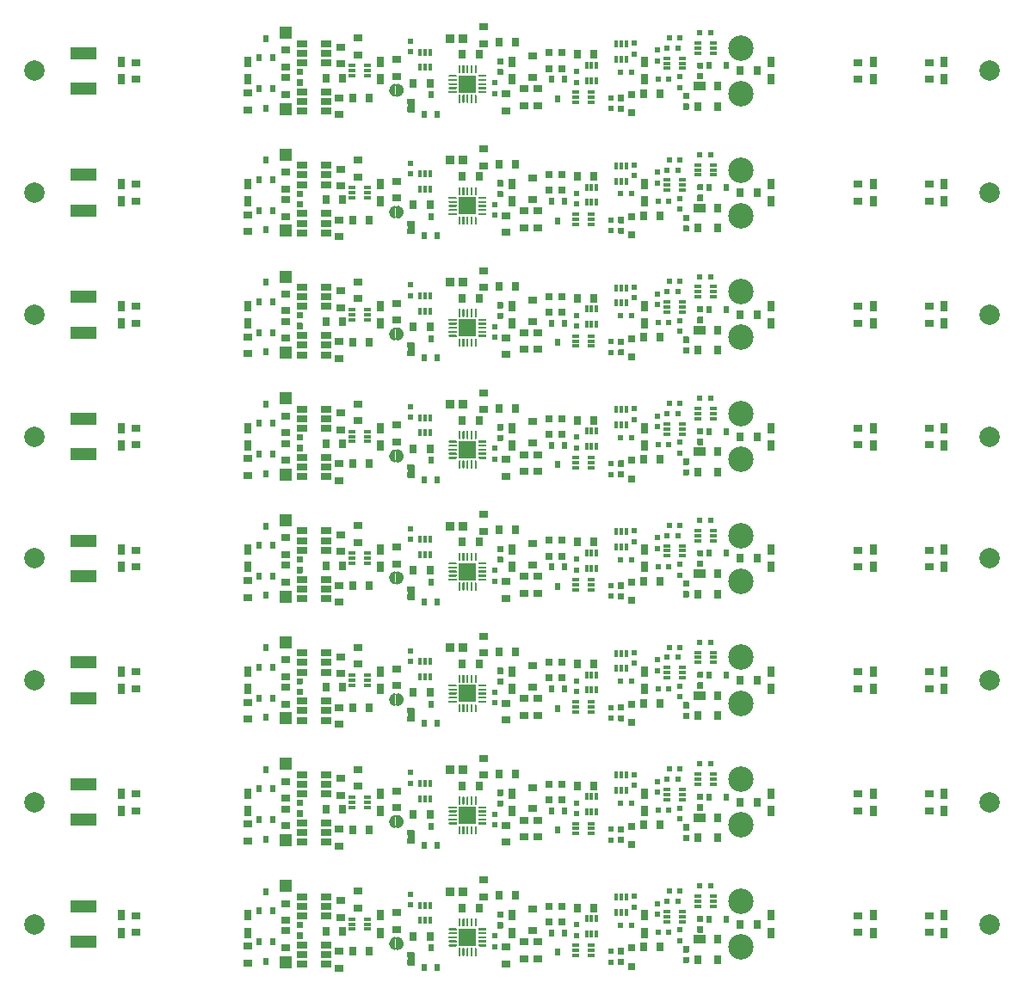
<source format=gbs>
%TF.GenerationSoftware,KiCad,Pcbnew,(5.1.9)-1*%
%TF.CreationDate,2021-05-10T22:59:37+09:00*%
%TF.ProjectId,motordecoder2-roomlight,6d6f746f-7264-4656-936f-646572322d72,rev?*%
%TF.SameCoordinates,Original*%
%TF.FileFunction,Soldermask,Bot*%
%TF.FilePolarity,Negative*%
%FSLAX46Y46*%
G04 Gerber Fmt 4.6, Leading zero omitted, Abs format (unit mm)*
G04 Created by KiCad (PCBNEW (5.1.9)-1) date 2021-05-10 22:59:37*
%MOMM*%
%LPD*%
G01*
G04 APERTURE LIST*
%ADD10C,0.100000*%
%ADD11C,0.250000*%
%ADD12C,0.200000*%
%ADD13C,2.000000*%
%ADD14R,0.900000X0.650000*%
%ADD15R,0.500000X0.800000*%
%ADD16R,0.800000X1.000000*%
%ADD17R,0.950000X0.950000*%
%ADD18R,0.700000X0.300000*%
%ADD19R,0.600000X0.550000*%
%ADD20R,0.650000X0.900000*%
%ADD21R,2.500000X1.200000*%
%ADD22R,0.300000X0.700000*%
%ADD23R,0.700000X0.600000*%
%ADD24R,0.550000X0.600000*%
%ADD25R,0.800000X0.700000*%
%ADD26R,1.000000X0.700000*%
%ADD27R,1.200000X0.900000*%
%ADD28R,0.800000X0.900000*%
%ADD29R,0.800000X0.800000*%
%ADD30R,0.900000X0.800000*%
%ADD31R,0.600000X0.800000*%
%ADD32R,0.700000X0.800000*%
%ADD33R,1.300000X1.300000*%
%ADD34R,1.700000X1.700000*%
%ADD35C,2.500000*%
G04 APERTURE END LIST*
D10*
%TO.C,JP2*%
G36*
X134800000Y-126000000D02*
G01*
X134800000Y-124800000D01*
X134200000Y-124800000D01*
X134200000Y-126000000D01*
X134800000Y-126000000D01*
G37*
X134800000Y-126000000D02*
X134800000Y-124800000D01*
X134200000Y-124800000D01*
X134200000Y-126000000D01*
X134800000Y-126000000D01*
G36*
X134800000Y-114000000D02*
G01*
X134800000Y-112800000D01*
X134200000Y-112800000D01*
X134200000Y-114000000D01*
X134800000Y-114000000D01*
G37*
X134800000Y-114000000D02*
X134800000Y-112800000D01*
X134200000Y-112800000D01*
X134200000Y-114000000D01*
X134800000Y-114000000D01*
G36*
X134800000Y-102000000D02*
G01*
X134800000Y-100800000D01*
X134200000Y-100800000D01*
X134200000Y-102000000D01*
X134800000Y-102000000D01*
G37*
X134800000Y-102000000D02*
X134800000Y-100800000D01*
X134200000Y-100800000D01*
X134200000Y-102000000D01*
X134800000Y-102000000D01*
G36*
X134800000Y-90000000D02*
G01*
X134800000Y-88800000D01*
X134200000Y-88800000D01*
X134200000Y-90000000D01*
X134800000Y-90000000D01*
G37*
X134800000Y-90000000D02*
X134800000Y-88800000D01*
X134200000Y-88800000D01*
X134200000Y-90000000D01*
X134800000Y-90000000D01*
G36*
X134800000Y-78000000D02*
G01*
X134800000Y-76800000D01*
X134200000Y-76800000D01*
X134200000Y-78000000D01*
X134800000Y-78000000D01*
G37*
X134800000Y-78000000D02*
X134800000Y-76800000D01*
X134200000Y-76800000D01*
X134200000Y-78000000D01*
X134800000Y-78000000D01*
G36*
X134800000Y-66000000D02*
G01*
X134800000Y-64800000D01*
X134200000Y-64800000D01*
X134200000Y-66000000D01*
X134800000Y-66000000D01*
G37*
X134800000Y-66000000D02*
X134800000Y-64800000D01*
X134200000Y-64800000D01*
X134200000Y-66000000D01*
X134800000Y-66000000D01*
G36*
X134800000Y-54000000D02*
G01*
X134800000Y-52800000D01*
X134200000Y-52800000D01*
X134200000Y-54000000D01*
X134800000Y-54000000D01*
G37*
X134800000Y-54000000D02*
X134800000Y-52800000D01*
X134200000Y-52800000D01*
X134200000Y-54000000D01*
X134800000Y-54000000D01*
D11*
%TO.C,JP1*%
X133100000Y-124400000D02*
X133100000Y-123400000D01*
D12*
X132850262Y-124400131D02*
G75*
G03*
X133349999Y-124400000I249738J500131D01*
G01*
X133349737Y-123399870D02*
G75*
G03*
X132850001Y-123400001I-249737J-500130D01*
G01*
D11*
X133100000Y-112400000D02*
X133100000Y-111400000D01*
D12*
X132850262Y-112400131D02*
G75*
G03*
X133349999Y-112400000I249738J500131D01*
G01*
X133349737Y-111399870D02*
G75*
G03*
X132850001Y-111400001I-249737J-500130D01*
G01*
D11*
X133100000Y-100400000D02*
X133100000Y-99400000D01*
D12*
X132850262Y-100400131D02*
G75*
G03*
X133349999Y-100400000I249738J500131D01*
G01*
X133349737Y-99399870D02*
G75*
G03*
X132850001Y-99400001I-249737J-500130D01*
G01*
D11*
X133100000Y-88400000D02*
X133100000Y-87400000D01*
D12*
X132850262Y-88400131D02*
G75*
G03*
X133349999Y-88400000I249738J500131D01*
G01*
X133349737Y-87399870D02*
G75*
G03*
X132850001Y-87400001I-249737J-500130D01*
G01*
D11*
X133100000Y-76400000D02*
X133100000Y-75400000D01*
D12*
X132850262Y-76400131D02*
G75*
G03*
X133349999Y-76400000I249738J500131D01*
G01*
X133349737Y-75399870D02*
G75*
G03*
X132850001Y-75400001I-249737J-500130D01*
G01*
D11*
X133100000Y-64400000D02*
X133100000Y-63400000D01*
D12*
X132850262Y-64400131D02*
G75*
G03*
X133349999Y-64400000I249738J500131D01*
G01*
X133349737Y-63399870D02*
G75*
G03*
X132850001Y-63400001I-249737J-500130D01*
G01*
D11*
X133100000Y-52400000D02*
X133100000Y-51400000D01*
D12*
X132850262Y-52400131D02*
G75*
G03*
X133349999Y-52400000I249738J500131D01*
G01*
X133349737Y-51399870D02*
G75*
G03*
X132850001Y-51400001I-249737J-500130D01*
G01*
D11*
X133100000Y-40400000D02*
X133100000Y-39400000D01*
D12*
X133349737Y-39399870D02*
G75*
G03*
X132850001Y-39400001I-249737J-500130D01*
G01*
X132850262Y-40400131D02*
G75*
G03*
X133349999Y-40400000I249738J500131D01*
G01*
D10*
%TO.C,JP2*%
G36*
X134800000Y-42000000D02*
G01*
X134800000Y-40800000D01*
X134200000Y-40800000D01*
X134200000Y-42000000D01*
X134800000Y-42000000D01*
G37*
X134800000Y-42000000D02*
X134800000Y-40800000D01*
X134200000Y-40800000D01*
X134200000Y-42000000D01*
X134800000Y-42000000D01*
%TD*%
D13*
%TO.C,REF\u002A\u002A*%
X97500000Y-122000000D03*
%TD*%
%TO.C,REF\u002A\u002A*%
X97500000Y-110000000D03*
%TD*%
%TO.C,REF\u002A\u002A*%
X97500000Y-98000000D03*
%TD*%
%TO.C,REF\u002A\u002A*%
X97500000Y-86000000D03*
%TD*%
%TO.C,REF\u002A\u002A*%
X97500000Y-74000000D03*
%TD*%
%TO.C,REF\u002A\u002A*%
X97500000Y-62000000D03*
%TD*%
%TO.C,REF\u002A\u002A*%
X97500000Y-50000000D03*
%TD*%
%TO.C,REF\u002A\u002A*%
X191500000Y-122000000D03*
%TD*%
%TO.C,REF\u002A\u002A*%
X191500000Y-110000000D03*
%TD*%
%TO.C,REF\u002A\u002A*%
X191500000Y-98000000D03*
%TD*%
%TO.C,REF\u002A\u002A*%
X191500000Y-86000000D03*
%TD*%
%TO.C,REF\u002A\u002A*%
X191500000Y-74000000D03*
%TD*%
%TO.C,REF\u002A\u002A*%
X191500000Y-62000000D03*
%TD*%
%TO.C,REF\u002A\u002A*%
X191500000Y-50000000D03*
%TD*%
%TO.C,REF\u002A\u002A*%
X97500000Y-38000000D03*
%TD*%
%TO.C,REF\u002A\u002A*%
X191500000Y-38000000D03*
%TD*%
D14*
%TO.C,R4*%
X127500000Y-124675000D03*
X127500000Y-126325000D03*
%TD*%
%TO.C,R4*%
X127500000Y-112675000D03*
X127500000Y-114325000D03*
%TD*%
%TO.C,R4*%
X127500000Y-100675000D03*
X127500000Y-102325000D03*
%TD*%
%TO.C,R4*%
X127500000Y-88675000D03*
X127500000Y-90325000D03*
%TD*%
%TO.C,R4*%
X127500000Y-76675000D03*
X127500000Y-78325000D03*
%TD*%
%TO.C,R4*%
X127500000Y-64675000D03*
X127500000Y-66325000D03*
%TD*%
%TO.C,R4*%
X127500000Y-52675000D03*
X127500000Y-54325000D03*
%TD*%
D15*
%TO.C,Q11*%
X120250000Y-118800000D03*
X119600000Y-120700000D03*
X120900000Y-120700000D03*
%TD*%
%TO.C,Q11*%
X120250000Y-106800000D03*
X119600000Y-108700000D03*
X120900000Y-108700000D03*
%TD*%
%TO.C,Q11*%
X120250000Y-94800000D03*
X119600000Y-96700000D03*
X120900000Y-96700000D03*
%TD*%
%TO.C,Q11*%
X120250000Y-82800000D03*
X119600000Y-84700000D03*
X120900000Y-84700000D03*
%TD*%
%TO.C,Q11*%
X120250000Y-70800000D03*
X119600000Y-72700000D03*
X120900000Y-72700000D03*
%TD*%
%TO.C,Q11*%
X120250000Y-58800000D03*
X119600000Y-60700000D03*
X120900000Y-60700000D03*
%TD*%
%TO.C,Q11*%
X120250000Y-46800000D03*
X119600000Y-48700000D03*
X120900000Y-48700000D03*
%TD*%
D16*
%TO.C,D48*%
X106000000Y-121150000D03*
X106000000Y-122850000D03*
%TD*%
%TO.C,D48*%
X106000000Y-109150000D03*
X106000000Y-110850000D03*
%TD*%
%TO.C,D48*%
X106000000Y-97150000D03*
X106000000Y-98850000D03*
%TD*%
%TO.C,D48*%
X106000000Y-85150000D03*
X106000000Y-86850000D03*
%TD*%
%TO.C,D48*%
X106000000Y-73150000D03*
X106000000Y-74850000D03*
%TD*%
%TO.C,D48*%
X106000000Y-61150000D03*
X106000000Y-62850000D03*
%TD*%
%TO.C,D48*%
X106000000Y-49150000D03*
X106000000Y-50850000D03*
%TD*%
%TO.C,D45*%
X144500000Y-121150000D03*
X144500000Y-122850000D03*
%TD*%
%TO.C,D45*%
X144500000Y-109150000D03*
X144500000Y-110850000D03*
%TD*%
%TO.C,D45*%
X144500000Y-97150000D03*
X144500000Y-98850000D03*
%TD*%
%TO.C,D45*%
X144500000Y-85150000D03*
X144500000Y-86850000D03*
%TD*%
%TO.C,D45*%
X144500000Y-73150000D03*
X144500000Y-74850000D03*
%TD*%
%TO.C,D45*%
X144500000Y-61150000D03*
X144500000Y-62850000D03*
%TD*%
%TO.C,D45*%
X144500000Y-49150000D03*
X144500000Y-50850000D03*
%TD*%
D14*
%TO.C,R3*%
X127600000Y-119675000D03*
X127600000Y-121325000D03*
%TD*%
%TO.C,R3*%
X127600000Y-107675000D03*
X127600000Y-109325000D03*
%TD*%
%TO.C,R3*%
X127600000Y-95675000D03*
X127600000Y-97325000D03*
%TD*%
%TO.C,R3*%
X127600000Y-83675000D03*
X127600000Y-85325000D03*
%TD*%
%TO.C,R3*%
X127600000Y-71675000D03*
X127600000Y-73325000D03*
%TD*%
%TO.C,R3*%
X127600000Y-59675000D03*
X127600000Y-61325000D03*
%TD*%
%TO.C,R3*%
X127600000Y-47675000D03*
X127600000Y-49325000D03*
%TD*%
D16*
%TO.C,D47*%
X118500000Y-122850000D03*
X118500000Y-121150000D03*
%TD*%
%TO.C,D47*%
X118500000Y-110850000D03*
X118500000Y-109150000D03*
%TD*%
%TO.C,D47*%
X118500000Y-98850000D03*
X118500000Y-97150000D03*
%TD*%
%TO.C,D47*%
X118500000Y-86850000D03*
X118500000Y-85150000D03*
%TD*%
%TO.C,D47*%
X118500000Y-74850000D03*
X118500000Y-73150000D03*
%TD*%
%TO.C,D47*%
X118500000Y-62850000D03*
X118500000Y-61150000D03*
%TD*%
%TO.C,D47*%
X118500000Y-50850000D03*
X118500000Y-49150000D03*
%TD*%
D17*
%TO.C,P9*%
X139635000Y-118800000D03*
X138365000Y-118800000D03*
%TD*%
%TO.C,P9*%
X139635000Y-106800000D03*
X138365000Y-106800000D03*
%TD*%
%TO.C,P9*%
X139635000Y-94800000D03*
X138365000Y-94800000D03*
%TD*%
%TO.C,P9*%
X139635000Y-82800000D03*
X138365000Y-82800000D03*
%TD*%
%TO.C,P9*%
X139635000Y-70800000D03*
X138365000Y-70800000D03*
%TD*%
%TO.C,P9*%
X139635000Y-58800000D03*
X138365000Y-58800000D03*
%TD*%
%TO.C,P9*%
X139635000Y-46800000D03*
X138365000Y-46800000D03*
%TD*%
D16*
%TO.C,D42*%
X180000000Y-121150000D03*
X180000000Y-122850000D03*
%TD*%
%TO.C,D42*%
X180000000Y-109150000D03*
X180000000Y-110850000D03*
%TD*%
%TO.C,D42*%
X180000000Y-97150000D03*
X180000000Y-98850000D03*
%TD*%
%TO.C,D42*%
X180000000Y-85150000D03*
X180000000Y-86850000D03*
%TD*%
%TO.C,D42*%
X180000000Y-73150000D03*
X180000000Y-74850000D03*
%TD*%
%TO.C,D42*%
X180000000Y-61150000D03*
X180000000Y-62850000D03*
%TD*%
%TO.C,D42*%
X180000000Y-49150000D03*
X180000000Y-50850000D03*
%TD*%
D18*
%TO.C,Q21*%
X159750000Y-121750000D03*
X159750000Y-121250000D03*
X159750000Y-120750000D03*
X161250000Y-120750000D03*
X161250000Y-121250000D03*
X161250000Y-121750000D03*
%TD*%
%TO.C,Q21*%
X159750000Y-109750000D03*
X159750000Y-109250000D03*
X159750000Y-108750000D03*
X161250000Y-108750000D03*
X161250000Y-109250000D03*
X161250000Y-109750000D03*
%TD*%
%TO.C,Q21*%
X159750000Y-97750000D03*
X159750000Y-97250000D03*
X159750000Y-96750000D03*
X161250000Y-96750000D03*
X161250000Y-97250000D03*
X161250000Y-97750000D03*
%TD*%
%TO.C,Q21*%
X159750000Y-85750000D03*
X159750000Y-85250000D03*
X159750000Y-84750000D03*
X161250000Y-84750000D03*
X161250000Y-85250000D03*
X161250000Y-85750000D03*
%TD*%
%TO.C,Q21*%
X159750000Y-73750000D03*
X159750000Y-73250000D03*
X159750000Y-72750000D03*
X161250000Y-72750000D03*
X161250000Y-73250000D03*
X161250000Y-73750000D03*
%TD*%
%TO.C,Q21*%
X159750000Y-61750000D03*
X159750000Y-61250000D03*
X159750000Y-60750000D03*
X161250000Y-60750000D03*
X161250000Y-61250000D03*
X161250000Y-61750000D03*
%TD*%
%TO.C,Q21*%
X159750000Y-49750000D03*
X159750000Y-49250000D03*
X159750000Y-48750000D03*
X161250000Y-48750000D03*
X161250000Y-49250000D03*
X161250000Y-49750000D03*
%TD*%
D15*
%TO.C,Q17*%
X137150000Y-126250000D03*
X135850000Y-126250000D03*
X136500000Y-124350000D03*
%TD*%
%TO.C,Q17*%
X137150000Y-114250000D03*
X135850000Y-114250000D03*
X136500000Y-112350000D03*
%TD*%
%TO.C,Q17*%
X137150000Y-102250000D03*
X135850000Y-102250000D03*
X136500000Y-100350000D03*
%TD*%
%TO.C,Q17*%
X137150000Y-90250000D03*
X135850000Y-90250000D03*
X136500000Y-88350000D03*
%TD*%
%TO.C,Q17*%
X137150000Y-78250000D03*
X135850000Y-78250000D03*
X136500000Y-76350000D03*
%TD*%
%TO.C,Q17*%
X137150000Y-66250000D03*
X135850000Y-66250000D03*
X136500000Y-64350000D03*
%TD*%
%TO.C,Q17*%
X137150000Y-54250000D03*
X135850000Y-54250000D03*
X136500000Y-52350000D03*
%TD*%
%TO.C,Q5*%
X148350000Y-122850000D03*
X149650000Y-122850000D03*
X149000000Y-124750000D03*
%TD*%
%TO.C,Q5*%
X148350000Y-110850000D03*
X149650000Y-110850000D03*
X149000000Y-112750000D03*
%TD*%
%TO.C,Q5*%
X148350000Y-98850000D03*
X149650000Y-98850000D03*
X149000000Y-100750000D03*
%TD*%
%TO.C,Q5*%
X148350000Y-86850000D03*
X149650000Y-86850000D03*
X149000000Y-88750000D03*
%TD*%
%TO.C,Q5*%
X148350000Y-74850000D03*
X149650000Y-74850000D03*
X149000000Y-76750000D03*
%TD*%
%TO.C,Q5*%
X148350000Y-62850000D03*
X149650000Y-62850000D03*
X149000000Y-64750000D03*
%TD*%
%TO.C,Q5*%
X148350000Y-50850000D03*
X149650000Y-50850000D03*
X149000000Y-52750000D03*
%TD*%
D18*
%TO.C,Q8*%
X164250000Y-120250000D03*
X164250000Y-119750000D03*
X164250000Y-119250000D03*
X162750000Y-119250000D03*
X162750000Y-119750000D03*
X162750000Y-120250000D03*
%TD*%
%TO.C,Q8*%
X164250000Y-108250000D03*
X164250000Y-107750000D03*
X164250000Y-107250000D03*
X162750000Y-107250000D03*
X162750000Y-107750000D03*
X162750000Y-108250000D03*
%TD*%
%TO.C,Q8*%
X164250000Y-96250000D03*
X164250000Y-95750000D03*
X164250000Y-95250000D03*
X162750000Y-95250000D03*
X162750000Y-95750000D03*
X162750000Y-96250000D03*
%TD*%
%TO.C,Q8*%
X164250000Y-84250000D03*
X164250000Y-83750000D03*
X164250000Y-83250000D03*
X162750000Y-83250000D03*
X162750000Y-83750000D03*
X162750000Y-84250000D03*
%TD*%
%TO.C,Q8*%
X164250000Y-72250000D03*
X164250000Y-71750000D03*
X164250000Y-71250000D03*
X162750000Y-71250000D03*
X162750000Y-71750000D03*
X162750000Y-72250000D03*
%TD*%
%TO.C,Q8*%
X164250000Y-60250000D03*
X164250000Y-59750000D03*
X164250000Y-59250000D03*
X162750000Y-59250000D03*
X162750000Y-59750000D03*
X162750000Y-60250000D03*
%TD*%
%TO.C,Q8*%
X164250000Y-48250000D03*
X164250000Y-47750000D03*
X164250000Y-47250000D03*
X162750000Y-47250000D03*
X162750000Y-47750000D03*
X162750000Y-48250000D03*
%TD*%
D16*
%TO.C,D43*%
X170000000Y-121150000D03*
X170000000Y-122850000D03*
%TD*%
%TO.C,D43*%
X170000000Y-109150000D03*
X170000000Y-110850000D03*
%TD*%
%TO.C,D43*%
X170000000Y-97150000D03*
X170000000Y-98850000D03*
%TD*%
%TO.C,D43*%
X170000000Y-85150000D03*
X170000000Y-86850000D03*
%TD*%
%TO.C,D43*%
X170000000Y-73150000D03*
X170000000Y-74850000D03*
%TD*%
%TO.C,D43*%
X170000000Y-61150000D03*
X170000000Y-62850000D03*
%TD*%
%TO.C,D43*%
X170000000Y-49150000D03*
X170000000Y-50850000D03*
%TD*%
%TO.C,D41*%
X187000000Y-122850000D03*
X187000000Y-121150000D03*
%TD*%
%TO.C,D41*%
X187000000Y-110850000D03*
X187000000Y-109150000D03*
%TD*%
%TO.C,D41*%
X187000000Y-98850000D03*
X187000000Y-97150000D03*
%TD*%
%TO.C,D41*%
X187000000Y-86850000D03*
X187000000Y-85150000D03*
%TD*%
%TO.C,D41*%
X187000000Y-74850000D03*
X187000000Y-73150000D03*
%TD*%
%TO.C,D41*%
X187000000Y-62850000D03*
X187000000Y-61150000D03*
%TD*%
%TO.C,D41*%
X187000000Y-50850000D03*
X187000000Y-49150000D03*
%TD*%
%TO.C,D44*%
X157500000Y-121150000D03*
X157500000Y-122850000D03*
%TD*%
%TO.C,D44*%
X157500000Y-109150000D03*
X157500000Y-110850000D03*
%TD*%
%TO.C,D44*%
X157500000Y-97150000D03*
X157500000Y-98850000D03*
%TD*%
%TO.C,D44*%
X157500000Y-85150000D03*
X157500000Y-86850000D03*
%TD*%
%TO.C,D44*%
X157500000Y-73150000D03*
X157500000Y-74850000D03*
%TD*%
%TO.C,D44*%
X157500000Y-61150000D03*
X157500000Y-62850000D03*
%TD*%
%TO.C,D44*%
X157500000Y-49150000D03*
X157500000Y-50850000D03*
%TD*%
D18*
%TO.C,Q13*%
X150750000Y-124100000D03*
X150750000Y-124600000D03*
X150750000Y-125100000D03*
X152250000Y-125100000D03*
X152250000Y-124600000D03*
X152250000Y-124100000D03*
%TD*%
%TO.C,Q13*%
X150750000Y-112100000D03*
X150750000Y-112600000D03*
X150750000Y-113100000D03*
X152250000Y-113100000D03*
X152250000Y-112600000D03*
X152250000Y-112100000D03*
%TD*%
%TO.C,Q13*%
X150750000Y-100100000D03*
X150750000Y-100600000D03*
X150750000Y-101100000D03*
X152250000Y-101100000D03*
X152250000Y-100600000D03*
X152250000Y-100100000D03*
%TD*%
%TO.C,Q13*%
X150750000Y-88100000D03*
X150750000Y-88600000D03*
X150750000Y-89100000D03*
X152250000Y-89100000D03*
X152250000Y-88600000D03*
X152250000Y-88100000D03*
%TD*%
%TO.C,Q13*%
X150750000Y-76100000D03*
X150750000Y-76600000D03*
X150750000Y-77100000D03*
X152250000Y-77100000D03*
X152250000Y-76600000D03*
X152250000Y-76100000D03*
%TD*%
%TO.C,Q13*%
X150750000Y-64100000D03*
X150750000Y-64600000D03*
X150750000Y-65100000D03*
X152250000Y-65100000D03*
X152250000Y-64600000D03*
X152250000Y-64100000D03*
%TD*%
%TO.C,Q13*%
X150750000Y-52100000D03*
X150750000Y-52600000D03*
X150750000Y-53100000D03*
X152250000Y-53100000D03*
X152250000Y-52600000D03*
X152250000Y-52100000D03*
%TD*%
D19*
%TO.C,R18*%
X142800000Y-123175000D03*
X142800000Y-124225000D03*
%TD*%
%TO.C,R18*%
X142800000Y-111175000D03*
X142800000Y-112225000D03*
%TD*%
%TO.C,R18*%
X142800000Y-99175000D03*
X142800000Y-100225000D03*
%TD*%
%TO.C,R18*%
X142800000Y-87175000D03*
X142800000Y-88225000D03*
%TD*%
%TO.C,R18*%
X142800000Y-75175000D03*
X142800000Y-76225000D03*
%TD*%
%TO.C,R18*%
X142800000Y-63175000D03*
X142800000Y-64225000D03*
%TD*%
%TO.C,R18*%
X142800000Y-51175000D03*
X142800000Y-52225000D03*
%TD*%
D20*
%TO.C,R17*%
X143175000Y-119200000D03*
X144825000Y-119200000D03*
%TD*%
%TO.C,R17*%
X143175000Y-107200000D03*
X144825000Y-107200000D03*
%TD*%
%TO.C,R17*%
X143175000Y-95200000D03*
X144825000Y-95200000D03*
%TD*%
%TO.C,R17*%
X143175000Y-83200000D03*
X144825000Y-83200000D03*
%TD*%
%TO.C,R17*%
X143175000Y-71200000D03*
X144825000Y-71200000D03*
%TD*%
%TO.C,R17*%
X143175000Y-59200000D03*
X144825000Y-59200000D03*
%TD*%
%TO.C,R17*%
X143175000Y-47200000D03*
X144825000Y-47200000D03*
%TD*%
D21*
%TO.C,J22*%
X102300000Y-120250000D03*
%TD*%
%TO.C,J22*%
X102300000Y-108250000D03*
%TD*%
%TO.C,J22*%
X102300000Y-96250000D03*
%TD*%
%TO.C,J22*%
X102300000Y-84250000D03*
%TD*%
%TO.C,J22*%
X102300000Y-72250000D03*
%TD*%
%TO.C,J22*%
X102300000Y-60250000D03*
%TD*%
%TO.C,J22*%
X102300000Y-48250000D03*
%TD*%
%TO.C,J21*%
X102300000Y-123750000D03*
%TD*%
%TO.C,J21*%
X102300000Y-111750000D03*
%TD*%
%TO.C,J21*%
X102300000Y-99750000D03*
%TD*%
%TO.C,J21*%
X102300000Y-87750000D03*
%TD*%
%TO.C,J21*%
X102300000Y-75750000D03*
%TD*%
%TO.C,J21*%
X102300000Y-63750000D03*
%TD*%
%TO.C,J21*%
X102300000Y-51750000D03*
%TD*%
D18*
%TO.C,Q3*%
X128750000Y-121500000D03*
X128750000Y-122000000D03*
X128750000Y-122500000D03*
X130250000Y-122500000D03*
X130250000Y-122000000D03*
X130250000Y-121500000D03*
%TD*%
%TO.C,Q3*%
X128750000Y-109500000D03*
X128750000Y-110000000D03*
X128750000Y-110500000D03*
X130250000Y-110500000D03*
X130250000Y-110000000D03*
X130250000Y-109500000D03*
%TD*%
%TO.C,Q3*%
X128750000Y-97500000D03*
X128750000Y-98000000D03*
X128750000Y-98500000D03*
X130250000Y-98500000D03*
X130250000Y-98000000D03*
X130250000Y-97500000D03*
%TD*%
%TO.C,Q3*%
X128750000Y-85500000D03*
X128750000Y-86000000D03*
X128750000Y-86500000D03*
X130250000Y-86500000D03*
X130250000Y-86000000D03*
X130250000Y-85500000D03*
%TD*%
%TO.C,Q3*%
X128750000Y-73500000D03*
X128750000Y-74000000D03*
X128750000Y-74500000D03*
X130250000Y-74500000D03*
X130250000Y-74000000D03*
X130250000Y-73500000D03*
%TD*%
%TO.C,Q3*%
X128750000Y-61500000D03*
X128750000Y-62000000D03*
X128750000Y-62500000D03*
X130250000Y-62500000D03*
X130250000Y-62000000D03*
X130250000Y-61500000D03*
%TD*%
%TO.C,Q3*%
X128750000Y-49500000D03*
X128750000Y-50000000D03*
X128750000Y-50500000D03*
X130250000Y-50500000D03*
X130250000Y-50000000D03*
X130250000Y-49500000D03*
%TD*%
D22*
%TO.C,Q14*%
X136400000Y-120150000D03*
X135900000Y-120150000D03*
X135400000Y-120150000D03*
X135400000Y-121650000D03*
X135900000Y-121650000D03*
X136400000Y-121650000D03*
%TD*%
%TO.C,Q14*%
X136400000Y-108150000D03*
X135900000Y-108150000D03*
X135400000Y-108150000D03*
X135400000Y-109650000D03*
X135900000Y-109650000D03*
X136400000Y-109650000D03*
%TD*%
%TO.C,Q14*%
X136400000Y-96150000D03*
X135900000Y-96150000D03*
X135400000Y-96150000D03*
X135400000Y-97650000D03*
X135900000Y-97650000D03*
X136400000Y-97650000D03*
%TD*%
%TO.C,Q14*%
X136400000Y-84150000D03*
X135900000Y-84150000D03*
X135400000Y-84150000D03*
X135400000Y-85650000D03*
X135900000Y-85650000D03*
X136400000Y-85650000D03*
%TD*%
%TO.C,Q14*%
X136400000Y-72150000D03*
X135900000Y-72150000D03*
X135400000Y-72150000D03*
X135400000Y-73650000D03*
X135900000Y-73650000D03*
X136400000Y-73650000D03*
%TD*%
%TO.C,Q14*%
X136400000Y-60150000D03*
X135900000Y-60150000D03*
X135400000Y-60150000D03*
X135400000Y-61650000D03*
X135900000Y-61650000D03*
X136400000Y-61650000D03*
%TD*%
%TO.C,Q14*%
X136400000Y-48150000D03*
X135900000Y-48150000D03*
X135400000Y-48150000D03*
X135400000Y-49650000D03*
X135900000Y-49650000D03*
X136400000Y-49650000D03*
%TD*%
D19*
%TO.C,R16*%
X134500000Y-120125000D03*
X134500000Y-119075000D03*
%TD*%
%TO.C,R16*%
X134500000Y-108125000D03*
X134500000Y-107075000D03*
%TD*%
%TO.C,R16*%
X134500000Y-96125000D03*
X134500000Y-95075000D03*
%TD*%
%TO.C,R16*%
X134500000Y-84125000D03*
X134500000Y-83075000D03*
%TD*%
%TO.C,R16*%
X134500000Y-72125000D03*
X134500000Y-71075000D03*
%TD*%
%TO.C,R16*%
X134500000Y-60125000D03*
X134500000Y-59075000D03*
%TD*%
%TO.C,R16*%
X134500000Y-48125000D03*
X134500000Y-47075000D03*
%TD*%
D15*
%TO.C,Q12*%
X120250000Y-125650000D03*
X120900000Y-123750000D03*
X119600000Y-123750000D03*
%TD*%
%TO.C,Q12*%
X120250000Y-113650000D03*
X120900000Y-111750000D03*
X119600000Y-111750000D03*
%TD*%
%TO.C,Q12*%
X120250000Y-101650000D03*
X120900000Y-99750000D03*
X119600000Y-99750000D03*
%TD*%
%TO.C,Q12*%
X120250000Y-89650000D03*
X120900000Y-87750000D03*
X119600000Y-87750000D03*
%TD*%
%TO.C,Q12*%
X120250000Y-77650000D03*
X120900000Y-75750000D03*
X119600000Y-75750000D03*
%TD*%
%TO.C,Q12*%
X120250000Y-65650000D03*
X120900000Y-63750000D03*
X119600000Y-63750000D03*
%TD*%
%TO.C,Q12*%
X120250000Y-53650000D03*
X120900000Y-51750000D03*
X119600000Y-51750000D03*
%TD*%
D23*
%TO.C,JP2*%
X134500000Y-125800000D03*
X134500000Y-125000000D03*
%TD*%
%TO.C,JP2*%
X134500000Y-113800000D03*
X134500000Y-113000000D03*
%TD*%
%TO.C,JP2*%
X134500000Y-101800000D03*
X134500000Y-101000000D03*
%TD*%
%TO.C,JP2*%
X134500000Y-89800000D03*
X134500000Y-89000000D03*
%TD*%
%TO.C,JP2*%
X134500000Y-77800000D03*
X134500000Y-77000000D03*
%TD*%
%TO.C,JP2*%
X134500000Y-65800000D03*
X134500000Y-65000000D03*
%TD*%
%TO.C,JP2*%
X134500000Y-53800000D03*
X134500000Y-53000000D03*
%TD*%
D22*
%TO.C,Q22*%
X154700000Y-120850000D03*
X155200000Y-120850000D03*
X155700000Y-120850000D03*
X155700000Y-119350000D03*
X155200000Y-119350000D03*
X154700000Y-119350000D03*
%TD*%
%TO.C,Q22*%
X154700000Y-108850000D03*
X155200000Y-108850000D03*
X155700000Y-108850000D03*
X155700000Y-107350000D03*
X155200000Y-107350000D03*
X154700000Y-107350000D03*
%TD*%
%TO.C,Q22*%
X154700000Y-96850000D03*
X155200000Y-96850000D03*
X155700000Y-96850000D03*
X155700000Y-95350000D03*
X155200000Y-95350000D03*
X154700000Y-95350000D03*
%TD*%
%TO.C,Q22*%
X154700000Y-84850000D03*
X155200000Y-84850000D03*
X155700000Y-84850000D03*
X155700000Y-83350000D03*
X155200000Y-83350000D03*
X154700000Y-83350000D03*
%TD*%
%TO.C,Q22*%
X154700000Y-72850000D03*
X155200000Y-72850000D03*
X155700000Y-72850000D03*
X155700000Y-71350000D03*
X155200000Y-71350000D03*
X154700000Y-71350000D03*
%TD*%
%TO.C,Q22*%
X154700000Y-60850000D03*
X155200000Y-60850000D03*
X155700000Y-60850000D03*
X155700000Y-59350000D03*
X155200000Y-59350000D03*
X154700000Y-59350000D03*
%TD*%
%TO.C,Q22*%
X154700000Y-48850000D03*
X155200000Y-48850000D03*
X155700000Y-48850000D03*
X155700000Y-47350000D03*
X155200000Y-47350000D03*
X154700000Y-47350000D03*
%TD*%
D19*
%TO.C,R37*%
X158750000Y-121025000D03*
X158750000Y-119975000D03*
%TD*%
%TO.C,R37*%
X158750000Y-109025000D03*
X158750000Y-107975000D03*
%TD*%
%TO.C,R37*%
X158750000Y-97025000D03*
X158750000Y-95975000D03*
%TD*%
%TO.C,R37*%
X158750000Y-85025000D03*
X158750000Y-83975000D03*
%TD*%
%TO.C,R37*%
X158750000Y-73025000D03*
X158750000Y-71975000D03*
%TD*%
%TO.C,R37*%
X158750000Y-61025000D03*
X158750000Y-59975000D03*
%TD*%
%TO.C,R37*%
X158750000Y-49025000D03*
X158750000Y-47975000D03*
%TD*%
D24*
%TO.C,R38*%
X156225000Y-122100000D03*
X155175000Y-122100000D03*
%TD*%
%TO.C,R38*%
X156225000Y-110100000D03*
X155175000Y-110100000D03*
%TD*%
%TO.C,R38*%
X156225000Y-98100000D03*
X155175000Y-98100000D03*
%TD*%
%TO.C,R38*%
X156225000Y-86100000D03*
X155175000Y-86100000D03*
%TD*%
%TO.C,R38*%
X156225000Y-74100000D03*
X155175000Y-74100000D03*
%TD*%
%TO.C,R38*%
X156225000Y-62100000D03*
X155175000Y-62100000D03*
%TD*%
%TO.C,R38*%
X156225000Y-50100000D03*
X155175000Y-50100000D03*
%TD*%
D19*
%TO.C,R36*%
X154200000Y-124675000D03*
X154200000Y-125725000D03*
%TD*%
%TO.C,R36*%
X154200000Y-112675000D03*
X154200000Y-113725000D03*
%TD*%
%TO.C,R36*%
X154200000Y-100675000D03*
X154200000Y-101725000D03*
%TD*%
%TO.C,R36*%
X154200000Y-88675000D03*
X154200000Y-89725000D03*
%TD*%
%TO.C,R36*%
X154200000Y-76675000D03*
X154200000Y-77725000D03*
%TD*%
%TO.C,R36*%
X154200000Y-64675000D03*
X154200000Y-65725000D03*
%TD*%
%TO.C,R36*%
X154200000Y-52675000D03*
X154200000Y-53725000D03*
%TD*%
D24*
%TO.C,R35*%
X159925000Y-122800000D03*
X158875000Y-122800000D03*
%TD*%
%TO.C,R35*%
X159925000Y-110800000D03*
X158875000Y-110800000D03*
%TD*%
%TO.C,R35*%
X159925000Y-98800000D03*
X158875000Y-98800000D03*
%TD*%
%TO.C,R35*%
X159925000Y-86800000D03*
X158875000Y-86800000D03*
%TD*%
%TO.C,R35*%
X159925000Y-74800000D03*
X158875000Y-74800000D03*
%TD*%
%TO.C,R35*%
X159925000Y-62800000D03*
X158875000Y-62800000D03*
%TD*%
%TO.C,R35*%
X159925000Y-50800000D03*
X158875000Y-50800000D03*
%TD*%
D20*
%TO.C,R11*%
X139575000Y-120400000D03*
X141225000Y-120400000D03*
%TD*%
%TO.C,R11*%
X139575000Y-108400000D03*
X141225000Y-108400000D03*
%TD*%
%TO.C,R11*%
X139575000Y-96400000D03*
X141225000Y-96400000D03*
%TD*%
%TO.C,R11*%
X139575000Y-84400000D03*
X141225000Y-84400000D03*
%TD*%
%TO.C,R11*%
X139575000Y-72400000D03*
X141225000Y-72400000D03*
%TD*%
%TO.C,R11*%
X139575000Y-60400000D03*
X141225000Y-60400000D03*
%TD*%
%TO.C,R11*%
X139575000Y-48400000D03*
X141225000Y-48400000D03*
%TD*%
D14*
%TO.C,R8*%
X133100000Y-122525000D03*
X133100000Y-120875000D03*
%TD*%
%TO.C,R8*%
X133100000Y-110525000D03*
X133100000Y-108875000D03*
%TD*%
%TO.C,R8*%
X133100000Y-98525000D03*
X133100000Y-96875000D03*
%TD*%
%TO.C,R8*%
X133100000Y-86525000D03*
X133100000Y-84875000D03*
%TD*%
%TO.C,R8*%
X133100000Y-74525000D03*
X133100000Y-72875000D03*
%TD*%
%TO.C,R8*%
X133100000Y-62525000D03*
X133100000Y-60875000D03*
%TD*%
%TO.C,R8*%
X133100000Y-50525000D03*
X133100000Y-48875000D03*
%TD*%
D19*
%TO.C,R34*%
X156500000Y-119275000D03*
X156500000Y-120325000D03*
%TD*%
%TO.C,R34*%
X156500000Y-107275000D03*
X156500000Y-108325000D03*
%TD*%
%TO.C,R34*%
X156500000Y-95275000D03*
X156500000Y-96325000D03*
%TD*%
%TO.C,R34*%
X156500000Y-83275000D03*
X156500000Y-84325000D03*
%TD*%
%TO.C,R34*%
X156500000Y-71275000D03*
X156500000Y-72325000D03*
%TD*%
%TO.C,R34*%
X156500000Y-59275000D03*
X156500000Y-60325000D03*
%TD*%
%TO.C,R34*%
X156500000Y-47275000D03*
X156500000Y-48325000D03*
%TD*%
%TO.C,R13*%
X150800000Y-122075000D03*
X150800000Y-123125000D03*
%TD*%
%TO.C,R13*%
X150800000Y-110075000D03*
X150800000Y-111125000D03*
%TD*%
%TO.C,R13*%
X150800000Y-98075000D03*
X150800000Y-99125000D03*
%TD*%
%TO.C,R13*%
X150800000Y-86075000D03*
X150800000Y-87125000D03*
%TD*%
%TO.C,R13*%
X150800000Y-74075000D03*
X150800000Y-75125000D03*
%TD*%
%TO.C,R13*%
X150800000Y-62075000D03*
X150800000Y-63125000D03*
%TD*%
%TO.C,R13*%
X150800000Y-50075000D03*
X150800000Y-51125000D03*
%TD*%
D24*
%TO.C,R15*%
X162975000Y-118250000D03*
X164025000Y-118250000D03*
%TD*%
%TO.C,R15*%
X162975000Y-106250000D03*
X164025000Y-106250000D03*
%TD*%
%TO.C,R15*%
X162975000Y-94250000D03*
X164025000Y-94250000D03*
%TD*%
%TO.C,R15*%
X162975000Y-82250000D03*
X164025000Y-82250000D03*
%TD*%
%TO.C,R15*%
X162975000Y-70250000D03*
X164025000Y-70250000D03*
%TD*%
%TO.C,R15*%
X162975000Y-58250000D03*
X164025000Y-58250000D03*
%TD*%
%TO.C,R15*%
X162975000Y-46250000D03*
X164025000Y-46250000D03*
%TD*%
D14*
%TO.C,R12*%
X147000000Y-123775000D03*
X147000000Y-125425000D03*
%TD*%
%TO.C,R12*%
X147000000Y-111775000D03*
X147000000Y-113425000D03*
%TD*%
%TO.C,R12*%
X147000000Y-99775000D03*
X147000000Y-101425000D03*
%TD*%
%TO.C,R12*%
X147000000Y-87775000D03*
X147000000Y-89425000D03*
%TD*%
%TO.C,R12*%
X147000000Y-75775000D03*
X147000000Y-77425000D03*
%TD*%
%TO.C,R12*%
X147000000Y-63775000D03*
X147000000Y-65425000D03*
%TD*%
%TO.C,R12*%
X147000000Y-51775000D03*
X147000000Y-53425000D03*
%TD*%
D25*
%TO.C,D22*%
X156250000Y-124350000D03*
X156250000Y-126150000D03*
%TD*%
%TO.C,D22*%
X156250000Y-112350000D03*
X156250000Y-114150000D03*
%TD*%
%TO.C,D22*%
X156250000Y-100350000D03*
X156250000Y-102150000D03*
%TD*%
%TO.C,D22*%
X156250000Y-88350000D03*
X156250000Y-90150000D03*
%TD*%
%TO.C,D22*%
X156250000Y-76350000D03*
X156250000Y-78150000D03*
%TD*%
%TO.C,D22*%
X156250000Y-64350000D03*
X156250000Y-66150000D03*
%TD*%
%TO.C,D22*%
X156250000Y-52350000D03*
X156250000Y-54150000D03*
%TD*%
D19*
%TO.C,R33*%
X161000000Y-123625000D03*
X161000000Y-122575000D03*
%TD*%
%TO.C,R33*%
X161000000Y-111625000D03*
X161000000Y-110575000D03*
%TD*%
%TO.C,R33*%
X161000000Y-99625000D03*
X161000000Y-98575000D03*
%TD*%
%TO.C,R33*%
X161000000Y-87625000D03*
X161000000Y-86575000D03*
%TD*%
%TO.C,R33*%
X161000000Y-75625000D03*
X161000000Y-74575000D03*
%TD*%
%TO.C,R33*%
X161000000Y-63625000D03*
X161000000Y-62575000D03*
%TD*%
%TO.C,R33*%
X161000000Y-51625000D03*
X161000000Y-50575000D03*
%TD*%
D24*
%TO.C,R32*%
X159975000Y-118750000D03*
X161025000Y-118750000D03*
%TD*%
%TO.C,R32*%
X159975000Y-106750000D03*
X161025000Y-106750000D03*
%TD*%
%TO.C,R32*%
X159975000Y-94750000D03*
X161025000Y-94750000D03*
%TD*%
%TO.C,R32*%
X159975000Y-82750000D03*
X161025000Y-82750000D03*
%TD*%
%TO.C,R32*%
X159975000Y-70750000D03*
X161025000Y-70750000D03*
%TD*%
%TO.C,R32*%
X159975000Y-58750000D03*
X161025000Y-58750000D03*
%TD*%
%TO.C,R32*%
X159975000Y-46750000D03*
X161025000Y-46750000D03*
%TD*%
D20*
%TO.C,R44*%
X157425000Y-124250000D03*
X159075000Y-124250000D03*
%TD*%
%TO.C,R44*%
X157425000Y-112250000D03*
X159075000Y-112250000D03*
%TD*%
%TO.C,R44*%
X157425000Y-100250000D03*
X159075000Y-100250000D03*
%TD*%
%TO.C,R44*%
X157425000Y-88250000D03*
X159075000Y-88250000D03*
%TD*%
%TO.C,R44*%
X157425000Y-76250000D03*
X159075000Y-76250000D03*
%TD*%
%TO.C,R44*%
X157425000Y-64250000D03*
X159075000Y-64250000D03*
%TD*%
%TO.C,R44*%
X157425000Y-52250000D03*
X159075000Y-52250000D03*
%TD*%
D26*
%TO.C,Q1*%
X126200000Y-119300000D03*
X126200000Y-120250000D03*
X126200000Y-121200000D03*
X123800000Y-121200000D03*
X123800000Y-120250000D03*
X123800000Y-119300000D03*
%TD*%
%TO.C,Q1*%
X126200000Y-107300000D03*
X126200000Y-108250000D03*
X126200000Y-109200000D03*
X123800000Y-109200000D03*
X123800000Y-108250000D03*
X123800000Y-107300000D03*
%TD*%
%TO.C,Q1*%
X126200000Y-95300000D03*
X126200000Y-96250000D03*
X126200000Y-97200000D03*
X123800000Y-97200000D03*
X123800000Y-96250000D03*
X123800000Y-95300000D03*
%TD*%
%TO.C,Q1*%
X126200000Y-83300000D03*
X126200000Y-84250000D03*
X126200000Y-85200000D03*
X123800000Y-85200000D03*
X123800000Y-84250000D03*
X123800000Y-83300000D03*
%TD*%
%TO.C,Q1*%
X126200000Y-71300000D03*
X126200000Y-72250000D03*
X126200000Y-73200000D03*
X123800000Y-73200000D03*
X123800000Y-72250000D03*
X123800000Y-71300000D03*
%TD*%
%TO.C,Q1*%
X126200000Y-59300000D03*
X126200000Y-60250000D03*
X126200000Y-61200000D03*
X123800000Y-61200000D03*
X123800000Y-60250000D03*
X123800000Y-59300000D03*
%TD*%
%TO.C,Q1*%
X126200000Y-47300000D03*
X126200000Y-48250000D03*
X126200000Y-49200000D03*
X123800000Y-49200000D03*
X123800000Y-48250000D03*
X123800000Y-47300000D03*
%TD*%
D27*
%TO.C,D1*%
X162950000Y-123500000D03*
D28*
X164750000Y-123500000D03*
X164750000Y-125500000D03*
X162750000Y-125500000D03*
%TD*%
D27*
%TO.C,D1*%
X162950000Y-111500000D03*
D28*
X164750000Y-111500000D03*
X164750000Y-113500000D03*
X162750000Y-113500000D03*
%TD*%
D27*
%TO.C,D1*%
X162950000Y-99500000D03*
D28*
X164750000Y-99500000D03*
X164750000Y-101500000D03*
X162750000Y-101500000D03*
%TD*%
D27*
%TO.C,D1*%
X162950000Y-87500000D03*
D28*
X164750000Y-87500000D03*
X164750000Y-89500000D03*
X162750000Y-89500000D03*
%TD*%
D27*
%TO.C,D1*%
X162950000Y-75500000D03*
D28*
X164750000Y-75500000D03*
X164750000Y-77500000D03*
X162750000Y-77500000D03*
%TD*%
D27*
%TO.C,D1*%
X162950000Y-63500000D03*
D28*
X164750000Y-63500000D03*
X164750000Y-65500000D03*
X162750000Y-65500000D03*
%TD*%
D27*
%TO.C,D1*%
X162950000Y-51500000D03*
D28*
X164750000Y-51500000D03*
X164750000Y-53500000D03*
X162750000Y-53500000D03*
%TD*%
D16*
%TO.C,D46*%
X131500000Y-122850000D03*
X131500000Y-121150000D03*
%TD*%
%TO.C,D46*%
X131500000Y-110850000D03*
X131500000Y-109150000D03*
%TD*%
%TO.C,D46*%
X131500000Y-98850000D03*
X131500000Y-97150000D03*
%TD*%
%TO.C,D46*%
X131500000Y-86850000D03*
X131500000Y-85150000D03*
%TD*%
%TO.C,D46*%
X131500000Y-74850000D03*
X131500000Y-73150000D03*
%TD*%
%TO.C,D46*%
X131500000Y-62850000D03*
X131500000Y-61150000D03*
%TD*%
%TO.C,D46*%
X131500000Y-50850000D03*
X131500000Y-49150000D03*
%TD*%
D24*
%TO.C,R31*%
X159725000Y-119750000D03*
X160775000Y-119750000D03*
%TD*%
%TO.C,R31*%
X159725000Y-107750000D03*
X160775000Y-107750000D03*
%TD*%
%TO.C,R31*%
X159725000Y-95750000D03*
X160775000Y-95750000D03*
%TD*%
%TO.C,R31*%
X159725000Y-83750000D03*
X160775000Y-83750000D03*
%TD*%
%TO.C,R31*%
X159725000Y-71750000D03*
X160775000Y-71750000D03*
%TD*%
%TO.C,R31*%
X159725000Y-59750000D03*
X160775000Y-59750000D03*
%TD*%
%TO.C,R31*%
X159725000Y-47750000D03*
X160775000Y-47750000D03*
%TD*%
D29*
%TO.C,C3*%
X148100000Y-121775000D03*
X148100000Y-120225000D03*
%TD*%
%TO.C,C3*%
X148100000Y-109775000D03*
X148100000Y-108225000D03*
%TD*%
%TO.C,C3*%
X148100000Y-97775000D03*
X148100000Y-96225000D03*
%TD*%
%TO.C,C3*%
X148100000Y-85775000D03*
X148100000Y-84225000D03*
%TD*%
%TO.C,C3*%
X148100000Y-73775000D03*
X148100000Y-72225000D03*
%TD*%
%TO.C,C3*%
X148100000Y-61775000D03*
X148100000Y-60225000D03*
%TD*%
%TO.C,C3*%
X148100000Y-49775000D03*
X148100000Y-48225000D03*
%TD*%
%TO.C,C1*%
G36*
G01*
X161850000Y-124800000D02*
X161350000Y-124800000D01*
G75*
G02*
X161300000Y-124750000I0J50000D01*
G01*
X161300000Y-124200000D01*
G75*
G02*
X161350000Y-124150000I50000J0D01*
G01*
X161850000Y-124150000D01*
G75*
G02*
X161900000Y-124200000I0J-50000D01*
G01*
X161900000Y-124750000D01*
G75*
G02*
X161850000Y-124800000I-50000J0D01*
G01*
G37*
G36*
G01*
X161850000Y-125825000D02*
X161350000Y-125825000D01*
G75*
G02*
X161300000Y-125775000I0J50000D01*
G01*
X161300000Y-125275000D01*
G75*
G02*
X161350000Y-125225000I50000J0D01*
G01*
X161850000Y-125225000D01*
G75*
G02*
X161900000Y-125275000I0J-50000D01*
G01*
X161900000Y-125775000D01*
G75*
G02*
X161850000Y-125825000I-50000J0D01*
G01*
G37*
%TD*%
%TO.C,C1*%
G36*
G01*
X161850000Y-112800000D02*
X161350000Y-112800000D01*
G75*
G02*
X161300000Y-112750000I0J50000D01*
G01*
X161300000Y-112200000D01*
G75*
G02*
X161350000Y-112150000I50000J0D01*
G01*
X161850000Y-112150000D01*
G75*
G02*
X161900000Y-112200000I0J-50000D01*
G01*
X161900000Y-112750000D01*
G75*
G02*
X161850000Y-112800000I-50000J0D01*
G01*
G37*
G36*
G01*
X161850000Y-113825000D02*
X161350000Y-113825000D01*
G75*
G02*
X161300000Y-113775000I0J50000D01*
G01*
X161300000Y-113275000D01*
G75*
G02*
X161350000Y-113225000I50000J0D01*
G01*
X161850000Y-113225000D01*
G75*
G02*
X161900000Y-113275000I0J-50000D01*
G01*
X161900000Y-113775000D01*
G75*
G02*
X161850000Y-113825000I-50000J0D01*
G01*
G37*
%TD*%
%TO.C,C1*%
G36*
G01*
X161850000Y-100800000D02*
X161350000Y-100800000D01*
G75*
G02*
X161300000Y-100750000I0J50000D01*
G01*
X161300000Y-100200000D01*
G75*
G02*
X161350000Y-100150000I50000J0D01*
G01*
X161850000Y-100150000D01*
G75*
G02*
X161900000Y-100200000I0J-50000D01*
G01*
X161900000Y-100750000D01*
G75*
G02*
X161850000Y-100800000I-50000J0D01*
G01*
G37*
G36*
G01*
X161850000Y-101825000D02*
X161350000Y-101825000D01*
G75*
G02*
X161300000Y-101775000I0J50000D01*
G01*
X161300000Y-101275000D01*
G75*
G02*
X161350000Y-101225000I50000J0D01*
G01*
X161850000Y-101225000D01*
G75*
G02*
X161900000Y-101275000I0J-50000D01*
G01*
X161900000Y-101775000D01*
G75*
G02*
X161850000Y-101825000I-50000J0D01*
G01*
G37*
%TD*%
%TO.C,C1*%
G36*
G01*
X161850000Y-88800000D02*
X161350000Y-88800000D01*
G75*
G02*
X161300000Y-88750000I0J50000D01*
G01*
X161300000Y-88200000D01*
G75*
G02*
X161350000Y-88150000I50000J0D01*
G01*
X161850000Y-88150000D01*
G75*
G02*
X161900000Y-88200000I0J-50000D01*
G01*
X161900000Y-88750000D01*
G75*
G02*
X161850000Y-88800000I-50000J0D01*
G01*
G37*
G36*
G01*
X161850000Y-89825000D02*
X161350000Y-89825000D01*
G75*
G02*
X161300000Y-89775000I0J50000D01*
G01*
X161300000Y-89275000D01*
G75*
G02*
X161350000Y-89225000I50000J0D01*
G01*
X161850000Y-89225000D01*
G75*
G02*
X161900000Y-89275000I0J-50000D01*
G01*
X161900000Y-89775000D01*
G75*
G02*
X161850000Y-89825000I-50000J0D01*
G01*
G37*
%TD*%
%TO.C,C1*%
G36*
G01*
X161850000Y-76800000D02*
X161350000Y-76800000D01*
G75*
G02*
X161300000Y-76750000I0J50000D01*
G01*
X161300000Y-76200000D01*
G75*
G02*
X161350000Y-76150000I50000J0D01*
G01*
X161850000Y-76150000D01*
G75*
G02*
X161900000Y-76200000I0J-50000D01*
G01*
X161900000Y-76750000D01*
G75*
G02*
X161850000Y-76800000I-50000J0D01*
G01*
G37*
G36*
G01*
X161850000Y-77825000D02*
X161350000Y-77825000D01*
G75*
G02*
X161300000Y-77775000I0J50000D01*
G01*
X161300000Y-77275000D01*
G75*
G02*
X161350000Y-77225000I50000J0D01*
G01*
X161850000Y-77225000D01*
G75*
G02*
X161900000Y-77275000I0J-50000D01*
G01*
X161900000Y-77775000D01*
G75*
G02*
X161850000Y-77825000I-50000J0D01*
G01*
G37*
%TD*%
%TO.C,C1*%
G36*
G01*
X161850000Y-64800000D02*
X161350000Y-64800000D01*
G75*
G02*
X161300000Y-64750000I0J50000D01*
G01*
X161300000Y-64200000D01*
G75*
G02*
X161350000Y-64150000I50000J0D01*
G01*
X161850000Y-64150000D01*
G75*
G02*
X161900000Y-64200000I0J-50000D01*
G01*
X161900000Y-64750000D01*
G75*
G02*
X161850000Y-64800000I-50000J0D01*
G01*
G37*
G36*
G01*
X161850000Y-65825000D02*
X161350000Y-65825000D01*
G75*
G02*
X161300000Y-65775000I0J50000D01*
G01*
X161300000Y-65275000D01*
G75*
G02*
X161350000Y-65225000I50000J0D01*
G01*
X161850000Y-65225000D01*
G75*
G02*
X161900000Y-65275000I0J-50000D01*
G01*
X161900000Y-65775000D01*
G75*
G02*
X161850000Y-65825000I-50000J0D01*
G01*
G37*
%TD*%
%TO.C,C1*%
G36*
G01*
X161850000Y-52800000D02*
X161350000Y-52800000D01*
G75*
G02*
X161300000Y-52750000I0J50000D01*
G01*
X161300000Y-52200000D01*
G75*
G02*
X161350000Y-52150000I50000J0D01*
G01*
X161850000Y-52150000D01*
G75*
G02*
X161900000Y-52200000I0J-50000D01*
G01*
X161900000Y-52750000D01*
G75*
G02*
X161850000Y-52800000I-50000J0D01*
G01*
G37*
G36*
G01*
X161850000Y-53825000D02*
X161350000Y-53825000D01*
G75*
G02*
X161300000Y-53775000I0J50000D01*
G01*
X161300000Y-53275000D01*
G75*
G02*
X161350000Y-53225000I50000J0D01*
G01*
X161850000Y-53225000D01*
G75*
G02*
X161900000Y-53275000I0J-50000D01*
G01*
X161900000Y-53775000D01*
G75*
G02*
X161850000Y-53825000I-50000J0D01*
G01*
G37*
%TD*%
D26*
%TO.C,Q2*%
X123800000Y-124050000D03*
X123800000Y-125000000D03*
X123800000Y-125950000D03*
X126200000Y-125950000D03*
X126200000Y-125000000D03*
X126200000Y-124050000D03*
%TD*%
%TO.C,Q2*%
X123800000Y-112050000D03*
X123800000Y-113000000D03*
X123800000Y-113950000D03*
X126200000Y-113950000D03*
X126200000Y-113000000D03*
X126200000Y-112050000D03*
%TD*%
%TO.C,Q2*%
X123800000Y-100050000D03*
X123800000Y-101000000D03*
X123800000Y-101950000D03*
X126200000Y-101950000D03*
X126200000Y-101000000D03*
X126200000Y-100050000D03*
%TD*%
%TO.C,Q2*%
X123800000Y-88050000D03*
X123800000Y-89000000D03*
X123800000Y-89950000D03*
X126200000Y-89950000D03*
X126200000Y-89000000D03*
X126200000Y-88050000D03*
%TD*%
%TO.C,Q2*%
X123800000Y-76050000D03*
X123800000Y-77000000D03*
X123800000Y-77950000D03*
X126200000Y-77950000D03*
X126200000Y-77000000D03*
X126200000Y-76050000D03*
%TD*%
%TO.C,Q2*%
X123800000Y-64050000D03*
X123800000Y-65000000D03*
X123800000Y-65950000D03*
X126200000Y-65950000D03*
X126200000Y-65000000D03*
X126200000Y-64050000D03*
%TD*%
%TO.C,Q2*%
X123800000Y-52050000D03*
X123800000Y-53000000D03*
X123800000Y-53950000D03*
X126200000Y-53950000D03*
X126200000Y-53000000D03*
X126200000Y-52050000D03*
%TD*%
D30*
%TO.C,D3*%
X146500000Y-120550000D03*
X146500000Y-122650000D03*
%TD*%
%TO.C,D3*%
X146500000Y-108550000D03*
X146500000Y-110650000D03*
%TD*%
%TO.C,D3*%
X146500000Y-96550000D03*
X146500000Y-98650000D03*
%TD*%
%TO.C,D3*%
X146500000Y-84550000D03*
X146500000Y-86650000D03*
%TD*%
%TO.C,D3*%
X146500000Y-72550000D03*
X146500000Y-74650000D03*
%TD*%
%TO.C,D3*%
X146500000Y-60550000D03*
X146500000Y-62650000D03*
%TD*%
%TO.C,D3*%
X146500000Y-48550000D03*
X146500000Y-50650000D03*
%TD*%
%TO.C,C11*%
G36*
G01*
X162750000Y-122200000D02*
X163250000Y-122200000D01*
G75*
G02*
X163300000Y-122250000I0J-50000D01*
G01*
X163300000Y-122800000D01*
G75*
G02*
X163250000Y-122850000I-50000J0D01*
G01*
X162750000Y-122850000D01*
G75*
G02*
X162700000Y-122800000I0J50000D01*
G01*
X162700000Y-122250000D01*
G75*
G02*
X162750000Y-122200000I50000J0D01*
G01*
G37*
G36*
G01*
X162750000Y-121175000D02*
X163250000Y-121175000D01*
G75*
G02*
X163300000Y-121225000I0J-50000D01*
G01*
X163300000Y-121725000D01*
G75*
G02*
X163250000Y-121775000I-50000J0D01*
G01*
X162750000Y-121775000D01*
G75*
G02*
X162700000Y-121725000I0J50000D01*
G01*
X162700000Y-121225000D01*
G75*
G02*
X162750000Y-121175000I50000J0D01*
G01*
G37*
%TD*%
%TO.C,C11*%
G36*
G01*
X162750000Y-110200000D02*
X163250000Y-110200000D01*
G75*
G02*
X163300000Y-110250000I0J-50000D01*
G01*
X163300000Y-110800000D01*
G75*
G02*
X163250000Y-110850000I-50000J0D01*
G01*
X162750000Y-110850000D01*
G75*
G02*
X162700000Y-110800000I0J50000D01*
G01*
X162700000Y-110250000D01*
G75*
G02*
X162750000Y-110200000I50000J0D01*
G01*
G37*
G36*
G01*
X162750000Y-109175000D02*
X163250000Y-109175000D01*
G75*
G02*
X163300000Y-109225000I0J-50000D01*
G01*
X163300000Y-109725000D01*
G75*
G02*
X163250000Y-109775000I-50000J0D01*
G01*
X162750000Y-109775000D01*
G75*
G02*
X162700000Y-109725000I0J50000D01*
G01*
X162700000Y-109225000D01*
G75*
G02*
X162750000Y-109175000I50000J0D01*
G01*
G37*
%TD*%
%TO.C,C11*%
G36*
G01*
X162750000Y-98200000D02*
X163250000Y-98200000D01*
G75*
G02*
X163300000Y-98250000I0J-50000D01*
G01*
X163300000Y-98800000D01*
G75*
G02*
X163250000Y-98850000I-50000J0D01*
G01*
X162750000Y-98850000D01*
G75*
G02*
X162700000Y-98800000I0J50000D01*
G01*
X162700000Y-98250000D01*
G75*
G02*
X162750000Y-98200000I50000J0D01*
G01*
G37*
G36*
G01*
X162750000Y-97175000D02*
X163250000Y-97175000D01*
G75*
G02*
X163300000Y-97225000I0J-50000D01*
G01*
X163300000Y-97725000D01*
G75*
G02*
X163250000Y-97775000I-50000J0D01*
G01*
X162750000Y-97775000D01*
G75*
G02*
X162700000Y-97725000I0J50000D01*
G01*
X162700000Y-97225000D01*
G75*
G02*
X162750000Y-97175000I50000J0D01*
G01*
G37*
%TD*%
%TO.C,C11*%
G36*
G01*
X162750000Y-86200000D02*
X163250000Y-86200000D01*
G75*
G02*
X163300000Y-86250000I0J-50000D01*
G01*
X163300000Y-86800000D01*
G75*
G02*
X163250000Y-86850000I-50000J0D01*
G01*
X162750000Y-86850000D01*
G75*
G02*
X162700000Y-86800000I0J50000D01*
G01*
X162700000Y-86250000D01*
G75*
G02*
X162750000Y-86200000I50000J0D01*
G01*
G37*
G36*
G01*
X162750000Y-85175000D02*
X163250000Y-85175000D01*
G75*
G02*
X163300000Y-85225000I0J-50000D01*
G01*
X163300000Y-85725000D01*
G75*
G02*
X163250000Y-85775000I-50000J0D01*
G01*
X162750000Y-85775000D01*
G75*
G02*
X162700000Y-85725000I0J50000D01*
G01*
X162700000Y-85225000D01*
G75*
G02*
X162750000Y-85175000I50000J0D01*
G01*
G37*
%TD*%
%TO.C,C11*%
G36*
G01*
X162750000Y-74200000D02*
X163250000Y-74200000D01*
G75*
G02*
X163300000Y-74250000I0J-50000D01*
G01*
X163300000Y-74800000D01*
G75*
G02*
X163250000Y-74850000I-50000J0D01*
G01*
X162750000Y-74850000D01*
G75*
G02*
X162700000Y-74800000I0J50000D01*
G01*
X162700000Y-74250000D01*
G75*
G02*
X162750000Y-74200000I50000J0D01*
G01*
G37*
G36*
G01*
X162750000Y-73175000D02*
X163250000Y-73175000D01*
G75*
G02*
X163300000Y-73225000I0J-50000D01*
G01*
X163300000Y-73725000D01*
G75*
G02*
X163250000Y-73775000I-50000J0D01*
G01*
X162750000Y-73775000D01*
G75*
G02*
X162700000Y-73725000I0J50000D01*
G01*
X162700000Y-73225000D01*
G75*
G02*
X162750000Y-73175000I50000J0D01*
G01*
G37*
%TD*%
%TO.C,C11*%
G36*
G01*
X162750000Y-62200000D02*
X163250000Y-62200000D01*
G75*
G02*
X163300000Y-62250000I0J-50000D01*
G01*
X163300000Y-62800000D01*
G75*
G02*
X163250000Y-62850000I-50000J0D01*
G01*
X162750000Y-62850000D01*
G75*
G02*
X162700000Y-62800000I0J50000D01*
G01*
X162700000Y-62250000D01*
G75*
G02*
X162750000Y-62200000I50000J0D01*
G01*
G37*
G36*
G01*
X162750000Y-61175000D02*
X163250000Y-61175000D01*
G75*
G02*
X163300000Y-61225000I0J-50000D01*
G01*
X163300000Y-61725000D01*
G75*
G02*
X163250000Y-61775000I-50000J0D01*
G01*
X162750000Y-61775000D01*
G75*
G02*
X162700000Y-61725000I0J50000D01*
G01*
X162700000Y-61225000D01*
G75*
G02*
X162750000Y-61175000I50000J0D01*
G01*
G37*
%TD*%
%TO.C,C11*%
G36*
G01*
X162750000Y-50200000D02*
X163250000Y-50200000D01*
G75*
G02*
X163300000Y-50250000I0J-50000D01*
G01*
X163300000Y-50800000D01*
G75*
G02*
X163250000Y-50850000I-50000J0D01*
G01*
X162750000Y-50850000D01*
G75*
G02*
X162700000Y-50800000I0J50000D01*
G01*
X162700000Y-50250000D01*
G75*
G02*
X162750000Y-50200000I50000J0D01*
G01*
G37*
G36*
G01*
X162750000Y-49175000D02*
X163250000Y-49175000D01*
G75*
G02*
X163300000Y-49225000I0J-50000D01*
G01*
X163300000Y-49725000D01*
G75*
G02*
X163250000Y-49775000I-50000J0D01*
G01*
X162750000Y-49775000D01*
G75*
G02*
X162700000Y-49725000I0J50000D01*
G01*
X162700000Y-49225000D01*
G75*
G02*
X162750000Y-49175000I50000J0D01*
G01*
G37*
%TD*%
D31*
%TO.C,D21*%
X163900000Y-121500000D03*
X165600000Y-121500000D03*
%TD*%
%TO.C,D21*%
X163900000Y-109500000D03*
X165600000Y-109500000D03*
%TD*%
%TO.C,D21*%
X163900000Y-97500000D03*
X165600000Y-97500000D03*
%TD*%
%TO.C,D21*%
X163900000Y-85500000D03*
X165600000Y-85500000D03*
%TD*%
%TO.C,D21*%
X163900000Y-73500000D03*
X165600000Y-73500000D03*
%TD*%
%TO.C,D21*%
X163900000Y-61500000D03*
X165600000Y-61500000D03*
%TD*%
%TO.C,D21*%
X163900000Y-49500000D03*
X165600000Y-49500000D03*
%TD*%
%TO.C,C12*%
G36*
G01*
X155450000Y-125000000D02*
X154950000Y-125000000D01*
G75*
G02*
X154900000Y-124950000I0J50000D01*
G01*
X154900000Y-124400000D01*
G75*
G02*
X154950000Y-124350000I50000J0D01*
G01*
X155450000Y-124350000D01*
G75*
G02*
X155500000Y-124400000I0J-50000D01*
G01*
X155500000Y-124950000D01*
G75*
G02*
X155450000Y-125000000I-50000J0D01*
G01*
G37*
G36*
G01*
X155450000Y-126025000D02*
X154950000Y-126025000D01*
G75*
G02*
X154900000Y-125975000I0J50000D01*
G01*
X154900000Y-125475000D01*
G75*
G02*
X154950000Y-125425000I50000J0D01*
G01*
X155450000Y-125425000D01*
G75*
G02*
X155500000Y-125475000I0J-50000D01*
G01*
X155500000Y-125975000D01*
G75*
G02*
X155450000Y-126025000I-50000J0D01*
G01*
G37*
%TD*%
%TO.C,C12*%
G36*
G01*
X155450000Y-113000000D02*
X154950000Y-113000000D01*
G75*
G02*
X154900000Y-112950000I0J50000D01*
G01*
X154900000Y-112400000D01*
G75*
G02*
X154950000Y-112350000I50000J0D01*
G01*
X155450000Y-112350000D01*
G75*
G02*
X155500000Y-112400000I0J-50000D01*
G01*
X155500000Y-112950000D01*
G75*
G02*
X155450000Y-113000000I-50000J0D01*
G01*
G37*
G36*
G01*
X155450000Y-114025000D02*
X154950000Y-114025000D01*
G75*
G02*
X154900000Y-113975000I0J50000D01*
G01*
X154900000Y-113475000D01*
G75*
G02*
X154950000Y-113425000I50000J0D01*
G01*
X155450000Y-113425000D01*
G75*
G02*
X155500000Y-113475000I0J-50000D01*
G01*
X155500000Y-113975000D01*
G75*
G02*
X155450000Y-114025000I-50000J0D01*
G01*
G37*
%TD*%
%TO.C,C12*%
G36*
G01*
X155450000Y-101000000D02*
X154950000Y-101000000D01*
G75*
G02*
X154900000Y-100950000I0J50000D01*
G01*
X154900000Y-100400000D01*
G75*
G02*
X154950000Y-100350000I50000J0D01*
G01*
X155450000Y-100350000D01*
G75*
G02*
X155500000Y-100400000I0J-50000D01*
G01*
X155500000Y-100950000D01*
G75*
G02*
X155450000Y-101000000I-50000J0D01*
G01*
G37*
G36*
G01*
X155450000Y-102025000D02*
X154950000Y-102025000D01*
G75*
G02*
X154900000Y-101975000I0J50000D01*
G01*
X154900000Y-101475000D01*
G75*
G02*
X154950000Y-101425000I50000J0D01*
G01*
X155450000Y-101425000D01*
G75*
G02*
X155500000Y-101475000I0J-50000D01*
G01*
X155500000Y-101975000D01*
G75*
G02*
X155450000Y-102025000I-50000J0D01*
G01*
G37*
%TD*%
%TO.C,C12*%
G36*
G01*
X155450000Y-89000000D02*
X154950000Y-89000000D01*
G75*
G02*
X154900000Y-88950000I0J50000D01*
G01*
X154900000Y-88400000D01*
G75*
G02*
X154950000Y-88350000I50000J0D01*
G01*
X155450000Y-88350000D01*
G75*
G02*
X155500000Y-88400000I0J-50000D01*
G01*
X155500000Y-88950000D01*
G75*
G02*
X155450000Y-89000000I-50000J0D01*
G01*
G37*
G36*
G01*
X155450000Y-90025000D02*
X154950000Y-90025000D01*
G75*
G02*
X154900000Y-89975000I0J50000D01*
G01*
X154900000Y-89475000D01*
G75*
G02*
X154950000Y-89425000I50000J0D01*
G01*
X155450000Y-89425000D01*
G75*
G02*
X155500000Y-89475000I0J-50000D01*
G01*
X155500000Y-89975000D01*
G75*
G02*
X155450000Y-90025000I-50000J0D01*
G01*
G37*
%TD*%
%TO.C,C12*%
G36*
G01*
X155450000Y-77000000D02*
X154950000Y-77000000D01*
G75*
G02*
X154900000Y-76950000I0J50000D01*
G01*
X154900000Y-76400000D01*
G75*
G02*
X154950000Y-76350000I50000J0D01*
G01*
X155450000Y-76350000D01*
G75*
G02*
X155500000Y-76400000I0J-50000D01*
G01*
X155500000Y-76950000D01*
G75*
G02*
X155450000Y-77000000I-50000J0D01*
G01*
G37*
G36*
G01*
X155450000Y-78025000D02*
X154950000Y-78025000D01*
G75*
G02*
X154900000Y-77975000I0J50000D01*
G01*
X154900000Y-77475000D01*
G75*
G02*
X154950000Y-77425000I50000J0D01*
G01*
X155450000Y-77425000D01*
G75*
G02*
X155500000Y-77475000I0J-50000D01*
G01*
X155500000Y-77975000D01*
G75*
G02*
X155450000Y-78025000I-50000J0D01*
G01*
G37*
%TD*%
%TO.C,C12*%
G36*
G01*
X155450000Y-65000000D02*
X154950000Y-65000000D01*
G75*
G02*
X154900000Y-64950000I0J50000D01*
G01*
X154900000Y-64400000D01*
G75*
G02*
X154950000Y-64350000I50000J0D01*
G01*
X155450000Y-64350000D01*
G75*
G02*
X155500000Y-64400000I0J-50000D01*
G01*
X155500000Y-64950000D01*
G75*
G02*
X155450000Y-65000000I-50000J0D01*
G01*
G37*
G36*
G01*
X155450000Y-66025000D02*
X154950000Y-66025000D01*
G75*
G02*
X154900000Y-65975000I0J50000D01*
G01*
X154900000Y-65475000D01*
G75*
G02*
X154950000Y-65425000I50000J0D01*
G01*
X155450000Y-65425000D01*
G75*
G02*
X155500000Y-65475000I0J-50000D01*
G01*
X155500000Y-65975000D01*
G75*
G02*
X155450000Y-66025000I-50000J0D01*
G01*
G37*
%TD*%
%TO.C,C12*%
G36*
G01*
X155450000Y-53000000D02*
X154950000Y-53000000D01*
G75*
G02*
X154900000Y-52950000I0J50000D01*
G01*
X154900000Y-52400000D01*
G75*
G02*
X154950000Y-52350000I50000J0D01*
G01*
X155450000Y-52350000D01*
G75*
G02*
X155500000Y-52400000I0J-50000D01*
G01*
X155500000Y-52950000D01*
G75*
G02*
X155450000Y-53000000I-50000J0D01*
G01*
G37*
G36*
G01*
X155450000Y-54025000D02*
X154950000Y-54025000D01*
G75*
G02*
X154900000Y-53975000I0J50000D01*
G01*
X154900000Y-53475000D01*
G75*
G02*
X154950000Y-53425000I50000J0D01*
G01*
X155450000Y-53425000D01*
G75*
G02*
X155500000Y-53475000I0J-50000D01*
G01*
X155500000Y-53975000D01*
G75*
G02*
X155450000Y-54025000I-50000J0D01*
G01*
G37*
%TD*%
%TO.C,C5*%
G36*
G01*
X143550000Y-121400000D02*
X143050000Y-121400000D01*
G75*
G02*
X143000000Y-121350000I0J50000D01*
G01*
X143000000Y-120800000D01*
G75*
G02*
X143050000Y-120750000I50000J0D01*
G01*
X143550000Y-120750000D01*
G75*
G02*
X143600000Y-120800000I0J-50000D01*
G01*
X143600000Y-121350000D01*
G75*
G02*
X143550000Y-121400000I-50000J0D01*
G01*
G37*
G36*
G01*
X143550000Y-122425000D02*
X143050000Y-122425000D01*
G75*
G02*
X143000000Y-122375000I0J50000D01*
G01*
X143000000Y-121875000D01*
G75*
G02*
X143050000Y-121825000I50000J0D01*
G01*
X143550000Y-121825000D01*
G75*
G02*
X143600000Y-121875000I0J-50000D01*
G01*
X143600000Y-122375000D01*
G75*
G02*
X143550000Y-122425000I-50000J0D01*
G01*
G37*
%TD*%
%TO.C,C5*%
G36*
G01*
X143550000Y-109400000D02*
X143050000Y-109400000D01*
G75*
G02*
X143000000Y-109350000I0J50000D01*
G01*
X143000000Y-108800000D01*
G75*
G02*
X143050000Y-108750000I50000J0D01*
G01*
X143550000Y-108750000D01*
G75*
G02*
X143600000Y-108800000I0J-50000D01*
G01*
X143600000Y-109350000D01*
G75*
G02*
X143550000Y-109400000I-50000J0D01*
G01*
G37*
G36*
G01*
X143550000Y-110425000D02*
X143050000Y-110425000D01*
G75*
G02*
X143000000Y-110375000I0J50000D01*
G01*
X143000000Y-109875000D01*
G75*
G02*
X143050000Y-109825000I50000J0D01*
G01*
X143550000Y-109825000D01*
G75*
G02*
X143600000Y-109875000I0J-50000D01*
G01*
X143600000Y-110375000D01*
G75*
G02*
X143550000Y-110425000I-50000J0D01*
G01*
G37*
%TD*%
%TO.C,C5*%
G36*
G01*
X143550000Y-97400000D02*
X143050000Y-97400000D01*
G75*
G02*
X143000000Y-97350000I0J50000D01*
G01*
X143000000Y-96800000D01*
G75*
G02*
X143050000Y-96750000I50000J0D01*
G01*
X143550000Y-96750000D01*
G75*
G02*
X143600000Y-96800000I0J-50000D01*
G01*
X143600000Y-97350000D01*
G75*
G02*
X143550000Y-97400000I-50000J0D01*
G01*
G37*
G36*
G01*
X143550000Y-98425000D02*
X143050000Y-98425000D01*
G75*
G02*
X143000000Y-98375000I0J50000D01*
G01*
X143000000Y-97875000D01*
G75*
G02*
X143050000Y-97825000I50000J0D01*
G01*
X143550000Y-97825000D01*
G75*
G02*
X143600000Y-97875000I0J-50000D01*
G01*
X143600000Y-98375000D01*
G75*
G02*
X143550000Y-98425000I-50000J0D01*
G01*
G37*
%TD*%
%TO.C,C5*%
G36*
G01*
X143550000Y-85400000D02*
X143050000Y-85400000D01*
G75*
G02*
X143000000Y-85350000I0J50000D01*
G01*
X143000000Y-84800000D01*
G75*
G02*
X143050000Y-84750000I50000J0D01*
G01*
X143550000Y-84750000D01*
G75*
G02*
X143600000Y-84800000I0J-50000D01*
G01*
X143600000Y-85350000D01*
G75*
G02*
X143550000Y-85400000I-50000J0D01*
G01*
G37*
G36*
G01*
X143550000Y-86425000D02*
X143050000Y-86425000D01*
G75*
G02*
X143000000Y-86375000I0J50000D01*
G01*
X143000000Y-85875000D01*
G75*
G02*
X143050000Y-85825000I50000J0D01*
G01*
X143550000Y-85825000D01*
G75*
G02*
X143600000Y-85875000I0J-50000D01*
G01*
X143600000Y-86375000D01*
G75*
G02*
X143550000Y-86425000I-50000J0D01*
G01*
G37*
%TD*%
%TO.C,C5*%
G36*
G01*
X143550000Y-73400000D02*
X143050000Y-73400000D01*
G75*
G02*
X143000000Y-73350000I0J50000D01*
G01*
X143000000Y-72800000D01*
G75*
G02*
X143050000Y-72750000I50000J0D01*
G01*
X143550000Y-72750000D01*
G75*
G02*
X143600000Y-72800000I0J-50000D01*
G01*
X143600000Y-73350000D01*
G75*
G02*
X143550000Y-73400000I-50000J0D01*
G01*
G37*
G36*
G01*
X143550000Y-74425000D02*
X143050000Y-74425000D01*
G75*
G02*
X143000000Y-74375000I0J50000D01*
G01*
X143000000Y-73875000D01*
G75*
G02*
X143050000Y-73825000I50000J0D01*
G01*
X143550000Y-73825000D01*
G75*
G02*
X143600000Y-73875000I0J-50000D01*
G01*
X143600000Y-74375000D01*
G75*
G02*
X143550000Y-74425000I-50000J0D01*
G01*
G37*
%TD*%
%TO.C,C5*%
G36*
G01*
X143550000Y-61400000D02*
X143050000Y-61400000D01*
G75*
G02*
X143000000Y-61350000I0J50000D01*
G01*
X143000000Y-60800000D01*
G75*
G02*
X143050000Y-60750000I50000J0D01*
G01*
X143550000Y-60750000D01*
G75*
G02*
X143600000Y-60800000I0J-50000D01*
G01*
X143600000Y-61350000D01*
G75*
G02*
X143550000Y-61400000I-50000J0D01*
G01*
G37*
G36*
G01*
X143550000Y-62425000D02*
X143050000Y-62425000D01*
G75*
G02*
X143000000Y-62375000I0J50000D01*
G01*
X143000000Y-61875000D01*
G75*
G02*
X143050000Y-61825000I50000J0D01*
G01*
X143550000Y-61825000D01*
G75*
G02*
X143600000Y-61875000I0J-50000D01*
G01*
X143600000Y-62375000D01*
G75*
G02*
X143550000Y-62425000I-50000J0D01*
G01*
G37*
%TD*%
%TO.C,C5*%
G36*
G01*
X143550000Y-49400000D02*
X143050000Y-49400000D01*
G75*
G02*
X143000000Y-49350000I0J50000D01*
G01*
X143000000Y-48800000D01*
G75*
G02*
X143050000Y-48750000I50000J0D01*
G01*
X143550000Y-48750000D01*
G75*
G02*
X143600000Y-48800000I0J-50000D01*
G01*
X143600000Y-49350000D01*
G75*
G02*
X143550000Y-49400000I-50000J0D01*
G01*
G37*
G36*
G01*
X143550000Y-50425000D02*
X143050000Y-50425000D01*
G75*
G02*
X143000000Y-50375000I0J50000D01*
G01*
X143000000Y-49875000D01*
G75*
G02*
X143050000Y-49825000I50000J0D01*
G01*
X143550000Y-49825000D01*
G75*
G02*
X143600000Y-49875000I0J-50000D01*
G01*
X143600000Y-50375000D01*
G75*
G02*
X143550000Y-50425000I-50000J0D01*
G01*
G37*
%TD*%
D22*
%TO.C,Q6*%
X151800000Y-121450000D03*
X152300000Y-121450000D03*
X152800000Y-121450000D03*
X152800000Y-122950000D03*
X152300000Y-122950000D03*
X151800000Y-122950000D03*
%TD*%
%TO.C,Q6*%
X151800000Y-109450000D03*
X152300000Y-109450000D03*
X152800000Y-109450000D03*
X152800000Y-110950000D03*
X152300000Y-110950000D03*
X151800000Y-110950000D03*
%TD*%
%TO.C,Q6*%
X151800000Y-97450000D03*
X152300000Y-97450000D03*
X152800000Y-97450000D03*
X152800000Y-98950000D03*
X152300000Y-98950000D03*
X151800000Y-98950000D03*
%TD*%
%TO.C,Q6*%
X151800000Y-85450000D03*
X152300000Y-85450000D03*
X152800000Y-85450000D03*
X152800000Y-86950000D03*
X152300000Y-86950000D03*
X151800000Y-86950000D03*
%TD*%
%TO.C,Q6*%
X151800000Y-73450000D03*
X152300000Y-73450000D03*
X152800000Y-73450000D03*
X152800000Y-74950000D03*
X152300000Y-74950000D03*
X151800000Y-74950000D03*
%TD*%
%TO.C,Q6*%
X151800000Y-61450000D03*
X152300000Y-61450000D03*
X152800000Y-61450000D03*
X152800000Y-62950000D03*
X152300000Y-62950000D03*
X151800000Y-62950000D03*
%TD*%
%TO.C,Q6*%
X151800000Y-49450000D03*
X152300000Y-49450000D03*
X152800000Y-49450000D03*
X152800000Y-50950000D03*
X152300000Y-50950000D03*
X151800000Y-50950000D03*
%TD*%
%TO.C,C7*%
G36*
G01*
X123350000Y-121785000D02*
X123850000Y-121785000D01*
G75*
G02*
X123900000Y-121835000I0J-50000D01*
G01*
X123900000Y-122335000D01*
G75*
G02*
X123850000Y-122385000I-50000J0D01*
G01*
X123350000Y-122385000D01*
G75*
G02*
X123300000Y-122335000I0J50000D01*
G01*
X123300000Y-121835000D01*
G75*
G02*
X123350000Y-121785000I50000J0D01*
G01*
G37*
G36*
G01*
X123350000Y-122810000D02*
X123850000Y-122810000D01*
G75*
G02*
X123900000Y-122860000I0J-50000D01*
G01*
X123900000Y-123410000D01*
G75*
G02*
X123850000Y-123460000I-50000J0D01*
G01*
X123350000Y-123460000D01*
G75*
G02*
X123300000Y-123410000I0J50000D01*
G01*
X123300000Y-122860000D01*
G75*
G02*
X123350000Y-122810000I50000J0D01*
G01*
G37*
%TD*%
%TO.C,C7*%
G36*
G01*
X123350000Y-109785000D02*
X123850000Y-109785000D01*
G75*
G02*
X123900000Y-109835000I0J-50000D01*
G01*
X123900000Y-110335000D01*
G75*
G02*
X123850000Y-110385000I-50000J0D01*
G01*
X123350000Y-110385000D01*
G75*
G02*
X123300000Y-110335000I0J50000D01*
G01*
X123300000Y-109835000D01*
G75*
G02*
X123350000Y-109785000I50000J0D01*
G01*
G37*
G36*
G01*
X123350000Y-110810000D02*
X123850000Y-110810000D01*
G75*
G02*
X123900000Y-110860000I0J-50000D01*
G01*
X123900000Y-111410000D01*
G75*
G02*
X123850000Y-111460000I-50000J0D01*
G01*
X123350000Y-111460000D01*
G75*
G02*
X123300000Y-111410000I0J50000D01*
G01*
X123300000Y-110860000D01*
G75*
G02*
X123350000Y-110810000I50000J0D01*
G01*
G37*
%TD*%
%TO.C,C7*%
G36*
G01*
X123350000Y-97785000D02*
X123850000Y-97785000D01*
G75*
G02*
X123900000Y-97835000I0J-50000D01*
G01*
X123900000Y-98335000D01*
G75*
G02*
X123850000Y-98385000I-50000J0D01*
G01*
X123350000Y-98385000D01*
G75*
G02*
X123300000Y-98335000I0J50000D01*
G01*
X123300000Y-97835000D01*
G75*
G02*
X123350000Y-97785000I50000J0D01*
G01*
G37*
G36*
G01*
X123350000Y-98810000D02*
X123850000Y-98810000D01*
G75*
G02*
X123900000Y-98860000I0J-50000D01*
G01*
X123900000Y-99410000D01*
G75*
G02*
X123850000Y-99460000I-50000J0D01*
G01*
X123350000Y-99460000D01*
G75*
G02*
X123300000Y-99410000I0J50000D01*
G01*
X123300000Y-98860000D01*
G75*
G02*
X123350000Y-98810000I50000J0D01*
G01*
G37*
%TD*%
%TO.C,C7*%
G36*
G01*
X123350000Y-85785000D02*
X123850000Y-85785000D01*
G75*
G02*
X123900000Y-85835000I0J-50000D01*
G01*
X123900000Y-86335000D01*
G75*
G02*
X123850000Y-86385000I-50000J0D01*
G01*
X123350000Y-86385000D01*
G75*
G02*
X123300000Y-86335000I0J50000D01*
G01*
X123300000Y-85835000D01*
G75*
G02*
X123350000Y-85785000I50000J0D01*
G01*
G37*
G36*
G01*
X123350000Y-86810000D02*
X123850000Y-86810000D01*
G75*
G02*
X123900000Y-86860000I0J-50000D01*
G01*
X123900000Y-87410000D01*
G75*
G02*
X123850000Y-87460000I-50000J0D01*
G01*
X123350000Y-87460000D01*
G75*
G02*
X123300000Y-87410000I0J50000D01*
G01*
X123300000Y-86860000D01*
G75*
G02*
X123350000Y-86810000I50000J0D01*
G01*
G37*
%TD*%
%TO.C,C7*%
G36*
G01*
X123350000Y-73785000D02*
X123850000Y-73785000D01*
G75*
G02*
X123900000Y-73835000I0J-50000D01*
G01*
X123900000Y-74335000D01*
G75*
G02*
X123850000Y-74385000I-50000J0D01*
G01*
X123350000Y-74385000D01*
G75*
G02*
X123300000Y-74335000I0J50000D01*
G01*
X123300000Y-73835000D01*
G75*
G02*
X123350000Y-73785000I50000J0D01*
G01*
G37*
G36*
G01*
X123350000Y-74810000D02*
X123850000Y-74810000D01*
G75*
G02*
X123900000Y-74860000I0J-50000D01*
G01*
X123900000Y-75410000D01*
G75*
G02*
X123850000Y-75460000I-50000J0D01*
G01*
X123350000Y-75460000D01*
G75*
G02*
X123300000Y-75410000I0J50000D01*
G01*
X123300000Y-74860000D01*
G75*
G02*
X123350000Y-74810000I50000J0D01*
G01*
G37*
%TD*%
%TO.C,C7*%
G36*
G01*
X123350000Y-61785000D02*
X123850000Y-61785000D01*
G75*
G02*
X123900000Y-61835000I0J-50000D01*
G01*
X123900000Y-62335000D01*
G75*
G02*
X123850000Y-62385000I-50000J0D01*
G01*
X123350000Y-62385000D01*
G75*
G02*
X123300000Y-62335000I0J50000D01*
G01*
X123300000Y-61835000D01*
G75*
G02*
X123350000Y-61785000I50000J0D01*
G01*
G37*
G36*
G01*
X123350000Y-62810000D02*
X123850000Y-62810000D01*
G75*
G02*
X123900000Y-62860000I0J-50000D01*
G01*
X123900000Y-63410000D01*
G75*
G02*
X123850000Y-63460000I-50000J0D01*
G01*
X123350000Y-63460000D01*
G75*
G02*
X123300000Y-63410000I0J50000D01*
G01*
X123300000Y-62860000D01*
G75*
G02*
X123350000Y-62810000I50000J0D01*
G01*
G37*
%TD*%
%TO.C,C7*%
G36*
G01*
X123350000Y-49785000D02*
X123850000Y-49785000D01*
G75*
G02*
X123900000Y-49835000I0J-50000D01*
G01*
X123900000Y-50335000D01*
G75*
G02*
X123850000Y-50385000I-50000J0D01*
G01*
X123350000Y-50385000D01*
G75*
G02*
X123300000Y-50335000I0J50000D01*
G01*
X123300000Y-49835000D01*
G75*
G02*
X123350000Y-49785000I50000J0D01*
G01*
G37*
G36*
G01*
X123350000Y-50810000D02*
X123850000Y-50810000D01*
G75*
G02*
X123900000Y-50860000I0J-50000D01*
G01*
X123900000Y-51410000D01*
G75*
G02*
X123850000Y-51460000I-50000J0D01*
G01*
X123350000Y-51460000D01*
G75*
G02*
X123300000Y-51410000I0J50000D01*
G01*
X123300000Y-50860000D01*
G75*
G02*
X123350000Y-50810000I50000J0D01*
G01*
G37*
%TD*%
D32*
%TO.C,C4*%
X149400000Y-121775000D03*
X149400000Y-120225000D03*
%TD*%
%TO.C,C4*%
X149400000Y-109775000D03*
X149400000Y-108225000D03*
%TD*%
%TO.C,C4*%
X149400000Y-97775000D03*
X149400000Y-96225000D03*
%TD*%
%TO.C,C4*%
X149400000Y-85775000D03*
X149400000Y-84225000D03*
%TD*%
%TO.C,C4*%
X149400000Y-73775000D03*
X149400000Y-72225000D03*
%TD*%
%TO.C,C4*%
X149400000Y-61775000D03*
X149400000Y-60225000D03*
%TD*%
%TO.C,C4*%
X149400000Y-49775000D03*
X149400000Y-48225000D03*
%TD*%
D14*
%TO.C,R5*%
X129300000Y-118775000D03*
X129300000Y-120425000D03*
%TD*%
%TO.C,R5*%
X129300000Y-106775000D03*
X129300000Y-108425000D03*
%TD*%
%TO.C,R5*%
X129300000Y-94775000D03*
X129300000Y-96425000D03*
%TD*%
%TO.C,R5*%
X129300000Y-82775000D03*
X129300000Y-84425000D03*
%TD*%
%TO.C,R5*%
X129300000Y-70775000D03*
X129300000Y-72425000D03*
%TD*%
%TO.C,R5*%
X129300000Y-58775000D03*
X129300000Y-60425000D03*
%TD*%
%TO.C,R5*%
X129300000Y-46775000D03*
X129300000Y-48425000D03*
%TD*%
D20*
%TO.C,R46*%
X128775000Y-124700000D03*
X130425000Y-124700000D03*
%TD*%
%TO.C,R46*%
X128775000Y-112700000D03*
X130425000Y-112700000D03*
%TD*%
%TO.C,R46*%
X128775000Y-100700000D03*
X130425000Y-100700000D03*
%TD*%
%TO.C,R46*%
X128775000Y-88700000D03*
X130425000Y-88700000D03*
%TD*%
%TO.C,R46*%
X128775000Y-76700000D03*
X130425000Y-76700000D03*
%TD*%
%TO.C,R46*%
X128775000Y-64700000D03*
X130425000Y-64700000D03*
%TD*%
%TO.C,R46*%
X128775000Y-52700000D03*
X130425000Y-52700000D03*
%TD*%
D14*
%TO.C,R41*%
X185500000Y-121175000D03*
X185500000Y-122825000D03*
%TD*%
%TO.C,R41*%
X185500000Y-109175000D03*
X185500000Y-110825000D03*
%TD*%
%TO.C,R41*%
X185500000Y-97175000D03*
X185500000Y-98825000D03*
%TD*%
%TO.C,R41*%
X185500000Y-85175000D03*
X185500000Y-86825000D03*
%TD*%
%TO.C,R41*%
X185500000Y-73175000D03*
X185500000Y-74825000D03*
%TD*%
%TO.C,R41*%
X185500000Y-61175000D03*
X185500000Y-62825000D03*
%TD*%
%TO.C,R41*%
X185500000Y-49175000D03*
X185500000Y-50825000D03*
%TD*%
%TO.C,R42*%
X178500000Y-122825000D03*
X178500000Y-121175000D03*
%TD*%
%TO.C,R42*%
X178500000Y-110825000D03*
X178500000Y-109175000D03*
%TD*%
%TO.C,R42*%
X178500000Y-98825000D03*
X178500000Y-97175000D03*
%TD*%
%TO.C,R42*%
X178500000Y-86825000D03*
X178500000Y-85175000D03*
%TD*%
%TO.C,R42*%
X178500000Y-74825000D03*
X178500000Y-73175000D03*
%TD*%
%TO.C,R42*%
X178500000Y-62825000D03*
X178500000Y-61175000D03*
%TD*%
%TO.C,R42*%
X178500000Y-50825000D03*
X178500000Y-49175000D03*
%TD*%
D20*
%TO.C,R6*%
X127825000Y-122700000D03*
X126175000Y-122700000D03*
%TD*%
%TO.C,R6*%
X127825000Y-110700000D03*
X126175000Y-110700000D03*
%TD*%
%TO.C,R6*%
X127825000Y-98700000D03*
X126175000Y-98700000D03*
%TD*%
%TO.C,R6*%
X127825000Y-86700000D03*
X126175000Y-86700000D03*
%TD*%
%TO.C,R6*%
X127825000Y-74700000D03*
X126175000Y-74700000D03*
%TD*%
%TO.C,R6*%
X127825000Y-62700000D03*
X126175000Y-62700000D03*
%TD*%
%TO.C,R6*%
X127825000Y-50700000D03*
X126175000Y-50700000D03*
%TD*%
%TO.C,R43*%
X166925000Y-122000000D03*
X168575000Y-122000000D03*
%TD*%
%TO.C,R43*%
X166925000Y-110000000D03*
X168575000Y-110000000D03*
%TD*%
%TO.C,R43*%
X166925000Y-98000000D03*
X168575000Y-98000000D03*
%TD*%
%TO.C,R43*%
X166925000Y-86000000D03*
X168575000Y-86000000D03*
%TD*%
%TO.C,R43*%
X166925000Y-74000000D03*
X168575000Y-74000000D03*
%TD*%
%TO.C,R43*%
X166925000Y-62000000D03*
X168575000Y-62000000D03*
%TD*%
%TO.C,R43*%
X166925000Y-50000000D03*
X168575000Y-50000000D03*
%TD*%
D14*
%TO.C,R1*%
X141700000Y-117675000D03*
X141700000Y-119325000D03*
%TD*%
%TO.C,R1*%
X141700000Y-105675000D03*
X141700000Y-107325000D03*
%TD*%
%TO.C,R1*%
X141700000Y-93675000D03*
X141700000Y-95325000D03*
%TD*%
%TO.C,R1*%
X141700000Y-81675000D03*
X141700000Y-83325000D03*
%TD*%
%TO.C,R1*%
X141700000Y-69675000D03*
X141700000Y-71325000D03*
%TD*%
%TO.C,R1*%
X141700000Y-57675000D03*
X141700000Y-59325000D03*
%TD*%
%TO.C,R1*%
X141700000Y-45675000D03*
X141700000Y-47325000D03*
%TD*%
%TO.C,R10*%
X122250000Y-122675000D03*
X122250000Y-124325000D03*
%TD*%
%TO.C,R10*%
X122250000Y-110675000D03*
X122250000Y-112325000D03*
%TD*%
%TO.C,R10*%
X122250000Y-98675000D03*
X122250000Y-100325000D03*
%TD*%
%TO.C,R10*%
X122250000Y-86675000D03*
X122250000Y-88325000D03*
%TD*%
%TO.C,R10*%
X122250000Y-74675000D03*
X122250000Y-76325000D03*
%TD*%
%TO.C,R10*%
X122250000Y-62675000D03*
X122250000Y-64325000D03*
%TD*%
%TO.C,R10*%
X122250000Y-50675000D03*
X122250000Y-52325000D03*
%TD*%
%TO.C,R45*%
X145700000Y-123775000D03*
X145700000Y-125425000D03*
%TD*%
%TO.C,R45*%
X145700000Y-111775000D03*
X145700000Y-113425000D03*
%TD*%
%TO.C,R45*%
X145700000Y-99775000D03*
X145700000Y-101425000D03*
%TD*%
%TO.C,R45*%
X145700000Y-87775000D03*
X145700000Y-89425000D03*
%TD*%
%TO.C,R45*%
X145700000Y-75775000D03*
X145700000Y-77425000D03*
%TD*%
%TO.C,R45*%
X145700000Y-63775000D03*
X145700000Y-65425000D03*
%TD*%
%TO.C,R45*%
X145700000Y-51775000D03*
X145700000Y-53425000D03*
%TD*%
D20*
%TO.C,R7*%
X134775000Y-123200000D03*
X136425000Y-123200000D03*
%TD*%
%TO.C,R7*%
X134775000Y-111200000D03*
X136425000Y-111200000D03*
%TD*%
%TO.C,R7*%
X134775000Y-99200000D03*
X136425000Y-99200000D03*
%TD*%
%TO.C,R7*%
X134775000Y-87200000D03*
X136425000Y-87200000D03*
%TD*%
%TO.C,R7*%
X134775000Y-75200000D03*
X136425000Y-75200000D03*
%TD*%
%TO.C,R7*%
X134775000Y-63200000D03*
X136425000Y-63200000D03*
%TD*%
%TO.C,R7*%
X134775000Y-51200000D03*
X136425000Y-51200000D03*
%TD*%
D14*
%TO.C,R2*%
X143900000Y-125925000D03*
X143900000Y-124275000D03*
%TD*%
%TO.C,R2*%
X143900000Y-113925000D03*
X143900000Y-112275000D03*
%TD*%
%TO.C,R2*%
X143900000Y-101925000D03*
X143900000Y-100275000D03*
%TD*%
%TO.C,R2*%
X143900000Y-89925000D03*
X143900000Y-88275000D03*
%TD*%
%TO.C,R2*%
X143900000Y-77925000D03*
X143900000Y-76275000D03*
%TD*%
%TO.C,R2*%
X143900000Y-65925000D03*
X143900000Y-64275000D03*
%TD*%
%TO.C,R2*%
X143900000Y-53925000D03*
X143900000Y-52275000D03*
%TD*%
%TO.C,R48*%
X107500000Y-121175000D03*
X107500000Y-122825000D03*
%TD*%
%TO.C,R48*%
X107500000Y-109175000D03*
X107500000Y-110825000D03*
%TD*%
%TO.C,R48*%
X107500000Y-97175000D03*
X107500000Y-98825000D03*
%TD*%
%TO.C,R48*%
X107500000Y-85175000D03*
X107500000Y-86825000D03*
%TD*%
%TO.C,R48*%
X107500000Y-73175000D03*
X107500000Y-74825000D03*
%TD*%
%TO.C,R48*%
X107500000Y-61175000D03*
X107500000Y-62825000D03*
%TD*%
%TO.C,R48*%
X107500000Y-49175000D03*
X107500000Y-50825000D03*
%TD*%
D20*
%TO.C,R14*%
X150875000Y-120400000D03*
X152525000Y-120400000D03*
%TD*%
%TO.C,R14*%
X150875000Y-108400000D03*
X152525000Y-108400000D03*
%TD*%
%TO.C,R14*%
X150875000Y-96400000D03*
X152525000Y-96400000D03*
%TD*%
%TO.C,R14*%
X150875000Y-84400000D03*
X152525000Y-84400000D03*
%TD*%
%TO.C,R14*%
X150875000Y-72400000D03*
X152525000Y-72400000D03*
%TD*%
%TO.C,R14*%
X150875000Y-60400000D03*
X152525000Y-60400000D03*
%TD*%
%TO.C,R14*%
X150875000Y-48400000D03*
X152525000Y-48400000D03*
%TD*%
D33*
%TO.C,P6*%
X122250000Y-125750000D03*
%TD*%
%TO.C,P6*%
X122250000Y-113750000D03*
%TD*%
%TO.C,P6*%
X122250000Y-101750000D03*
%TD*%
%TO.C,P6*%
X122250000Y-89750000D03*
%TD*%
%TO.C,P6*%
X122250000Y-77750000D03*
%TD*%
%TO.C,P6*%
X122250000Y-65750000D03*
%TD*%
%TO.C,P6*%
X122250000Y-53750000D03*
%TD*%
%TO.C,P5*%
X122250000Y-118250000D03*
%TD*%
%TO.C,P5*%
X122250000Y-106250000D03*
%TD*%
%TO.C,P5*%
X122250000Y-94250000D03*
%TD*%
%TO.C,P5*%
X122250000Y-82250000D03*
%TD*%
%TO.C,P5*%
X122250000Y-70250000D03*
%TD*%
%TO.C,P5*%
X122250000Y-58250000D03*
%TD*%
%TO.C,P5*%
X122250000Y-46250000D03*
%TD*%
D10*
%TO.C,U2*%
G36*
X141190245Y-122599039D02*
G01*
X141180866Y-122596194D01*
X141172221Y-122591573D01*
X141164645Y-122585355D01*
X141158427Y-122577779D01*
X141153806Y-122569134D01*
X141150961Y-122559755D01*
X141150000Y-122550000D01*
X141150000Y-122500711D01*
X141150961Y-122490956D01*
X141153806Y-122481577D01*
X141158427Y-122472932D01*
X141164645Y-122465356D01*
X141215356Y-122414645D01*
X141222932Y-122408427D01*
X141231577Y-122403806D01*
X141240956Y-122400961D01*
X141250711Y-122400000D01*
X141900000Y-122400000D01*
X141909755Y-122400961D01*
X141919134Y-122403806D01*
X141927779Y-122408427D01*
X141935355Y-122414645D01*
X141941573Y-122422221D01*
X141946194Y-122430866D01*
X141949039Y-122440245D01*
X141950000Y-122450000D01*
X141950000Y-122550000D01*
X141949039Y-122559755D01*
X141946194Y-122569134D01*
X141941573Y-122577779D01*
X141935355Y-122585355D01*
X141927779Y-122591573D01*
X141919134Y-122596194D01*
X141909755Y-122599039D01*
X141900000Y-122600000D01*
X141200000Y-122600000D01*
X141190245Y-122599039D01*
G37*
G36*
G01*
X141950000Y-122850000D02*
X141950000Y-122950000D01*
G75*
G02*
X141900000Y-123000000I-50000J0D01*
G01*
X141200000Y-123000000D01*
G75*
G02*
X141150000Y-122950000I0J50000D01*
G01*
X141150000Y-122850000D01*
G75*
G02*
X141200000Y-122800000I50000J0D01*
G01*
X141900000Y-122800000D01*
G75*
G02*
X141950000Y-122850000I0J-50000D01*
G01*
G37*
G36*
G01*
X141950000Y-123250000D02*
X141950000Y-123350000D01*
G75*
G02*
X141900000Y-123400000I-50000J0D01*
G01*
X141200000Y-123400000D01*
G75*
G02*
X141150000Y-123350000I0J50000D01*
G01*
X141150000Y-123250000D01*
G75*
G02*
X141200000Y-123200000I50000J0D01*
G01*
X141900000Y-123200000D01*
G75*
G02*
X141950000Y-123250000I0J-50000D01*
G01*
G37*
G36*
G01*
X141950000Y-123650000D02*
X141950000Y-123750000D01*
G75*
G02*
X141900000Y-123800000I-50000J0D01*
G01*
X141200000Y-123800000D01*
G75*
G02*
X141150000Y-123750000I0J50000D01*
G01*
X141150000Y-123650000D01*
G75*
G02*
X141200000Y-123600000I50000J0D01*
G01*
X141900000Y-123600000D01*
G75*
G02*
X141950000Y-123650000I0J-50000D01*
G01*
G37*
G36*
X141240956Y-124199039D02*
G01*
X141231577Y-124196194D01*
X141222932Y-124191573D01*
X141215356Y-124185355D01*
X141164645Y-124134644D01*
X141158427Y-124127068D01*
X141153806Y-124118423D01*
X141150961Y-124109044D01*
X141150000Y-124099289D01*
X141150000Y-124050000D01*
X141150961Y-124040245D01*
X141153806Y-124030866D01*
X141158427Y-124022221D01*
X141164645Y-124014645D01*
X141172221Y-124008427D01*
X141180866Y-124003806D01*
X141190245Y-124000961D01*
X141200000Y-124000000D01*
X141900000Y-124000000D01*
X141909755Y-124000961D01*
X141919134Y-124003806D01*
X141927779Y-124008427D01*
X141935355Y-124014645D01*
X141941573Y-124022221D01*
X141946194Y-124030866D01*
X141949039Y-124040245D01*
X141950000Y-124050000D01*
X141950000Y-124150000D01*
X141949039Y-124159755D01*
X141946194Y-124169134D01*
X141941573Y-124177779D01*
X141935355Y-124185355D01*
X141927779Y-124191573D01*
X141919134Y-124196194D01*
X141909755Y-124199039D01*
X141900000Y-124200000D01*
X141250711Y-124200000D01*
X141240956Y-124199039D01*
G37*
G36*
X140840245Y-125149039D02*
G01*
X140830866Y-125146194D01*
X140822221Y-125141573D01*
X140814645Y-125135355D01*
X140808427Y-125127779D01*
X140803806Y-125119134D01*
X140800961Y-125109755D01*
X140800000Y-125100000D01*
X140800000Y-124400000D01*
X140800961Y-124390245D01*
X140803806Y-124380866D01*
X140808427Y-124372221D01*
X140814645Y-124364645D01*
X140822221Y-124358427D01*
X140830866Y-124353806D01*
X140840245Y-124350961D01*
X140850000Y-124350000D01*
X140899289Y-124350000D01*
X140909044Y-124350961D01*
X140918423Y-124353806D01*
X140927068Y-124358427D01*
X140934644Y-124364645D01*
X140985355Y-124415356D01*
X140991573Y-124422932D01*
X140996194Y-124431577D01*
X140999039Y-124440956D01*
X141000000Y-124450711D01*
X141000000Y-125100000D01*
X140999039Y-125109755D01*
X140996194Y-125119134D01*
X140991573Y-125127779D01*
X140985355Y-125135355D01*
X140977779Y-125141573D01*
X140969134Y-125146194D01*
X140959755Y-125149039D01*
X140950000Y-125150000D01*
X140850000Y-125150000D01*
X140840245Y-125149039D01*
G37*
G36*
G01*
X140600000Y-124400000D02*
X140600000Y-125100000D01*
G75*
G02*
X140550000Y-125150000I-50000J0D01*
G01*
X140450000Y-125150000D01*
G75*
G02*
X140400000Y-125100000I0J50000D01*
G01*
X140400000Y-124400000D01*
G75*
G02*
X140450000Y-124350000I50000J0D01*
G01*
X140550000Y-124350000D01*
G75*
G02*
X140600000Y-124400000I0J-50000D01*
G01*
G37*
G36*
G01*
X140200000Y-124400000D02*
X140200000Y-125100000D01*
G75*
G02*
X140150000Y-125150000I-50000J0D01*
G01*
X140050000Y-125150000D01*
G75*
G02*
X140000000Y-125100000I0J50000D01*
G01*
X140000000Y-124400000D01*
G75*
G02*
X140050000Y-124350000I50000J0D01*
G01*
X140150000Y-124350000D01*
G75*
G02*
X140200000Y-124400000I0J-50000D01*
G01*
G37*
G36*
G01*
X139800000Y-124400000D02*
X139800000Y-125100000D01*
G75*
G02*
X139750000Y-125150000I-50000J0D01*
G01*
X139650000Y-125150000D01*
G75*
G02*
X139600000Y-125100000I0J50000D01*
G01*
X139600000Y-124400000D01*
G75*
G02*
X139650000Y-124350000I50000J0D01*
G01*
X139750000Y-124350000D01*
G75*
G02*
X139800000Y-124400000I0J-50000D01*
G01*
G37*
G36*
X139240245Y-125149039D02*
G01*
X139230866Y-125146194D01*
X139222221Y-125141573D01*
X139214645Y-125135355D01*
X139208427Y-125127779D01*
X139203806Y-125119134D01*
X139200961Y-125109755D01*
X139200000Y-125100000D01*
X139200000Y-124450711D01*
X139200961Y-124440956D01*
X139203806Y-124431577D01*
X139208427Y-124422932D01*
X139214645Y-124415356D01*
X139265356Y-124364645D01*
X139272932Y-124358427D01*
X139281577Y-124353806D01*
X139290956Y-124350961D01*
X139300711Y-124350000D01*
X139350000Y-124350000D01*
X139359755Y-124350961D01*
X139369134Y-124353806D01*
X139377779Y-124358427D01*
X139385355Y-124364645D01*
X139391573Y-124372221D01*
X139396194Y-124380866D01*
X139399039Y-124390245D01*
X139400000Y-124400000D01*
X139400000Y-125100000D01*
X139399039Y-125109755D01*
X139396194Y-125119134D01*
X139391573Y-125127779D01*
X139385355Y-125135355D01*
X139377779Y-125141573D01*
X139369134Y-125146194D01*
X139359755Y-125149039D01*
X139350000Y-125150000D01*
X139250000Y-125150000D01*
X139240245Y-125149039D01*
G37*
G36*
X138290245Y-124199039D02*
G01*
X138280866Y-124196194D01*
X138272221Y-124191573D01*
X138264645Y-124185355D01*
X138258427Y-124177779D01*
X138253806Y-124169134D01*
X138250961Y-124159755D01*
X138250000Y-124150000D01*
X138250000Y-124050000D01*
X138250961Y-124040245D01*
X138253806Y-124030866D01*
X138258427Y-124022221D01*
X138264645Y-124014645D01*
X138272221Y-124008427D01*
X138280866Y-124003806D01*
X138290245Y-124000961D01*
X138300000Y-124000000D01*
X139000000Y-124000000D01*
X139009755Y-124000961D01*
X139019134Y-124003806D01*
X139027779Y-124008427D01*
X139035355Y-124014645D01*
X139041573Y-124022221D01*
X139046194Y-124030866D01*
X139049039Y-124040245D01*
X139050000Y-124050000D01*
X139050000Y-124099289D01*
X139049039Y-124109044D01*
X139046194Y-124118423D01*
X139041573Y-124127068D01*
X139035355Y-124134644D01*
X138984644Y-124185355D01*
X138977068Y-124191573D01*
X138968423Y-124196194D01*
X138959044Y-124199039D01*
X138949289Y-124200000D01*
X138300000Y-124200000D01*
X138290245Y-124199039D01*
G37*
G36*
G01*
X139050000Y-123650000D02*
X139050000Y-123750000D01*
G75*
G02*
X139000000Y-123800000I-50000J0D01*
G01*
X138300000Y-123800000D01*
G75*
G02*
X138250000Y-123750000I0J50000D01*
G01*
X138250000Y-123650000D01*
G75*
G02*
X138300000Y-123600000I50000J0D01*
G01*
X139000000Y-123600000D01*
G75*
G02*
X139050000Y-123650000I0J-50000D01*
G01*
G37*
G36*
G01*
X139050000Y-123250000D02*
X139050000Y-123350000D01*
G75*
G02*
X139000000Y-123400000I-50000J0D01*
G01*
X138300000Y-123400000D01*
G75*
G02*
X138250000Y-123350000I0J50000D01*
G01*
X138250000Y-123250000D01*
G75*
G02*
X138300000Y-123200000I50000J0D01*
G01*
X139000000Y-123200000D01*
G75*
G02*
X139050000Y-123250000I0J-50000D01*
G01*
G37*
G36*
G01*
X139050000Y-122850000D02*
X139050000Y-122950000D01*
G75*
G02*
X139000000Y-123000000I-50000J0D01*
G01*
X138300000Y-123000000D01*
G75*
G02*
X138250000Y-122950000I0J50000D01*
G01*
X138250000Y-122850000D01*
G75*
G02*
X138300000Y-122800000I50000J0D01*
G01*
X139000000Y-122800000D01*
G75*
G02*
X139050000Y-122850000I0J-50000D01*
G01*
G37*
G36*
X138290245Y-122599039D02*
G01*
X138280866Y-122596194D01*
X138272221Y-122591573D01*
X138264645Y-122585355D01*
X138258427Y-122577779D01*
X138253806Y-122569134D01*
X138250961Y-122559755D01*
X138250000Y-122550000D01*
X138250000Y-122450000D01*
X138250961Y-122440245D01*
X138253806Y-122430866D01*
X138258427Y-122422221D01*
X138264645Y-122414645D01*
X138272221Y-122408427D01*
X138280866Y-122403806D01*
X138290245Y-122400961D01*
X138300000Y-122400000D01*
X138949289Y-122400000D01*
X138959044Y-122400961D01*
X138968423Y-122403806D01*
X138977068Y-122408427D01*
X138984644Y-122414645D01*
X139035355Y-122465356D01*
X139041573Y-122472932D01*
X139046194Y-122481577D01*
X139049039Y-122490956D01*
X139050000Y-122500711D01*
X139050000Y-122550000D01*
X139049039Y-122559755D01*
X139046194Y-122569134D01*
X139041573Y-122577779D01*
X139035355Y-122585355D01*
X139027779Y-122591573D01*
X139019134Y-122596194D01*
X139009755Y-122599039D01*
X139000000Y-122600000D01*
X138300000Y-122600000D01*
X138290245Y-122599039D01*
G37*
G36*
X139290956Y-122249039D02*
G01*
X139281577Y-122246194D01*
X139272932Y-122241573D01*
X139265356Y-122235355D01*
X139214645Y-122184644D01*
X139208427Y-122177068D01*
X139203806Y-122168423D01*
X139200961Y-122159044D01*
X139200000Y-122149289D01*
X139200000Y-121500000D01*
X139200961Y-121490245D01*
X139203806Y-121480866D01*
X139208427Y-121472221D01*
X139214645Y-121464645D01*
X139222221Y-121458427D01*
X139230866Y-121453806D01*
X139240245Y-121450961D01*
X139250000Y-121450000D01*
X139350000Y-121450000D01*
X139359755Y-121450961D01*
X139369134Y-121453806D01*
X139377779Y-121458427D01*
X139385355Y-121464645D01*
X139391573Y-121472221D01*
X139396194Y-121480866D01*
X139399039Y-121490245D01*
X139400000Y-121500000D01*
X139400000Y-122200000D01*
X139399039Y-122209755D01*
X139396194Y-122219134D01*
X139391573Y-122227779D01*
X139385355Y-122235355D01*
X139377779Y-122241573D01*
X139369134Y-122246194D01*
X139359755Y-122249039D01*
X139350000Y-122250000D01*
X139300711Y-122250000D01*
X139290956Y-122249039D01*
G37*
G36*
G01*
X139800000Y-121500000D02*
X139800000Y-122200000D01*
G75*
G02*
X139750000Y-122250000I-50000J0D01*
G01*
X139650000Y-122250000D01*
G75*
G02*
X139600000Y-122200000I0J50000D01*
G01*
X139600000Y-121500000D01*
G75*
G02*
X139650000Y-121450000I50000J0D01*
G01*
X139750000Y-121450000D01*
G75*
G02*
X139800000Y-121500000I0J-50000D01*
G01*
G37*
G36*
G01*
X140200000Y-121500000D02*
X140200000Y-122200000D01*
G75*
G02*
X140150000Y-122250000I-50000J0D01*
G01*
X140050000Y-122250000D01*
G75*
G02*
X140000000Y-122200000I0J50000D01*
G01*
X140000000Y-121500000D01*
G75*
G02*
X140050000Y-121450000I50000J0D01*
G01*
X140150000Y-121450000D01*
G75*
G02*
X140200000Y-121500000I0J-50000D01*
G01*
G37*
G36*
G01*
X140600000Y-121500000D02*
X140600000Y-122200000D01*
G75*
G02*
X140550000Y-122250000I-50000J0D01*
G01*
X140450000Y-122250000D01*
G75*
G02*
X140400000Y-122200000I0J50000D01*
G01*
X140400000Y-121500000D01*
G75*
G02*
X140450000Y-121450000I50000J0D01*
G01*
X140550000Y-121450000D01*
G75*
G02*
X140600000Y-121500000I0J-50000D01*
G01*
G37*
G36*
X140840245Y-122249039D02*
G01*
X140830866Y-122246194D01*
X140822221Y-122241573D01*
X140814645Y-122235355D01*
X140808427Y-122227779D01*
X140803806Y-122219134D01*
X140800961Y-122209755D01*
X140800000Y-122200000D01*
X140800000Y-121500000D01*
X140800961Y-121490245D01*
X140803806Y-121480866D01*
X140808427Y-121472221D01*
X140814645Y-121464645D01*
X140822221Y-121458427D01*
X140830866Y-121453806D01*
X140840245Y-121450961D01*
X140850000Y-121450000D01*
X140950000Y-121450000D01*
X140959755Y-121450961D01*
X140969134Y-121453806D01*
X140977779Y-121458427D01*
X140985355Y-121464645D01*
X140991573Y-121472221D01*
X140996194Y-121480866D01*
X140999039Y-121490245D01*
X141000000Y-121500000D01*
X141000000Y-122149289D01*
X140999039Y-122159044D01*
X140996194Y-122168423D01*
X140991573Y-122177068D01*
X140985355Y-122184644D01*
X140934644Y-122235355D01*
X140927068Y-122241573D01*
X140918423Y-122246194D01*
X140909044Y-122249039D01*
X140899289Y-122250000D01*
X140850000Y-122250000D01*
X140840245Y-122249039D01*
G37*
D34*
X140100000Y-123300000D03*
%TD*%
D10*
%TO.C,U2*%
G36*
X141190245Y-110599039D02*
G01*
X141180866Y-110596194D01*
X141172221Y-110591573D01*
X141164645Y-110585355D01*
X141158427Y-110577779D01*
X141153806Y-110569134D01*
X141150961Y-110559755D01*
X141150000Y-110550000D01*
X141150000Y-110500711D01*
X141150961Y-110490956D01*
X141153806Y-110481577D01*
X141158427Y-110472932D01*
X141164645Y-110465356D01*
X141215356Y-110414645D01*
X141222932Y-110408427D01*
X141231577Y-110403806D01*
X141240956Y-110400961D01*
X141250711Y-110400000D01*
X141900000Y-110400000D01*
X141909755Y-110400961D01*
X141919134Y-110403806D01*
X141927779Y-110408427D01*
X141935355Y-110414645D01*
X141941573Y-110422221D01*
X141946194Y-110430866D01*
X141949039Y-110440245D01*
X141950000Y-110450000D01*
X141950000Y-110550000D01*
X141949039Y-110559755D01*
X141946194Y-110569134D01*
X141941573Y-110577779D01*
X141935355Y-110585355D01*
X141927779Y-110591573D01*
X141919134Y-110596194D01*
X141909755Y-110599039D01*
X141900000Y-110600000D01*
X141200000Y-110600000D01*
X141190245Y-110599039D01*
G37*
G36*
G01*
X141950000Y-110850000D02*
X141950000Y-110950000D01*
G75*
G02*
X141900000Y-111000000I-50000J0D01*
G01*
X141200000Y-111000000D01*
G75*
G02*
X141150000Y-110950000I0J50000D01*
G01*
X141150000Y-110850000D01*
G75*
G02*
X141200000Y-110800000I50000J0D01*
G01*
X141900000Y-110800000D01*
G75*
G02*
X141950000Y-110850000I0J-50000D01*
G01*
G37*
G36*
G01*
X141950000Y-111250000D02*
X141950000Y-111350000D01*
G75*
G02*
X141900000Y-111400000I-50000J0D01*
G01*
X141200000Y-111400000D01*
G75*
G02*
X141150000Y-111350000I0J50000D01*
G01*
X141150000Y-111250000D01*
G75*
G02*
X141200000Y-111200000I50000J0D01*
G01*
X141900000Y-111200000D01*
G75*
G02*
X141950000Y-111250000I0J-50000D01*
G01*
G37*
G36*
G01*
X141950000Y-111650000D02*
X141950000Y-111750000D01*
G75*
G02*
X141900000Y-111800000I-50000J0D01*
G01*
X141200000Y-111800000D01*
G75*
G02*
X141150000Y-111750000I0J50000D01*
G01*
X141150000Y-111650000D01*
G75*
G02*
X141200000Y-111600000I50000J0D01*
G01*
X141900000Y-111600000D01*
G75*
G02*
X141950000Y-111650000I0J-50000D01*
G01*
G37*
G36*
X141240956Y-112199039D02*
G01*
X141231577Y-112196194D01*
X141222932Y-112191573D01*
X141215356Y-112185355D01*
X141164645Y-112134644D01*
X141158427Y-112127068D01*
X141153806Y-112118423D01*
X141150961Y-112109044D01*
X141150000Y-112099289D01*
X141150000Y-112050000D01*
X141150961Y-112040245D01*
X141153806Y-112030866D01*
X141158427Y-112022221D01*
X141164645Y-112014645D01*
X141172221Y-112008427D01*
X141180866Y-112003806D01*
X141190245Y-112000961D01*
X141200000Y-112000000D01*
X141900000Y-112000000D01*
X141909755Y-112000961D01*
X141919134Y-112003806D01*
X141927779Y-112008427D01*
X141935355Y-112014645D01*
X141941573Y-112022221D01*
X141946194Y-112030866D01*
X141949039Y-112040245D01*
X141950000Y-112050000D01*
X141950000Y-112150000D01*
X141949039Y-112159755D01*
X141946194Y-112169134D01*
X141941573Y-112177779D01*
X141935355Y-112185355D01*
X141927779Y-112191573D01*
X141919134Y-112196194D01*
X141909755Y-112199039D01*
X141900000Y-112200000D01*
X141250711Y-112200000D01*
X141240956Y-112199039D01*
G37*
G36*
X140840245Y-113149039D02*
G01*
X140830866Y-113146194D01*
X140822221Y-113141573D01*
X140814645Y-113135355D01*
X140808427Y-113127779D01*
X140803806Y-113119134D01*
X140800961Y-113109755D01*
X140800000Y-113100000D01*
X140800000Y-112400000D01*
X140800961Y-112390245D01*
X140803806Y-112380866D01*
X140808427Y-112372221D01*
X140814645Y-112364645D01*
X140822221Y-112358427D01*
X140830866Y-112353806D01*
X140840245Y-112350961D01*
X140850000Y-112350000D01*
X140899289Y-112350000D01*
X140909044Y-112350961D01*
X140918423Y-112353806D01*
X140927068Y-112358427D01*
X140934644Y-112364645D01*
X140985355Y-112415356D01*
X140991573Y-112422932D01*
X140996194Y-112431577D01*
X140999039Y-112440956D01*
X141000000Y-112450711D01*
X141000000Y-113100000D01*
X140999039Y-113109755D01*
X140996194Y-113119134D01*
X140991573Y-113127779D01*
X140985355Y-113135355D01*
X140977779Y-113141573D01*
X140969134Y-113146194D01*
X140959755Y-113149039D01*
X140950000Y-113150000D01*
X140850000Y-113150000D01*
X140840245Y-113149039D01*
G37*
G36*
G01*
X140600000Y-112400000D02*
X140600000Y-113100000D01*
G75*
G02*
X140550000Y-113150000I-50000J0D01*
G01*
X140450000Y-113150000D01*
G75*
G02*
X140400000Y-113100000I0J50000D01*
G01*
X140400000Y-112400000D01*
G75*
G02*
X140450000Y-112350000I50000J0D01*
G01*
X140550000Y-112350000D01*
G75*
G02*
X140600000Y-112400000I0J-50000D01*
G01*
G37*
G36*
G01*
X140200000Y-112400000D02*
X140200000Y-113100000D01*
G75*
G02*
X140150000Y-113150000I-50000J0D01*
G01*
X140050000Y-113150000D01*
G75*
G02*
X140000000Y-113100000I0J50000D01*
G01*
X140000000Y-112400000D01*
G75*
G02*
X140050000Y-112350000I50000J0D01*
G01*
X140150000Y-112350000D01*
G75*
G02*
X140200000Y-112400000I0J-50000D01*
G01*
G37*
G36*
G01*
X139800000Y-112400000D02*
X139800000Y-113100000D01*
G75*
G02*
X139750000Y-113150000I-50000J0D01*
G01*
X139650000Y-113150000D01*
G75*
G02*
X139600000Y-113100000I0J50000D01*
G01*
X139600000Y-112400000D01*
G75*
G02*
X139650000Y-112350000I50000J0D01*
G01*
X139750000Y-112350000D01*
G75*
G02*
X139800000Y-112400000I0J-50000D01*
G01*
G37*
G36*
X139240245Y-113149039D02*
G01*
X139230866Y-113146194D01*
X139222221Y-113141573D01*
X139214645Y-113135355D01*
X139208427Y-113127779D01*
X139203806Y-113119134D01*
X139200961Y-113109755D01*
X139200000Y-113100000D01*
X139200000Y-112450711D01*
X139200961Y-112440956D01*
X139203806Y-112431577D01*
X139208427Y-112422932D01*
X139214645Y-112415356D01*
X139265356Y-112364645D01*
X139272932Y-112358427D01*
X139281577Y-112353806D01*
X139290956Y-112350961D01*
X139300711Y-112350000D01*
X139350000Y-112350000D01*
X139359755Y-112350961D01*
X139369134Y-112353806D01*
X139377779Y-112358427D01*
X139385355Y-112364645D01*
X139391573Y-112372221D01*
X139396194Y-112380866D01*
X139399039Y-112390245D01*
X139400000Y-112400000D01*
X139400000Y-113100000D01*
X139399039Y-113109755D01*
X139396194Y-113119134D01*
X139391573Y-113127779D01*
X139385355Y-113135355D01*
X139377779Y-113141573D01*
X139369134Y-113146194D01*
X139359755Y-113149039D01*
X139350000Y-113150000D01*
X139250000Y-113150000D01*
X139240245Y-113149039D01*
G37*
G36*
X138290245Y-112199039D02*
G01*
X138280866Y-112196194D01*
X138272221Y-112191573D01*
X138264645Y-112185355D01*
X138258427Y-112177779D01*
X138253806Y-112169134D01*
X138250961Y-112159755D01*
X138250000Y-112150000D01*
X138250000Y-112050000D01*
X138250961Y-112040245D01*
X138253806Y-112030866D01*
X138258427Y-112022221D01*
X138264645Y-112014645D01*
X138272221Y-112008427D01*
X138280866Y-112003806D01*
X138290245Y-112000961D01*
X138300000Y-112000000D01*
X139000000Y-112000000D01*
X139009755Y-112000961D01*
X139019134Y-112003806D01*
X139027779Y-112008427D01*
X139035355Y-112014645D01*
X139041573Y-112022221D01*
X139046194Y-112030866D01*
X139049039Y-112040245D01*
X139050000Y-112050000D01*
X139050000Y-112099289D01*
X139049039Y-112109044D01*
X139046194Y-112118423D01*
X139041573Y-112127068D01*
X139035355Y-112134644D01*
X138984644Y-112185355D01*
X138977068Y-112191573D01*
X138968423Y-112196194D01*
X138959044Y-112199039D01*
X138949289Y-112200000D01*
X138300000Y-112200000D01*
X138290245Y-112199039D01*
G37*
G36*
G01*
X139050000Y-111650000D02*
X139050000Y-111750000D01*
G75*
G02*
X139000000Y-111800000I-50000J0D01*
G01*
X138300000Y-111800000D01*
G75*
G02*
X138250000Y-111750000I0J50000D01*
G01*
X138250000Y-111650000D01*
G75*
G02*
X138300000Y-111600000I50000J0D01*
G01*
X139000000Y-111600000D01*
G75*
G02*
X139050000Y-111650000I0J-50000D01*
G01*
G37*
G36*
G01*
X139050000Y-111250000D02*
X139050000Y-111350000D01*
G75*
G02*
X139000000Y-111400000I-50000J0D01*
G01*
X138300000Y-111400000D01*
G75*
G02*
X138250000Y-111350000I0J50000D01*
G01*
X138250000Y-111250000D01*
G75*
G02*
X138300000Y-111200000I50000J0D01*
G01*
X139000000Y-111200000D01*
G75*
G02*
X139050000Y-111250000I0J-50000D01*
G01*
G37*
G36*
G01*
X139050000Y-110850000D02*
X139050000Y-110950000D01*
G75*
G02*
X139000000Y-111000000I-50000J0D01*
G01*
X138300000Y-111000000D01*
G75*
G02*
X138250000Y-110950000I0J50000D01*
G01*
X138250000Y-110850000D01*
G75*
G02*
X138300000Y-110800000I50000J0D01*
G01*
X139000000Y-110800000D01*
G75*
G02*
X139050000Y-110850000I0J-50000D01*
G01*
G37*
G36*
X138290245Y-110599039D02*
G01*
X138280866Y-110596194D01*
X138272221Y-110591573D01*
X138264645Y-110585355D01*
X138258427Y-110577779D01*
X138253806Y-110569134D01*
X138250961Y-110559755D01*
X138250000Y-110550000D01*
X138250000Y-110450000D01*
X138250961Y-110440245D01*
X138253806Y-110430866D01*
X138258427Y-110422221D01*
X138264645Y-110414645D01*
X138272221Y-110408427D01*
X138280866Y-110403806D01*
X138290245Y-110400961D01*
X138300000Y-110400000D01*
X138949289Y-110400000D01*
X138959044Y-110400961D01*
X138968423Y-110403806D01*
X138977068Y-110408427D01*
X138984644Y-110414645D01*
X139035355Y-110465356D01*
X139041573Y-110472932D01*
X139046194Y-110481577D01*
X139049039Y-110490956D01*
X139050000Y-110500711D01*
X139050000Y-110550000D01*
X139049039Y-110559755D01*
X139046194Y-110569134D01*
X139041573Y-110577779D01*
X139035355Y-110585355D01*
X139027779Y-110591573D01*
X139019134Y-110596194D01*
X139009755Y-110599039D01*
X139000000Y-110600000D01*
X138300000Y-110600000D01*
X138290245Y-110599039D01*
G37*
G36*
X139290956Y-110249039D02*
G01*
X139281577Y-110246194D01*
X139272932Y-110241573D01*
X139265356Y-110235355D01*
X139214645Y-110184644D01*
X139208427Y-110177068D01*
X139203806Y-110168423D01*
X139200961Y-110159044D01*
X139200000Y-110149289D01*
X139200000Y-109500000D01*
X139200961Y-109490245D01*
X139203806Y-109480866D01*
X139208427Y-109472221D01*
X139214645Y-109464645D01*
X139222221Y-109458427D01*
X139230866Y-109453806D01*
X139240245Y-109450961D01*
X139250000Y-109450000D01*
X139350000Y-109450000D01*
X139359755Y-109450961D01*
X139369134Y-109453806D01*
X139377779Y-109458427D01*
X139385355Y-109464645D01*
X139391573Y-109472221D01*
X139396194Y-109480866D01*
X139399039Y-109490245D01*
X139400000Y-109500000D01*
X139400000Y-110200000D01*
X139399039Y-110209755D01*
X139396194Y-110219134D01*
X139391573Y-110227779D01*
X139385355Y-110235355D01*
X139377779Y-110241573D01*
X139369134Y-110246194D01*
X139359755Y-110249039D01*
X139350000Y-110250000D01*
X139300711Y-110250000D01*
X139290956Y-110249039D01*
G37*
G36*
G01*
X139800000Y-109500000D02*
X139800000Y-110200000D01*
G75*
G02*
X139750000Y-110250000I-50000J0D01*
G01*
X139650000Y-110250000D01*
G75*
G02*
X139600000Y-110200000I0J50000D01*
G01*
X139600000Y-109500000D01*
G75*
G02*
X139650000Y-109450000I50000J0D01*
G01*
X139750000Y-109450000D01*
G75*
G02*
X139800000Y-109500000I0J-50000D01*
G01*
G37*
G36*
G01*
X140200000Y-109500000D02*
X140200000Y-110200000D01*
G75*
G02*
X140150000Y-110250000I-50000J0D01*
G01*
X140050000Y-110250000D01*
G75*
G02*
X140000000Y-110200000I0J50000D01*
G01*
X140000000Y-109500000D01*
G75*
G02*
X140050000Y-109450000I50000J0D01*
G01*
X140150000Y-109450000D01*
G75*
G02*
X140200000Y-109500000I0J-50000D01*
G01*
G37*
G36*
G01*
X140600000Y-109500000D02*
X140600000Y-110200000D01*
G75*
G02*
X140550000Y-110250000I-50000J0D01*
G01*
X140450000Y-110250000D01*
G75*
G02*
X140400000Y-110200000I0J50000D01*
G01*
X140400000Y-109500000D01*
G75*
G02*
X140450000Y-109450000I50000J0D01*
G01*
X140550000Y-109450000D01*
G75*
G02*
X140600000Y-109500000I0J-50000D01*
G01*
G37*
G36*
X140840245Y-110249039D02*
G01*
X140830866Y-110246194D01*
X140822221Y-110241573D01*
X140814645Y-110235355D01*
X140808427Y-110227779D01*
X140803806Y-110219134D01*
X140800961Y-110209755D01*
X140800000Y-110200000D01*
X140800000Y-109500000D01*
X140800961Y-109490245D01*
X140803806Y-109480866D01*
X140808427Y-109472221D01*
X140814645Y-109464645D01*
X140822221Y-109458427D01*
X140830866Y-109453806D01*
X140840245Y-109450961D01*
X140850000Y-109450000D01*
X140950000Y-109450000D01*
X140959755Y-109450961D01*
X140969134Y-109453806D01*
X140977779Y-109458427D01*
X140985355Y-109464645D01*
X140991573Y-109472221D01*
X140996194Y-109480866D01*
X140999039Y-109490245D01*
X141000000Y-109500000D01*
X141000000Y-110149289D01*
X140999039Y-110159044D01*
X140996194Y-110168423D01*
X140991573Y-110177068D01*
X140985355Y-110184644D01*
X140934644Y-110235355D01*
X140927068Y-110241573D01*
X140918423Y-110246194D01*
X140909044Y-110249039D01*
X140899289Y-110250000D01*
X140850000Y-110250000D01*
X140840245Y-110249039D01*
G37*
D34*
X140100000Y-111300000D03*
%TD*%
D10*
%TO.C,U2*%
G36*
X141190245Y-98599039D02*
G01*
X141180866Y-98596194D01*
X141172221Y-98591573D01*
X141164645Y-98585355D01*
X141158427Y-98577779D01*
X141153806Y-98569134D01*
X141150961Y-98559755D01*
X141150000Y-98550000D01*
X141150000Y-98500711D01*
X141150961Y-98490956D01*
X141153806Y-98481577D01*
X141158427Y-98472932D01*
X141164645Y-98465356D01*
X141215356Y-98414645D01*
X141222932Y-98408427D01*
X141231577Y-98403806D01*
X141240956Y-98400961D01*
X141250711Y-98400000D01*
X141900000Y-98400000D01*
X141909755Y-98400961D01*
X141919134Y-98403806D01*
X141927779Y-98408427D01*
X141935355Y-98414645D01*
X141941573Y-98422221D01*
X141946194Y-98430866D01*
X141949039Y-98440245D01*
X141950000Y-98450000D01*
X141950000Y-98550000D01*
X141949039Y-98559755D01*
X141946194Y-98569134D01*
X141941573Y-98577779D01*
X141935355Y-98585355D01*
X141927779Y-98591573D01*
X141919134Y-98596194D01*
X141909755Y-98599039D01*
X141900000Y-98600000D01*
X141200000Y-98600000D01*
X141190245Y-98599039D01*
G37*
G36*
G01*
X141950000Y-98850000D02*
X141950000Y-98950000D01*
G75*
G02*
X141900000Y-99000000I-50000J0D01*
G01*
X141200000Y-99000000D01*
G75*
G02*
X141150000Y-98950000I0J50000D01*
G01*
X141150000Y-98850000D01*
G75*
G02*
X141200000Y-98800000I50000J0D01*
G01*
X141900000Y-98800000D01*
G75*
G02*
X141950000Y-98850000I0J-50000D01*
G01*
G37*
G36*
G01*
X141950000Y-99250000D02*
X141950000Y-99350000D01*
G75*
G02*
X141900000Y-99400000I-50000J0D01*
G01*
X141200000Y-99400000D01*
G75*
G02*
X141150000Y-99350000I0J50000D01*
G01*
X141150000Y-99250000D01*
G75*
G02*
X141200000Y-99200000I50000J0D01*
G01*
X141900000Y-99200000D01*
G75*
G02*
X141950000Y-99250000I0J-50000D01*
G01*
G37*
G36*
G01*
X141950000Y-99650000D02*
X141950000Y-99750000D01*
G75*
G02*
X141900000Y-99800000I-50000J0D01*
G01*
X141200000Y-99800000D01*
G75*
G02*
X141150000Y-99750000I0J50000D01*
G01*
X141150000Y-99650000D01*
G75*
G02*
X141200000Y-99600000I50000J0D01*
G01*
X141900000Y-99600000D01*
G75*
G02*
X141950000Y-99650000I0J-50000D01*
G01*
G37*
G36*
X141240956Y-100199039D02*
G01*
X141231577Y-100196194D01*
X141222932Y-100191573D01*
X141215356Y-100185355D01*
X141164645Y-100134644D01*
X141158427Y-100127068D01*
X141153806Y-100118423D01*
X141150961Y-100109044D01*
X141150000Y-100099289D01*
X141150000Y-100050000D01*
X141150961Y-100040245D01*
X141153806Y-100030866D01*
X141158427Y-100022221D01*
X141164645Y-100014645D01*
X141172221Y-100008427D01*
X141180866Y-100003806D01*
X141190245Y-100000961D01*
X141200000Y-100000000D01*
X141900000Y-100000000D01*
X141909755Y-100000961D01*
X141919134Y-100003806D01*
X141927779Y-100008427D01*
X141935355Y-100014645D01*
X141941573Y-100022221D01*
X141946194Y-100030866D01*
X141949039Y-100040245D01*
X141950000Y-100050000D01*
X141950000Y-100150000D01*
X141949039Y-100159755D01*
X141946194Y-100169134D01*
X141941573Y-100177779D01*
X141935355Y-100185355D01*
X141927779Y-100191573D01*
X141919134Y-100196194D01*
X141909755Y-100199039D01*
X141900000Y-100200000D01*
X141250711Y-100200000D01*
X141240956Y-100199039D01*
G37*
G36*
X140840245Y-101149039D02*
G01*
X140830866Y-101146194D01*
X140822221Y-101141573D01*
X140814645Y-101135355D01*
X140808427Y-101127779D01*
X140803806Y-101119134D01*
X140800961Y-101109755D01*
X140800000Y-101100000D01*
X140800000Y-100400000D01*
X140800961Y-100390245D01*
X140803806Y-100380866D01*
X140808427Y-100372221D01*
X140814645Y-100364645D01*
X140822221Y-100358427D01*
X140830866Y-100353806D01*
X140840245Y-100350961D01*
X140850000Y-100350000D01*
X140899289Y-100350000D01*
X140909044Y-100350961D01*
X140918423Y-100353806D01*
X140927068Y-100358427D01*
X140934644Y-100364645D01*
X140985355Y-100415356D01*
X140991573Y-100422932D01*
X140996194Y-100431577D01*
X140999039Y-100440956D01*
X141000000Y-100450711D01*
X141000000Y-101100000D01*
X140999039Y-101109755D01*
X140996194Y-101119134D01*
X140991573Y-101127779D01*
X140985355Y-101135355D01*
X140977779Y-101141573D01*
X140969134Y-101146194D01*
X140959755Y-101149039D01*
X140950000Y-101150000D01*
X140850000Y-101150000D01*
X140840245Y-101149039D01*
G37*
G36*
G01*
X140600000Y-100400000D02*
X140600000Y-101100000D01*
G75*
G02*
X140550000Y-101150000I-50000J0D01*
G01*
X140450000Y-101150000D01*
G75*
G02*
X140400000Y-101100000I0J50000D01*
G01*
X140400000Y-100400000D01*
G75*
G02*
X140450000Y-100350000I50000J0D01*
G01*
X140550000Y-100350000D01*
G75*
G02*
X140600000Y-100400000I0J-50000D01*
G01*
G37*
G36*
G01*
X140200000Y-100400000D02*
X140200000Y-101100000D01*
G75*
G02*
X140150000Y-101150000I-50000J0D01*
G01*
X140050000Y-101150000D01*
G75*
G02*
X140000000Y-101100000I0J50000D01*
G01*
X140000000Y-100400000D01*
G75*
G02*
X140050000Y-100350000I50000J0D01*
G01*
X140150000Y-100350000D01*
G75*
G02*
X140200000Y-100400000I0J-50000D01*
G01*
G37*
G36*
G01*
X139800000Y-100400000D02*
X139800000Y-101100000D01*
G75*
G02*
X139750000Y-101150000I-50000J0D01*
G01*
X139650000Y-101150000D01*
G75*
G02*
X139600000Y-101100000I0J50000D01*
G01*
X139600000Y-100400000D01*
G75*
G02*
X139650000Y-100350000I50000J0D01*
G01*
X139750000Y-100350000D01*
G75*
G02*
X139800000Y-100400000I0J-50000D01*
G01*
G37*
G36*
X139240245Y-101149039D02*
G01*
X139230866Y-101146194D01*
X139222221Y-101141573D01*
X139214645Y-101135355D01*
X139208427Y-101127779D01*
X139203806Y-101119134D01*
X139200961Y-101109755D01*
X139200000Y-101100000D01*
X139200000Y-100450711D01*
X139200961Y-100440956D01*
X139203806Y-100431577D01*
X139208427Y-100422932D01*
X139214645Y-100415356D01*
X139265356Y-100364645D01*
X139272932Y-100358427D01*
X139281577Y-100353806D01*
X139290956Y-100350961D01*
X139300711Y-100350000D01*
X139350000Y-100350000D01*
X139359755Y-100350961D01*
X139369134Y-100353806D01*
X139377779Y-100358427D01*
X139385355Y-100364645D01*
X139391573Y-100372221D01*
X139396194Y-100380866D01*
X139399039Y-100390245D01*
X139400000Y-100400000D01*
X139400000Y-101100000D01*
X139399039Y-101109755D01*
X139396194Y-101119134D01*
X139391573Y-101127779D01*
X139385355Y-101135355D01*
X139377779Y-101141573D01*
X139369134Y-101146194D01*
X139359755Y-101149039D01*
X139350000Y-101150000D01*
X139250000Y-101150000D01*
X139240245Y-101149039D01*
G37*
G36*
X138290245Y-100199039D02*
G01*
X138280866Y-100196194D01*
X138272221Y-100191573D01*
X138264645Y-100185355D01*
X138258427Y-100177779D01*
X138253806Y-100169134D01*
X138250961Y-100159755D01*
X138250000Y-100150000D01*
X138250000Y-100050000D01*
X138250961Y-100040245D01*
X138253806Y-100030866D01*
X138258427Y-100022221D01*
X138264645Y-100014645D01*
X138272221Y-100008427D01*
X138280866Y-100003806D01*
X138290245Y-100000961D01*
X138300000Y-100000000D01*
X139000000Y-100000000D01*
X139009755Y-100000961D01*
X139019134Y-100003806D01*
X139027779Y-100008427D01*
X139035355Y-100014645D01*
X139041573Y-100022221D01*
X139046194Y-100030866D01*
X139049039Y-100040245D01*
X139050000Y-100050000D01*
X139050000Y-100099289D01*
X139049039Y-100109044D01*
X139046194Y-100118423D01*
X139041573Y-100127068D01*
X139035355Y-100134644D01*
X138984644Y-100185355D01*
X138977068Y-100191573D01*
X138968423Y-100196194D01*
X138959044Y-100199039D01*
X138949289Y-100200000D01*
X138300000Y-100200000D01*
X138290245Y-100199039D01*
G37*
G36*
G01*
X139050000Y-99650000D02*
X139050000Y-99750000D01*
G75*
G02*
X139000000Y-99800000I-50000J0D01*
G01*
X138300000Y-99800000D01*
G75*
G02*
X138250000Y-99750000I0J50000D01*
G01*
X138250000Y-99650000D01*
G75*
G02*
X138300000Y-99600000I50000J0D01*
G01*
X139000000Y-99600000D01*
G75*
G02*
X139050000Y-99650000I0J-50000D01*
G01*
G37*
G36*
G01*
X139050000Y-99250000D02*
X139050000Y-99350000D01*
G75*
G02*
X139000000Y-99400000I-50000J0D01*
G01*
X138300000Y-99400000D01*
G75*
G02*
X138250000Y-99350000I0J50000D01*
G01*
X138250000Y-99250000D01*
G75*
G02*
X138300000Y-99200000I50000J0D01*
G01*
X139000000Y-99200000D01*
G75*
G02*
X139050000Y-99250000I0J-50000D01*
G01*
G37*
G36*
G01*
X139050000Y-98850000D02*
X139050000Y-98950000D01*
G75*
G02*
X139000000Y-99000000I-50000J0D01*
G01*
X138300000Y-99000000D01*
G75*
G02*
X138250000Y-98950000I0J50000D01*
G01*
X138250000Y-98850000D01*
G75*
G02*
X138300000Y-98800000I50000J0D01*
G01*
X139000000Y-98800000D01*
G75*
G02*
X139050000Y-98850000I0J-50000D01*
G01*
G37*
G36*
X138290245Y-98599039D02*
G01*
X138280866Y-98596194D01*
X138272221Y-98591573D01*
X138264645Y-98585355D01*
X138258427Y-98577779D01*
X138253806Y-98569134D01*
X138250961Y-98559755D01*
X138250000Y-98550000D01*
X138250000Y-98450000D01*
X138250961Y-98440245D01*
X138253806Y-98430866D01*
X138258427Y-98422221D01*
X138264645Y-98414645D01*
X138272221Y-98408427D01*
X138280866Y-98403806D01*
X138290245Y-98400961D01*
X138300000Y-98400000D01*
X138949289Y-98400000D01*
X138959044Y-98400961D01*
X138968423Y-98403806D01*
X138977068Y-98408427D01*
X138984644Y-98414645D01*
X139035355Y-98465356D01*
X139041573Y-98472932D01*
X139046194Y-98481577D01*
X139049039Y-98490956D01*
X139050000Y-98500711D01*
X139050000Y-98550000D01*
X139049039Y-98559755D01*
X139046194Y-98569134D01*
X139041573Y-98577779D01*
X139035355Y-98585355D01*
X139027779Y-98591573D01*
X139019134Y-98596194D01*
X139009755Y-98599039D01*
X139000000Y-98600000D01*
X138300000Y-98600000D01*
X138290245Y-98599039D01*
G37*
G36*
X139290956Y-98249039D02*
G01*
X139281577Y-98246194D01*
X139272932Y-98241573D01*
X139265356Y-98235355D01*
X139214645Y-98184644D01*
X139208427Y-98177068D01*
X139203806Y-98168423D01*
X139200961Y-98159044D01*
X139200000Y-98149289D01*
X139200000Y-97500000D01*
X139200961Y-97490245D01*
X139203806Y-97480866D01*
X139208427Y-97472221D01*
X139214645Y-97464645D01*
X139222221Y-97458427D01*
X139230866Y-97453806D01*
X139240245Y-97450961D01*
X139250000Y-97450000D01*
X139350000Y-97450000D01*
X139359755Y-97450961D01*
X139369134Y-97453806D01*
X139377779Y-97458427D01*
X139385355Y-97464645D01*
X139391573Y-97472221D01*
X139396194Y-97480866D01*
X139399039Y-97490245D01*
X139400000Y-97500000D01*
X139400000Y-98200000D01*
X139399039Y-98209755D01*
X139396194Y-98219134D01*
X139391573Y-98227779D01*
X139385355Y-98235355D01*
X139377779Y-98241573D01*
X139369134Y-98246194D01*
X139359755Y-98249039D01*
X139350000Y-98250000D01*
X139300711Y-98250000D01*
X139290956Y-98249039D01*
G37*
G36*
G01*
X139800000Y-97500000D02*
X139800000Y-98200000D01*
G75*
G02*
X139750000Y-98250000I-50000J0D01*
G01*
X139650000Y-98250000D01*
G75*
G02*
X139600000Y-98200000I0J50000D01*
G01*
X139600000Y-97500000D01*
G75*
G02*
X139650000Y-97450000I50000J0D01*
G01*
X139750000Y-97450000D01*
G75*
G02*
X139800000Y-97500000I0J-50000D01*
G01*
G37*
G36*
G01*
X140200000Y-97500000D02*
X140200000Y-98200000D01*
G75*
G02*
X140150000Y-98250000I-50000J0D01*
G01*
X140050000Y-98250000D01*
G75*
G02*
X140000000Y-98200000I0J50000D01*
G01*
X140000000Y-97500000D01*
G75*
G02*
X140050000Y-97450000I50000J0D01*
G01*
X140150000Y-97450000D01*
G75*
G02*
X140200000Y-97500000I0J-50000D01*
G01*
G37*
G36*
G01*
X140600000Y-97500000D02*
X140600000Y-98200000D01*
G75*
G02*
X140550000Y-98250000I-50000J0D01*
G01*
X140450000Y-98250000D01*
G75*
G02*
X140400000Y-98200000I0J50000D01*
G01*
X140400000Y-97500000D01*
G75*
G02*
X140450000Y-97450000I50000J0D01*
G01*
X140550000Y-97450000D01*
G75*
G02*
X140600000Y-97500000I0J-50000D01*
G01*
G37*
G36*
X140840245Y-98249039D02*
G01*
X140830866Y-98246194D01*
X140822221Y-98241573D01*
X140814645Y-98235355D01*
X140808427Y-98227779D01*
X140803806Y-98219134D01*
X140800961Y-98209755D01*
X140800000Y-98200000D01*
X140800000Y-97500000D01*
X140800961Y-97490245D01*
X140803806Y-97480866D01*
X140808427Y-97472221D01*
X140814645Y-97464645D01*
X140822221Y-97458427D01*
X140830866Y-97453806D01*
X140840245Y-97450961D01*
X140850000Y-97450000D01*
X140950000Y-97450000D01*
X140959755Y-97450961D01*
X140969134Y-97453806D01*
X140977779Y-97458427D01*
X140985355Y-97464645D01*
X140991573Y-97472221D01*
X140996194Y-97480866D01*
X140999039Y-97490245D01*
X141000000Y-97500000D01*
X141000000Y-98149289D01*
X140999039Y-98159044D01*
X140996194Y-98168423D01*
X140991573Y-98177068D01*
X140985355Y-98184644D01*
X140934644Y-98235355D01*
X140927068Y-98241573D01*
X140918423Y-98246194D01*
X140909044Y-98249039D01*
X140899289Y-98250000D01*
X140850000Y-98250000D01*
X140840245Y-98249039D01*
G37*
D34*
X140100000Y-99300000D03*
%TD*%
D10*
%TO.C,U2*%
G36*
X141190245Y-86599039D02*
G01*
X141180866Y-86596194D01*
X141172221Y-86591573D01*
X141164645Y-86585355D01*
X141158427Y-86577779D01*
X141153806Y-86569134D01*
X141150961Y-86559755D01*
X141150000Y-86550000D01*
X141150000Y-86500711D01*
X141150961Y-86490956D01*
X141153806Y-86481577D01*
X141158427Y-86472932D01*
X141164645Y-86465356D01*
X141215356Y-86414645D01*
X141222932Y-86408427D01*
X141231577Y-86403806D01*
X141240956Y-86400961D01*
X141250711Y-86400000D01*
X141900000Y-86400000D01*
X141909755Y-86400961D01*
X141919134Y-86403806D01*
X141927779Y-86408427D01*
X141935355Y-86414645D01*
X141941573Y-86422221D01*
X141946194Y-86430866D01*
X141949039Y-86440245D01*
X141950000Y-86450000D01*
X141950000Y-86550000D01*
X141949039Y-86559755D01*
X141946194Y-86569134D01*
X141941573Y-86577779D01*
X141935355Y-86585355D01*
X141927779Y-86591573D01*
X141919134Y-86596194D01*
X141909755Y-86599039D01*
X141900000Y-86600000D01*
X141200000Y-86600000D01*
X141190245Y-86599039D01*
G37*
G36*
G01*
X141950000Y-86850000D02*
X141950000Y-86950000D01*
G75*
G02*
X141900000Y-87000000I-50000J0D01*
G01*
X141200000Y-87000000D01*
G75*
G02*
X141150000Y-86950000I0J50000D01*
G01*
X141150000Y-86850000D01*
G75*
G02*
X141200000Y-86800000I50000J0D01*
G01*
X141900000Y-86800000D01*
G75*
G02*
X141950000Y-86850000I0J-50000D01*
G01*
G37*
G36*
G01*
X141950000Y-87250000D02*
X141950000Y-87350000D01*
G75*
G02*
X141900000Y-87400000I-50000J0D01*
G01*
X141200000Y-87400000D01*
G75*
G02*
X141150000Y-87350000I0J50000D01*
G01*
X141150000Y-87250000D01*
G75*
G02*
X141200000Y-87200000I50000J0D01*
G01*
X141900000Y-87200000D01*
G75*
G02*
X141950000Y-87250000I0J-50000D01*
G01*
G37*
G36*
G01*
X141950000Y-87650000D02*
X141950000Y-87750000D01*
G75*
G02*
X141900000Y-87800000I-50000J0D01*
G01*
X141200000Y-87800000D01*
G75*
G02*
X141150000Y-87750000I0J50000D01*
G01*
X141150000Y-87650000D01*
G75*
G02*
X141200000Y-87600000I50000J0D01*
G01*
X141900000Y-87600000D01*
G75*
G02*
X141950000Y-87650000I0J-50000D01*
G01*
G37*
G36*
X141240956Y-88199039D02*
G01*
X141231577Y-88196194D01*
X141222932Y-88191573D01*
X141215356Y-88185355D01*
X141164645Y-88134644D01*
X141158427Y-88127068D01*
X141153806Y-88118423D01*
X141150961Y-88109044D01*
X141150000Y-88099289D01*
X141150000Y-88050000D01*
X141150961Y-88040245D01*
X141153806Y-88030866D01*
X141158427Y-88022221D01*
X141164645Y-88014645D01*
X141172221Y-88008427D01*
X141180866Y-88003806D01*
X141190245Y-88000961D01*
X141200000Y-88000000D01*
X141900000Y-88000000D01*
X141909755Y-88000961D01*
X141919134Y-88003806D01*
X141927779Y-88008427D01*
X141935355Y-88014645D01*
X141941573Y-88022221D01*
X141946194Y-88030866D01*
X141949039Y-88040245D01*
X141950000Y-88050000D01*
X141950000Y-88150000D01*
X141949039Y-88159755D01*
X141946194Y-88169134D01*
X141941573Y-88177779D01*
X141935355Y-88185355D01*
X141927779Y-88191573D01*
X141919134Y-88196194D01*
X141909755Y-88199039D01*
X141900000Y-88200000D01*
X141250711Y-88200000D01*
X141240956Y-88199039D01*
G37*
G36*
X140840245Y-89149039D02*
G01*
X140830866Y-89146194D01*
X140822221Y-89141573D01*
X140814645Y-89135355D01*
X140808427Y-89127779D01*
X140803806Y-89119134D01*
X140800961Y-89109755D01*
X140800000Y-89100000D01*
X140800000Y-88400000D01*
X140800961Y-88390245D01*
X140803806Y-88380866D01*
X140808427Y-88372221D01*
X140814645Y-88364645D01*
X140822221Y-88358427D01*
X140830866Y-88353806D01*
X140840245Y-88350961D01*
X140850000Y-88350000D01*
X140899289Y-88350000D01*
X140909044Y-88350961D01*
X140918423Y-88353806D01*
X140927068Y-88358427D01*
X140934644Y-88364645D01*
X140985355Y-88415356D01*
X140991573Y-88422932D01*
X140996194Y-88431577D01*
X140999039Y-88440956D01*
X141000000Y-88450711D01*
X141000000Y-89100000D01*
X140999039Y-89109755D01*
X140996194Y-89119134D01*
X140991573Y-89127779D01*
X140985355Y-89135355D01*
X140977779Y-89141573D01*
X140969134Y-89146194D01*
X140959755Y-89149039D01*
X140950000Y-89150000D01*
X140850000Y-89150000D01*
X140840245Y-89149039D01*
G37*
G36*
G01*
X140600000Y-88400000D02*
X140600000Y-89100000D01*
G75*
G02*
X140550000Y-89150000I-50000J0D01*
G01*
X140450000Y-89150000D01*
G75*
G02*
X140400000Y-89100000I0J50000D01*
G01*
X140400000Y-88400000D01*
G75*
G02*
X140450000Y-88350000I50000J0D01*
G01*
X140550000Y-88350000D01*
G75*
G02*
X140600000Y-88400000I0J-50000D01*
G01*
G37*
G36*
G01*
X140200000Y-88400000D02*
X140200000Y-89100000D01*
G75*
G02*
X140150000Y-89150000I-50000J0D01*
G01*
X140050000Y-89150000D01*
G75*
G02*
X140000000Y-89100000I0J50000D01*
G01*
X140000000Y-88400000D01*
G75*
G02*
X140050000Y-88350000I50000J0D01*
G01*
X140150000Y-88350000D01*
G75*
G02*
X140200000Y-88400000I0J-50000D01*
G01*
G37*
G36*
G01*
X139800000Y-88400000D02*
X139800000Y-89100000D01*
G75*
G02*
X139750000Y-89150000I-50000J0D01*
G01*
X139650000Y-89150000D01*
G75*
G02*
X139600000Y-89100000I0J50000D01*
G01*
X139600000Y-88400000D01*
G75*
G02*
X139650000Y-88350000I50000J0D01*
G01*
X139750000Y-88350000D01*
G75*
G02*
X139800000Y-88400000I0J-50000D01*
G01*
G37*
G36*
X139240245Y-89149039D02*
G01*
X139230866Y-89146194D01*
X139222221Y-89141573D01*
X139214645Y-89135355D01*
X139208427Y-89127779D01*
X139203806Y-89119134D01*
X139200961Y-89109755D01*
X139200000Y-89100000D01*
X139200000Y-88450711D01*
X139200961Y-88440956D01*
X139203806Y-88431577D01*
X139208427Y-88422932D01*
X139214645Y-88415356D01*
X139265356Y-88364645D01*
X139272932Y-88358427D01*
X139281577Y-88353806D01*
X139290956Y-88350961D01*
X139300711Y-88350000D01*
X139350000Y-88350000D01*
X139359755Y-88350961D01*
X139369134Y-88353806D01*
X139377779Y-88358427D01*
X139385355Y-88364645D01*
X139391573Y-88372221D01*
X139396194Y-88380866D01*
X139399039Y-88390245D01*
X139400000Y-88400000D01*
X139400000Y-89100000D01*
X139399039Y-89109755D01*
X139396194Y-89119134D01*
X139391573Y-89127779D01*
X139385355Y-89135355D01*
X139377779Y-89141573D01*
X139369134Y-89146194D01*
X139359755Y-89149039D01*
X139350000Y-89150000D01*
X139250000Y-89150000D01*
X139240245Y-89149039D01*
G37*
G36*
X138290245Y-88199039D02*
G01*
X138280866Y-88196194D01*
X138272221Y-88191573D01*
X138264645Y-88185355D01*
X138258427Y-88177779D01*
X138253806Y-88169134D01*
X138250961Y-88159755D01*
X138250000Y-88150000D01*
X138250000Y-88050000D01*
X138250961Y-88040245D01*
X138253806Y-88030866D01*
X138258427Y-88022221D01*
X138264645Y-88014645D01*
X138272221Y-88008427D01*
X138280866Y-88003806D01*
X138290245Y-88000961D01*
X138300000Y-88000000D01*
X139000000Y-88000000D01*
X139009755Y-88000961D01*
X139019134Y-88003806D01*
X139027779Y-88008427D01*
X139035355Y-88014645D01*
X139041573Y-88022221D01*
X139046194Y-88030866D01*
X139049039Y-88040245D01*
X139050000Y-88050000D01*
X139050000Y-88099289D01*
X139049039Y-88109044D01*
X139046194Y-88118423D01*
X139041573Y-88127068D01*
X139035355Y-88134644D01*
X138984644Y-88185355D01*
X138977068Y-88191573D01*
X138968423Y-88196194D01*
X138959044Y-88199039D01*
X138949289Y-88200000D01*
X138300000Y-88200000D01*
X138290245Y-88199039D01*
G37*
G36*
G01*
X139050000Y-87650000D02*
X139050000Y-87750000D01*
G75*
G02*
X139000000Y-87800000I-50000J0D01*
G01*
X138300000Y-87800000D01*
G75*
G02*
X138250000Y-87750000I0J50000D01*
G01*
X138250000Y-87650000D01*
G75*
G02*
X138300000Y-87600000I50000J0D01*
G01*
X139000000Y-87600000D01*
G75*
G02*
X139050000Y-87650000I0J-50000D01*
G01*
G37*
G36*
G01*
X139050000Y-87250000D02*
X139050000Y-87350000D01*
G75*
G02*
X139000000Y-87400000I-50000J0D01*
G01*
X138300000Y-87400000D01*
G75*
G02*
X138250000Y-87350000I0J50000D01*
G01*
X138250000Y-87250000D01*
G75*
G02*
X138300000Y-87200000I50000J0D01*
G01*
X139000000Y-87200000D01*
G75*
G02*
X139050000Y-87250000I0J-50000D01*
G01*
G37*
G36*
G01*
X139050000Y-86850000D02*
X139050000Y-86950000D01*
G75*
G02*
X139000000Y-87000000I-50000J0D01*
G01*
X138300000Y-87000000D01*
G75*
G02*
X138250000Y-86950000I0J50000D01*
G01*
X138250000Y-86850000D01*
G75*
G02*
X138300000Y-86800000I50000J0D01*
G01*
X139000000Y-86800000D01*
G75*
G02*
X139050000Y-86850000I0J-50000D01*
G01*
G37*
G36*
X138290245Y-86599039D02*
G01*
X138280866Y-86596194D01*
X138272221Y-86591573D01*
X138264645Y-86585355D01*
X138258427Y-86577779D01*
X138253806Y-86569134D01*
X138250961Y-86559755D01*
X138250000Y-86550000D01*
X138250000Y-86450000D01*
X138250961Y-86440245D01*
X138253806Y-86430866D01*
X138258427Y-86422221D01*
X138264645Y-86414645D01*
X138272221Y-86408427D01*
X138280866Y-86403806D01*
X138290245Y-86400961D01*
X138300000Y-86400000D01*
X138949289Y-86400000D01*
X138959044Y-86400961D01*
X138968423Y-86403806D01*
X138977068Y-86408427D01*
X138984644Y-86414645D01*
X139035355Y-86465356D01*
X139041573Y-86472932D01*
X139046194Y-86481577D01*
X139049039Y-86490956D01*
X139050000Y-86500711D01*
X139050000Y-86550000D01*
X139049039Y-86559755D01*
X139046194Y-86569134D01*
X139041573Y-86577779D01*
X139035355Y-86585355D01*
X139027779Y-86591573D01*
X139019134Y-86596194D01*
X139009755Y-86599039D01*
X139000000Y-86600000D01*
X138300000Y-86600000D01*
X138290245Y-86599039D01*
G37*
G36*
X139290956Y-86249039D02*
G01*
X139281577Y-86246194D01*
X139272932Y-86241573D01*
X139265356Y-86235355D01*
X139214645Y-86184644D01*
X139208427Y-86177068D01*
X139203806Y-86168423D01*
X139200961Y-86159044D01*
X139200000Y-86149289D01*
X139200000Y-85500000D01*
X139200961Y-85490245D01*
X139203806Y-85480866D01*
X139208427Y-85472221D01*
X139214645Y-85464645D01*
X139222221Y-85458427D01*
X139230866Y-85453806D01*
X139240245Y-85450961D01*
X139250000Y-85450000D01*
X139350000Y-85450000D01*
X139359755Y-85450961D01*
X139369134Y-85453806D01*
X139377779Y-85458427D01*
X139385355Y-85464645D01*
X139391573Y-85472221D01*
X139396194Y-85480866D01*
X139399039Y-85490245D01*
X139400000Y-85500000D01*
X139400000Y-86200000D01*
X139399039Y-86209755D01*
X139396194Y-86219134D01*
X139391573Y-86227779D01*
X139385355Y-86235355D01*
X139377779Y-86241573D01*
X139369134Y-86246194D01*
X139359755Y-86249039D01*
X139350000Y-86250000D01*
X139300711Y-86250000D01*
X139290956Y-86249039D01*
G37*
G36*
G01*
X139800000Y-85500000D02*
X139800000Y-86200000D01*
G75*
G02*
X139750000Y-86250000I-50000J0D01*
G01*
X139650000Y-86250000D01*
G75*
G02*
X139600000Y-86200000I0J50000D01*
G01*
X139600000Y-85500000D01*
G75*
G02*
X139650000Y-85450000I50000J0D01*
G01*
X139750000Y-85450000D01*
G75*
G02*
X139800000Y-85500000I0J-50000D01*
G01*
G37*
G36*
G01*
X140200000Y-85500000D02*
X140200000Y-86200000D01*
G75*
G02*
X140150000Y-86250000I-50000J0D01*
G01*
X140050000Y-86250000D01*
G75*
G02*
X140000000Y-86200000I0J50000D01*
G01*
X140000000Y-85500000D01*
G75*
G02*
X140050000Y-85450000I50000J0D01*
G01*
X140150000Y-85450000D01*
G75*
G02*
X140200000Y-85500000I0J-50000D01*
G01*
G37*
G36*
G01*
X140600000Y-85500000D02*
X140600000Y-86200000D01*
G75*
G02*
X140550000Y-86250000I-50000J0D01*
G01*
X140450000Y-86250000D01*
G75*
G02*
X140400000Y-86200000I0J50000D01*
G01*
X140400000Y-85500000D01*
G75*
G02*
X140450000Y-85450000I50000J0D01*
G01*
X140550000Y-85450000D01*
G75*
G02*
X140600000Y-85500000I0J-50000D01*
G01*
G37*
G36*
X140840245Y-86249039D02*
G01*
X140830866Y-86246194D01*
X140822221Y-86241573D01*
X140814645Y-86235355D01*
X140808427Y-86227779D01*
X140803806Y-86219134D01*
X140800961Y-86209755D01*
X140800000Y-86200000D01*
X140800000Y-85500000D01*
X140800961Y-85490245D01*
X140803806Y-85480866D01*
X140808427Y-85472221D01*
X140814645Y-85464645D01*
X140822221Y-85458427D01*
X140830866Y-85453806D01*
X140840245Y-85450961D01*
X140850000Y-85450000D01*
X140950000Y-85450000D01*
X140959755Y-85450961D01*
X140969134Y-85453806D01*
X140977779Y-85458427D01*
X140985355Y-85464645D01*
X140991573Y-85472221D01*
X140996194Y-85480866D01*
X140999039Y-85490245D01*
X141000000Y-85500000D01*
X141000000Y-86149289D01*
X140999039Y-86159044D01*
X140996194Y-86168423D01*
X140991573Y-86177068D01*
X140985355Y-86184644D01*
X140934644Y-86235355D01*
X140927068Y-86241573D01*
X140918423Y-86246194D01*
X140909044Y-86249039D01*
X140899289Y-86250000D01*
X140850000Y-86250000D01*
X140840245Y-86249039D01*
G37*
D34*
X140100000Y-87300000D03*
%TD*%
D10*
%TO.C,U2*%
G36*
X141190245Y-74599039D02*
G01*
X141180866Y-74596194D01*
X141172221Y-74591573D01*
X141164645Y-74585355D01*
X141158427Y-74577779D01*
X141153806Y-74569134D01*
X141150961Y-74559755D01*
X141150000Y-74550000D01*
X141150000Y-74500711D01*
X141150961Y-74490956D01*
X141153806Y-74481577D01*
X141158427Y-74472932D01*
X141164645Y-74465356D01*
X141215356Y-74414645D01*
X141222932Y-74408427D01*
X141231577Y-74403806D01*
X141240956Y-74400961D01*
X141250711Y-74400000D01*
X141900000Y-74400000D01*
X141909755Y-74400961D01*
X141919134Y-74403806D01*
X141927779Y-74408427D01*
X141935355Y-74414645D01*
X141941573Y-74422221D01*
X141946194Y-74430866D01*
X141949039Y-74440245D01*
X141950000Y-74450000D01*
X141950000Y-74550000D01*
X141949039Y-74559755D01*
X141946194Y-74569134D01*
X141941573Y-74577779D01*
X141935355Y-74585355D01*
X141927779Y-74591573D01*
X141919134Y-74596194D01*
X141909755Y-74599039D01*
X141900000Y-74600000D01*
X141200000Y-74600000D01*
X141190245Y-74599039D01*
G37*
G36*
G01*
X141950000Y-74850000D02*
X141950000Y-74950000D01*
G75*
G02*
X141900000Y-75000000I-50000J0D01*
G01*
X141200000Y-75000000D01*
G75*
G02*
X141150000Y-74950000I0J50000D01*
G01*
X141150000Y-74850000D01*
G75*
G02*
X141200000Y-74800000I50000J0D01*
G01*
X141900000Y-74800000D01*
G75*
G02*
X141950000Y-74850000I0J-50000D01*
G01*
G37*
G36*
G01*
X141950000Y-75250000D02*
X141950000Y-75350000D01*
G75*
G02*
X141900000Y-75400000I-50000J0D01*
G01*
X141200000Y-75400000D01*
G75*
G02*
X141150000Y-75350000I0J50000D01*
G01*
X141150000Y-75250000D01*
G75*
G02*
X141200000Y-75200000I50000J0D01*
G01*
X141900000Y-75200000D01*
G75*
G02*
X141950000Y-75250000I0J-50000D01*
G01*
G37*
G36*
G01*
X141950000Y-75650000D02*
X141950000Y-75750000D01*
G75*
G02*
X141900000Y-75800000I-50000J0D01*
G01*
X141200000Y-75800000D01*
G75*
G02*
X141150000Y-75750000I0J50000D01*
G01*
X141150000Y-75650000D01*
G75*
G02*
X141200000Y-75600000I50000J0D01*
G01*
X141900000Y-75600000D01*
G75*
G02*
X141950000Y-75650000I0J-50000D01*
G01*
G37*
G36*
X141240956Y-76199039D02*
G01*
X141231577Y-76196194D01*
X141222932Y-76191573D01*
X141215356Y-76185355D01*
X141164645Y-76134644D01*
X141158427Y-76127068D01*
X141153806Y-76118423D01*
X141150961Y-76109044D01*
X141150000Y-76099289D01*
X141150000Y-76050000D01*
X141150961Y-76040245D01*
X141153806Y-76030866D01*
X141158427Y-76022221D01*
X141164645Y-76014645D01*
X141172221Y-76008427D01*
X141180866Y-76003806D01*
X141190245Y-76000961D01*
X141200000Y-76000000D01*
X141900000Y-76000000D01*
X141909755Y-76000961D01*
X141919134Y-76003806D01*
X141927779Y-76008427D01*
X141935355Y-76014645D01*
X141941573Y-76022221D01*
X141946194Y-76030866D01*
X141949039Y-76040245D01*
X141950000Y-76050000D01*
X141950000Y-76150000D01*
X141949039Y-76159755D01*
X141946194Y-76169134D01*
X141941573Y-76177779D01*
X141935355Y-76185355D01*
X141927779Y-76191573D01*
X141919134Y-76196194D01*
X141909755Y-76199039D01*
X141900000Y-76200000D01*
X141250711Y-76200000D01*
X141240956Y-76199039D01*
G37*
G36*
X140840245Y-77149039D02*
G01*
X140830866Y-77146194D01*
X140822221Y-77141573D01*
X140814645Y-77135355D01*
X140808427Y-77127779D01*
X140803806Y-77119134D01*
X140800961Y-77109755D01*
X140800000Y-77100000D01*
X140800000Y-76400000D01*
X140800961Y-76390245D01*
X140803806Y-76380866D01*
X140808427Y-76372221D01*
X140814645Y-76364645D01*
X140822221Y-76358427D01*
X140830866Y-76353806D01*
X140840245Y-76350961D01*
X140850000Y-76350000D01*
X140899289Y-76350000D01*
X140909044Y-76350961D01*
X140918423Y-76353806D01*
X140927068Y-76358427D01*
X140934644Y-76364645D01*
X140985355Y-76415356D01*
X140991573Y-76422932D01*
X140996194Y-76431577D01*
X140999039Y-76440956D01*
X141000000Y-76450711D01*
X141000000Y-77100000D01*
X140999039Y-77109755D01*
X140996194Y-77119134D01*
X140991573Y-77127779D01*
X140985355Y-77135355D01*
X140977779Y-77141573D01*
X140969134Y-77146194D01*
X140959755Y-77149039D01*
X140950000Y-77150000D01*
X140850000Y-77150000D01*
X140840245Y-77149039D01*
G37*
G36*
G01*
X140600000Y-76400000D02*
X140600000Y-77100000D01*
G75*
G02*
X140550000Y-77150000I-50000J0D01*
G01*
X140450000Y-77150000D01*
G75*
G02*
X140400000Y-77100000I0J50000D01*
G01*
X140400000Y-76400000D01*
G75*
G02*
X140450000Y-76350000I50000J0D01*
G01*
X140550000Y-76350000D01*
G75*
G02*
X140600000Y-76400000I0J-50000D01*
G01*
G37*
G36*
G01*
X140200000Y-76400000D02*
X140200000Y-77100000D01*
G75*
G02*
X140150000Y-77150000I-50000J0D01*
G01*
X140050000Y-77150000D01*
G75*
G02*
X140000000Y-77100000I0J50000D01*
G01*
X140000000Y-76400000D01*
G75*
G02*
X140050000Y-76350000I50000J0D01*
G01*
X140150000Y-76350000D01*
G75*
G02*
X140200000Y-76400000I0J-50000D01*
G01*
G37*
G36*
G01*
X139800000Y-76400000D02*
X139800000Y-77100000D01*
G75*
G02*
X139750000Y-77150000I-50000J0D01*
G01*
X139650000Y-77150000D01*
G75*
G02*
X139600000Y-77100000I0J50000D01*
G01*
X139600000Y-76400000D01*
G75*
G02*
X139650000Y-76350000I50000J0D01*
G01*
X139750000Y-76350000D01*
G75*
G02*
X139800000Y-76400000I0J-50000D01*
G01*
G37*
G36*
X139240245Y-77149039D02*
G01*
X139230866Y-77146194D01*
X139222221Y-77141573D01*
X139214645Y-77135355D01*
X139208427Y-77127779D01*
X139203806Y-77119134D01*
X139200961Y-77109755D01*
X139200000Y-77100000D01*
X139200000Y-76450711D01*
X139200961Y-76440956D01*
X139203806Y-76431577D01*
X139208427Y-76422932D01*
X139214645Y-76415356D01*
X139265356Y-76364645D01*
X139272932Y-76358427D01*
X139281577Y-76353806D01*
X139290956Y-76350961D01*
X139300711Y-76350000D01*
X139350000Y-76350000D01*
X139359755Y-76350961D01*
X139369134Y-76353806D01*
X139377779Y-76358427D01*
X139385355Y-76364645D01*
X139391573Y-76372221D01*
X139396194Y-76380866D01*
X139399039Y-76390245D01*
X139400000Y-76400000D01*
X139400000Y-77100000D01*
X139399039Y-77109755D01*
X139396194Y-77119134D01*
X139391573Y-77127779D01*
X139385355Y-77135355D01*
X139377779Y-77141573D01*
X139369134Y-77146194D01*
X139359755Y-77149039D01*
X139350000Y-77150000D01*
X139250000Y-77150000D01*
X139240245Y-77149039D01*
G37*
G36*
X138290245Y-76199039D02*
G01*
X138280866Y-76196194D01*
X138272221Y-76191573D01*
X138264645Y-76185355D01*
X138258427Y-76177779D01*
X138253806Y-76169134D01*
X138250961Y-76159755D01*
X138250000Y-76150000D01*
X138250000Y-76050000D01*
X138250961Y-76040245D01*
X138253806Y-76030866D01*
X138258427Y-76022221D01*
X138264645Y-76014645D01*
X138272221Y-76008427D01*
X138280866Y-76003806D01*
X138290245Y-76000961D01*
X138300000Y-76000000D01*
X139000000Y-76000000D01*
X139009755Y-76000961D01*
X139019134Y-76003806D01*
X139027779Y-76008427D01*
X139035355Y-76014645D01*
X139041573Y-76022221D01*
X139046194Y-76030866D01*
X139049039Y-76040245D01*
X139050000Y-76050000D01*
X139050000Y-76099289D01*
X139049039Y-76109044D01*
X139046194Y-76118423D01*
X139041573Y-76127068D01*
X139035355Y-76134644D01*
X138984644Y-76185355D01*
X138977068Y-76191573D01*
X138968423Y-76196194D01*
X138959044Y-76199039D01*
X138949289Y-76200000D01*
X138300000Y-76200000D01*
X138290245Y-76199039D01*
G37*
G36*
G01*
X139050000Y-75650000D02*
X139050000Y-75750000D01*
G75*
G02*
X139000000Y-75800000I-50000J0D01*
G01*
X138300000Y-75800000D01*
G75*
G02*
X138250000Y-75750000I0J50000D01*
G01*
X138250000Y-75650000D01*
G75*
G02*
X138300000Y-75600000I50000J0D01*
G01*
X139000000Y-75600000D01*
G75*
G02*
X139050000Y-75650000I0J-50000D01*
G01*
G37*
G36*
G01*
X139050000Y-75250000D02*
X139050000Y-75350000D01*
G75*
G02*
X139000000Y-75400000I-50000J0D01*
G01*
X138300000Y-75400000D01*
G75*
G02*
X138250000Y-75350000I0J50000D01*
G01*
X138250000Y-75250000D01*
G75*
G02*
X138300000Y-75200000I50000J0D01*
G01*
X139000000Y-75200000D01*
G75*
G02*
X139050000Y-75250000I0J-50000D01*
G01*
G37*
G36*
G01*
X139050000Y-74850000D02*
X139050000Y-74950000D01*
G75*
G02*
X139000000Y-75000000I-50000J0D01*
G01*
X138300000Y-75000000D01*
G75*
G02*
X138250000Y-74950000I0J50000D01*
G01*
X138250000Y-74850000D01*
G75*
G02*
X138300000Y-74800000I50000J0D01*
G01*
X139000000Y-74800000D01*
G75*
G02*
X139050000Y-74850000I0J-50000D01*
G01*
G37*
G36*
X138290245Y-74599039D02*
G01*
X138280866Y-74596194D01*
X138272221Y-74591573D01*
X138264645Y-74585355D01*
X138258427Y-74577779D01*
X138253806Y-74569134D01*
X138250961Y-74559755D01*
X138250000Y-74550000D01*
X138250000Y-74450000D01*
X138250961Y-74440245D01*
X138253806Y-74430866D01*
X138258427Y-74422221D01*
X138264645Y-74414645D01*
X138272221Y-74408427D01*
X138280866Y-74403806D01*
X138290245Y-74400961D01*
X138300000Y-74400000D01*
X138949289Y-74400000D01*
X138959044Y-74400961D01*
X138968423Y-74403806D01*
X138977068Y-74408427D01*
X138984644Y-74414645D01*
X139035355Y-74465356D01*
X139041573Y-74472932D01*
X139046194Y-74481577D01*
X139049039Y-74490956D01*
X139050000Y-74500711D01*
X139050000Y-74550000D01*
X139049039Y-74559755D01*
X139046194Y-74569134D01*
X139041573Y-74577779D01*
X139035355Y-74585355D01*
X139027779Y-74591573D01*
X139019134Y-74596194D01*
X139009755Y-74599039D01*
X139000000Y-74600000D01*
X138300000Y-74600000D01*
X138290245Y-74599039D01*
G37*
G36*
X139290956Y-74249039D02*
G01*
X139281577Y-74246194D01*
X139272932Y-74241573D01*
X139265356Y-74235355D01*
X139214645Y-74184644D01*
X139208427Y-74177068D01*
X139203806Y-74168423D01*
X139200961Y-74159044D01*
X139200000Y-74149289D01*
X139200000Y-73500000D01*
X139200961Y-73490245D01*
X139203806Y-73480866D01*
X139208427Y-73472221D01*
X139214645Y-73464645D01*
X139222221Y-73458427D01*
X139230866Y-73453806D01*
X139240245Y-73450961D01*
X139250000Y-73450000D01*
X139350000Y-73450000D01*
X139359755Y-73450961D01*
X139369134Y-73453806D01*
X139377779Y-73458427D01*
X139385355Y-73464645D01*
X139391573Y-73472221D01*
X139396194Y-73480866D01*
X139399039Y-73490245D01*
X139400000Y-73500000D01*
X139400000Y-74200000D01*
X139399039Y-74209755D01*
X139396194Y-74219134D01*
X139391573Y-74227779D01*
X139385355Y-74235355D01*
X139377779Y-74241573D01*
X139369134Y-74246194D01*
X139359755Y-74249039D01*
X139350000Y-74250000D01*
X139300711Y-74250000D01*
X139290956Y-74249039D01*
G37*
G36*
G01*
X139800000Y-73500000D02*
X139800000Y-74200000D01*
G75*
G02*
X139750000Y-74250000I-50000J0D01*
G01*
X139650000Y-74250000D01*
G75*
G02*
X139600000Y-74200000I0J50000D01*
G01*
X139600000Y-73500000D01*
G75*
G02*
X139650000Y-73450000I50000J0D01*
G01*
X139750000Y-73450000D01*
G75*
G02*
X139800000Y-73500000I0J-50000D01*
G01*
G37*
G36*
G01*
X140200000Y-73500000D02*
X140200000Y-74200000D01*
G75*
G02*
X140150000Y-74250000I-50000J0D01*
G01*
X140050000Y-74250000D01*
G75*
G02*
X140000000Y-74200000I0J50000D01*
G01*
X140000000Y-73500000D01*
G75*
G02*
X140050000Y-73450000I50000J0D01*
G01*
X140150000Y-73450000D01*
G75*
G02*
X140200000Y-73500000I0J-50000D01*
G01*
G37*
G36*
G01*
X140600000Y-73500000D02*
X140600000Y-74200000D01*
G75*
G02*
X140550000Y-74250000I-50000J0D01*
G01*
X140450000Y-74250000D01*
G75*
G02*
X140400000Y-74200000I0J50000D01*
G01*
X140400000Y-73500000D01*
G75*
G02*
X140450000Y-73450000I50000J0D01*
G01*
X140550000Y-73450000D01*
G75*
G02*
X140600000Y-73500000I0J-50000D01*
G01*
G37*
G36*
X140840245Y-74249039D02*
G01*
X140830866Y-74246194D01*
X140822221Y-74241573D01*
X140814645Y-74235355D01*
X140808427Y-74227779D01*
X140803806Y-74219134D01*
X140800961Y-74209755D01*
X140800000Y-74200000D01*
X140800000Y-73500000D01*
X140800961Y-73490245D01*
X140803806Y-73480866D01*
X140808427Y-73472221D01*
X140814645Y-73464645D01*
X140822221Y-73458427D01*
X140830866Y-73453806D01*
X140840245Y-73450961D01*
X140850000Y-73450000D01*
X140950000Y-73450000D01*
X140959755Y-73450961D01*
X140969134Y-73453806D01*
X140977779Y-73458427D01*
X140985355Y-73464645D01*
X140991573Y-73472221D01*
X140996194Y-73480866D01*
X140999039Y-73490245D01*
X141000000Y-73500000D01*
X141000000Y-74149289D01*
X140999039Y-74159044D01*
X140996194Y-74168423D01*
X140991573Y-74177068D01*
X140985355Y-74184644D01*
X140934644Y-74235355D01*
X140927068Y-74241573D01*
X140918423Y-74246194D01*
X140909044Y-74249039D01*
X140899289Y-74250000D01*
X140850000Y-74250000D01*
X140840245Y-74249039D01*
G37*
D34*
X140100000Y-75300000D03*
%TD*%
D10*
%TO.C,U2*%
G36*
X141190245Y-62599039D02*
G01*
X141180866Y-62596194D01*
X141172221Y-62591573D01*
X141164645Y-62585355D01*
X141158427Y-62577779D01*
X141153806Y-62569134D01*
X141150961Y-62559755D01*
X141150000Y-62550000D01*
X141150000Y-62500711D01*
X141150961Y-62490956D01*
X141153806Y-62481577D01*
X141158427Y-62472932D01*
X141164645Y-62465356D01*
X141215356Y-62414645D01*
X141222932Y-62408427D01*
X141231577Y-62403806D01*
X141240956Y-62400961D01*
X141250711Y-62400000D01*
X141900000Y-62400000D01*
X141909755Y-62400961D01*
X141919134Y-62403806D01*
X141927779Y-62408427D01*
X141935355Y-62414645D01*
X141941573Y-62422221D01*
X141946194Y-62430866D01*
X141949039Y-62440245D01*
X141950000Y-62450000D01*
X141950000Y-62550000D01*
X141949039Y-62559755D01*
X141946194Y-62569134D01*
X141941573Y-62577779D01*
X141935355Y-62585355D01*
X141927779Y-62591573D01*
X141919134Y-62596194D01*
X141909755Y-62599039D01*
X141900000Y-62600000D01*
X141200000Y-62600000D01*
X141190245Y-62599039D01*
G37*
G36*
G01*
X141950000Y-62850000D02*
X141950000Y-62950000D01*
G75*
G02*
X141900000Y-63000000I-50000J0D01*
G01*
X141200000Y-63000000D01*
G75*
G02*
X141150000Y-62950000I0J50000D01*
G01*
X141150000Y-62850000D01*
G75*
G02*
X141200000Y-62800000I50000J0D01*
G01*
X141900000Y-62800000D01*
G75*
G02*
X141950000Y-62850000I0J-50000D01*
G01*
G37*
G36*
G01*
X141950000Y-63250000D02*
X141950000Y-63350000D01*
G75*
G02*
X141900000Y-63400000I-50000J0D01*
G01*
X141200000Y-63400000D01*
G75*
G02*
X141150000Y-63350000I0J50000D01*
G01*
X141150000Y-63250000D01*
G75*
G02*
X141200000Y-63200000I50000J0D01*
G01*
X141900000Y-63200000D01*
G75*
G02*
X141950000Y-63250000I0J-50000D01*
G01*
G37*
G36*
G01*
X141950000Y-63650000D02*
X141950000Y-63750000D01*
G75*
G02*
X141900000Y-63800000I-50000J0D01*
G01*
X141200000Y-63800000D01*
G75*
G02*
X141150000Y-63750000I0J50000D01*
G01*
X141150000Y-63650000D01*
G75*
G02*
X141200000Y-63600000I50000J0D01*
G01*
X141900000Y-63600000D01*
G75*
G02*
X141950000Y-63650000I0J-50000D01*
G01*
G37*
G36*
X141240956Y-64199039D02*
G01*
X141231577Y-64196194D01*
X141222932Y-64191573D01*
X141215356Y-64185355D01*
X141164645Y-64134644D01*
X141158427Y-64127068D01*
X141153806Y-64118423D01*
X141150961Y-64109044D01*
X141150000Y-64099289D01*
X141150000Y-64050000D01*
X141150961Y-64040245D01*
X141153806Y-64030866D01*
X141158427Y-64022221D01*
X141164645Y-64014645D01*
X141172221Y-64008427D01*
X141180866Y-64003806D01*
X141190245Y-64000961D01*
X141200000Y-64000000D01*
X141900000Y-64000000D01*
X141909755Y-64000961D01*
X141919134Y-64003806D01*
X141927779Y-64008427D01*
X141935355Y-64014645D01*
X141941573Y-64022221D01*
X141946194Y-64030866D01*
X141949039Y-64040245D01*
X141950000Y-64050000D01*
X141950000Y-64150000D01*
X141949039Y-64159755D01*
X141946194Y-64169134D01*
X141941573Y-64177779D01*
X141935355Y-64185355D01*
X141927779Y-64191573D01*
X141919134Y-64196194D01*
X141909755Y-64199039D01*
X141900000Y-64200000D01*
X141250711Y-64200000D01*
X141240956Y-64199039D01*
G37*
G36*
X140840245Y-65149039D02*
G01*
X140830866Y-65146194D01*
X140822221Y-65141573D01*
X140814645Y-65135355D01*
X140808427Y-65127779D01*
X140803806Y-65119134D01*
X140800961Y-65109755D01*
X140800000Y-65100000D01*
X140800000Y-64400000D01*
X140800961Y-64390245D01*
X140803806Y-64380866D01*
X140808427Y-64372221D01*
X140814645Y-64364645D01*
X140822221Y-64358427D01*
X140830866Y-64353806D01*
X140840245Y-64350961D01*
X140850000Y-64350000D01*
X140899289Y-64350000D01*
X140909044Y-64350961D01*
X140918423Y-64353806D01*
X140927068Y-64358427D01*
X140934644Y-64364645D01*
X140985355Y-64415356D01*
X140991573Y-64422932D01*
X140996194Y-64431577D01*
X140999039Y-64440956D01*
X141000000Y-64450711D01*
X141000000Y-65100000D01*
X140999039Y-65109755D01*
X140996194Y-65119134D01*
X140991573Y-65127779D01*
X140985355Y-65135355D01*
X140977779Y-65141573D01*
X140969134Y-65146194D01*
X140959755Y-65149039D01*
X140950000Y-65150000D01*
X140850000Y-65150000D01*
X140840245Y-65149039D01*
G37*
G36*
G01*
X140600000Y-64400000D02*
X140600000Y-65100000D01*
G75*
G02*
X140550000Y-65150000I-50000J0D01*
G01*
X140450000Y-65150000D01*
G75*
G02*
X140400000Y-65100000I0J50000D01*
G01*
X140400000Y-64400000D01*
G75*
G02*
X140450000Y-64350000I50000J0D01*
G01*
X140550000Y-64350000D01*
G75*
G02*
X140600000Y-64400000I0J-50000D01*
G01*
G37*
G36*
G01*
X140200000Y-64400000D02*
X140200000Y-65100000D01*
G75*
G02*
X140150000Y-65150000I-50000J0D01*
G01*
X140050000Y-65150000D01*
G75*
G02*
X140000000Y-65100000I0J50000D01*
G01*
X140000000Y-64400000D01*
G75*
G02*
X140050000Y-64350000I50000J0D01*
G01*
X140150000Y-64350000D01*
G75*
G02*
X140200000Y-64400000I0J-50000D01*
G01*
G37*
G36*
G01*
X139800000Y-64400000D02*
X139800000Y-65100000D01*
G75*
G02*
X139750000Y-65150000I-50000J0D01*
G01*
X139650000Y-65150000D01*
G75*
G02*
X139600000Y-65100000I0J50000D01*
G01*
X139600000Y-64400000D01*
G75*
G02*
X139650000Y-64350000I50000J0D01*
G01*
X139750000Y-64350000D01*
G75*
G02*
X139800000Y-64400000I0J-50000D01*
G01*
G37*
G36*
X139240245Y-65149039D02*
G01*
X139230866Y-65146194D01*
X139222221Y-65141573D01*
X139214645Y-65135355D01*
X139208427Y-65127779D01*
X139203806Y-65119134D01*
X139200961Y-65109755D01*
X139200000Y-65100000D01*
X139200000Y-64450711D01*
X139200961Y-64440956D01*
X139203806Y-64431577D01*
X139208427Y-64422932D01*
X139214645Y-64415356D01*
X139265356Y-64364645D01*
X139272932Y-64358427D01*
X139281577Y-64353806D01*
X139290956Y-64350961D01*
X139300711Y-64350000D01*
X139350000Y-64350000D01*
X139359755Y-64350961D01*
X139369134Y-64353806D01*
X139377779Y-64358427D01*
X139385355Y-64364645D01*
X139391573Y-64372221D01*
X139396194Y-64380866D01*
X139399039Y-64390245D01*
X139400000Y-64400000D01*
X139400000Y-65100000D01*
X139399039Y-65109755D01*
X139396194Y-65119134D01*
X139391573Y-65127779D01*
X139385355Y-65135355D01*
X139377779Y-65141573D01*
X139369134Y-65146194D01*
X139359755Y-65149039D01*
X139350000Y-65150000D01*
X139250000Y-65150000D01*
X139240245Y-65149039D01*
G37*
G36*
X138290245Y-64199039D02*
G01*
X138280866Y-64196194D01*
X138272221Y-64191573D01*
X138264645Y-64185355D01*
X138258427Y-64177779D01*
X138253806Y-64169134D01*
X138250961Y-64159755D01*
X138250000Y-64150000D01*
X138250000Y-64050000D01*
X138250961Y-64040245D01*
X138253806Y-64030866D01*
X138258427Y-64022221D01*
X138264645Y-64014645D01*
X138272221Y-64008427D01*
X138280866Y-64003806D01*
X138290245Y-64000961D01*
X138300000Y-64000000D01*
X139000000Y-64000000D01*
X139009755Y-64000961D01*
X139019134Y-64003806D01*
X139027779Y-64008427D01*
X139035355Y-64014645D01*
X139041573Y-64022221D01*
X139046194Y-64030866D01*
X139049039Y-64040245D01*
X139050000Y-64050000D01*
X139050000Y-64099289D01*
X139049039Y-64109044D01*
X139046194Y-64118423D01*
X139041573Y-64127068D01*
X139035355Y-64134644D01*
X138984644Y-64185355D01*
X138977068Y-64191573D01*
X138968423Y-64196194D01*
X138959044Y-64199039D01*
X138949289Y-64200000D01*
X138300000Y-64200000D01*
X138290245Y-64199039D01*
G37*
G36*
G01*
X139050000Y-63650000D02*
X139050000Y-63750000D01*
G75*
G02*
X139000000Y-63800000I-50000J0D01*
G01*
X138300000Y-63800000D01*
G75*
G02*
X138250000Y-63750000I0J50000D01*
G01*
X138250000Y-63650000D01*
G75*
G02*
X138300000Y-63600000I50000J0D01*
G01*
X139000000Y-63600000D01*
G75*
G02*
X139050000Y-63650000I0J-50000D01*
G01*
G37*
G36*
G01*
X139050000Y-63250000D02*
X139050000Y-63350000D01*
G75*
G02*
X139000000Y-63400000I-50000J0D01*
G01*
X138300000Y-63400000D01*
G75*
G02*
X138250000Y-63350000I0J50000D01*
G01*
X138250000Y-63250000D01*
G75*
G02*
X138300000Y-63200000I50000J0D01*
G01*
X139000000Y-63200000D01*
G75*
G02*
X139050000Y-63250000I0J-50000D01*
G01*
G37*
G36*
G01*
X139050000Y-62850000D02*
X139050000Y-62950000D01*
G75*
G02*
X139000000Y-63000000I-50000J0D01*
G01*
X138300000Y-63000000D01*
G75*
G02*
X138250000Y-62950000I0J50000D01*
G01*
X138250000Y-62850000D01*
G75*
G02*
X138300000Y-62800000I50000J0D01*
G01*
X139000000Y-62800000D01*
G75*
G02*
X139050000Y-62850000I0J-50000D01*
G01*
G37*
G36*
X138290245Y-62599039D02*
G01*
X138280866Y-62596194D01*
X138272221Y-62591573D01*
X138264645Y-62585355D01*
X138258427Y-62577779D01*
X138253806Y-62569134D01*
X138250961Y-62559755D01*
X138250000Y-62550000D01*
X138250000Y-62450000D01*
X138250961Y-62440245D01*
X138253806Y-62430866D01*
X138258427Y-62422221D01*
X138264645Y-62414645D01*
X138272221Y-62408427D01*
X138280866Y-62403806D01*
X138290245Y-62400961D01*
X138300000Y-62400000D01*
X138949289Y-62400000D01*
X138959044Y-62400961D01*
X138968423Y-62403806D01*
X138977068Y-62408427D01*
X138984644Y-62414645D01*
X139035355Y-62465356D01*
X139041573Y-62472932D01*
X139046194Y-62481577D01*
X139049039Y-62490956D01*
X139050000Y-62500711D01*
X139050000Y-62550000D01*
X139049039Y-62559755D01*
X139046194Y-62569134D01*
X139041573Y-62577779D01*
X139035355Y-62585355D01*
X139027779Y-62591573D01*
X139019134Y-62596194D01*
X139009755Y-62599039D01*
X139000000Y-62600000D01*
X138300000Y-62600000D01*
X138290245Y-62599039D01*
G37*
G36*
X139290956Y-62249039D02*
G01*
X139281577Y-62246194D01*
X139272932Y-62241573D01*
X139265356Y-62235355D01*
X139214645Y-62184644D01*
X139208427Y-62177068D01*
X139203806Y-62168423D01*
X139200961Y-62159044D01*
X139200000Y-62149289D01*
X139200000Y-61500000D01*
X139200961Y-61490245D01*
X139203806Y-61480866D01*
X139208427Y-61472221D01*
X139214645Y-61464645D01*
X139222221Y-61458427D01*
X139230866Y-61453806D01*
X139240245Y-61450961D01*
X139250000Y-61450000D01*
X139350000Y-61450000D01*
X139359755Y-61450961D01*
X139369134Y-61453806D01*
X139377779Y-61458427D01*
X139385355Y-61464645D01*
X139391573Y-61472221D01*
X139396194Y-61480866D01*
X139399039Y-61490245D01*
X139400000Y-61500000D01*
X139400000Y-62200000D01*
X139399039Y-62209755D01*
X139396194Y-62219134D01*
X139391573Y-62227779D01*
X139385355Y-62235355D01*
X139377779Y-62241573D01*
X139369134Y-62246194D01*
X139359755Y-62249039D01*
X139350000Y-62250000D01*
X139300711Y-62250000D01*
X139290956Y-62249039D01*
G37*
G36*
G01*
X139800000Y-61500000D02*
X139800000Y-62200000D01*
G75*
G02*
X139750000Y-62250000I-50000J0D01*
G01*
X139650000Y-62250000D01*
G75*
G02*
X139600000Y-62200000I0J50000D01*
G01*
X139600000Y-61500000D01*
G75*
G02*
X139650000Y-61450000I50000J0D01*
G01*
X139750000Y-61450000D01*
G75*
G02*
X139800000Y-61500000I0J-50000D01*
G01*
G37*
G36*
G01*
X140200000Y-61500000D02*
X140200000Y-62200000D01*
G75*
G02*
X140150000Y-62250000I-50000J0D01*
G01*
X140050000Y-62250000D01*
G75*
G02*
X140000000Y-62200000I0J50000D01*
G01*
X140000000Y-61500000D01*
G75*
G02*
X140050000Y-61450000I50000J0D01*
G01*
X140150000Y-61450000D01*
G75*
G02*
X140200000Y-61500000I0J-50000D01*
G01*
G37*
G36*
G01*
X140600000Y-61500000D02*
X140600000Y-62200000D01*
G75*
G02*
X140550000Y-62250000I-50000J0D01*
G01*
X140450000Y-62250000D01*
G75*
G02*
X140400000Y-62200000I0J50000D01*
G01*
X140400000Y-61500000D01*
G75*
G02*
X140450000Y-61450000I50000J0D01*
G01*
X140550000Y-61450000D01*
G75*
G02*
X140600000Y-61500000I0J-50000D01*
G01*
G37*
G36*
X140840245Y-62249039D02*
G01*
X140830866Y-62246194D01*
X140822221Y-62241573D01*
X140814645Y-62235355D01*
X140808427Y-62227779D01*
X140803806Y-62219134D01*
X140800961Y-62209755D01*
X140800000Y-62200000D01*
X140800000Y-61500000D01*
X140800961Y-61490245D01*
X140803806Y-61480866D01*
X140808427Y-61472221D01*
X140814645Y-61464645D01*
X140822221Y-61458427D01*
X140830866Y-61453806D01*
X140840245Y-61450961D01*
X140850000Y-61450000D01*
X140950000Y-61450000D01*
X140959755Y-61450961D01*
X140969134Y-61453806D01*
X140977779Y-61458427D01*
X140985355Y-61464645D01*
X140991573Y-61472221D01*
X140996194Y-61480866D01*
X140999039Y-61490245D01*
X141000000Y-61500000D01*
X141000000Y-62149289D01*
X140999039Y-62159044D01*
X140996194Y-62168423D01*
X140991573Y-62177068D01*
X140985355Y-62184644D01*
X140934644Y-62235355D01*
X140927068Y-62241573D01*
X140918423Y-62246194D01*
X140909044Y-62249039D01*
X140899289Y-62250000D01*
X140850000Y-62250000D01*
X140840245Y-62249039D01*
G37*
D34*
X140100000Y-63300000D03*
%TD*%
D10*
%TO.C,U2*%
G36*
X141190245Y-50599039D02*
G01*
X141180866Y-50596194D01*
X141172221Y-50591573D01*
X141164645Y-50585355D01*
X141158427Y-50577779D01*
X141153806Y-50569134D01*
X141150961Y-50559755D01*
X141150000Y-50550000D01*
X141150000Y-50500711D01*
X141150961Y-50490956D01*
X141153806Y-50481577D01*
X141158427Y-50472932D01*
X141164645Y-50465356D01*
X141215356Y-50414645D01*
X141222932Y-50408427D01*
X141231577Y-50403806D01*
X141240956Y-50400961D01*
X141250711Y-50400000D01*
X141900000Y-50400000D01*
X141909755Y-50400961D01*
X141919134Y-50403806D01*
X141927779Y-50408427D01*
X141935355Y-50414645D01*
X141941573Y-50422221D01*
X141946194Y-50430866D01*
X141949039Y-50440245D01*
X141950000Y-50450000D01*
X141950000Y-50550000D01*
X141949039Y-50559755D01*
X141946194Y-50569134D01*
X141941573Y-50577779D01*
X141935355Y-50585355D01*
X141927779Y-50591573D01*
X141919134Y-50596194D01*
X141909755Y-50599039D01*
X141900000Y-50600000D01*
X141200000Y-50600000D01*
X141190245Y-50599039D01*
G37*
G36*
G01*
X141950000Y-50850000D02*
X141950000Y-50950000D01*
G75*
G02*
X141900000Y-51000000I-50000J0D01*
G01*
X141200000Y-51000000D01*
G75*
G02*
X141150000Y-50950000I0J50000D01*
G01*
X141150000Y-50850000D01*
G75*
G02*
X141200000Y-50800000I50000J0D01*
G01*
X141900000Y-50800000D01*
G75*
G02*
X141950000Y-50850000I0J-50000D01*
G01*
G37*
G36*
G01*
X141950000Y-51250000D02*
X141950000Y-51350000D01*
G75*
G02*
X141900000Y-51400000I-50000J0D01*
G01*
X141200000Y-51400000D01*
G75*
G02*
X141150000Y-51350000I0J50000D01*
G01*
X141150000Y-51250000D01*
G75*
G02*
X141200000Y-51200000I50000J0D01*
G01*
X141900000Y-51200000D01*
G75*
G02*
X141950000Y-51250000I0J-50000D01*
G01*
G37*
G36*
G01*
X141950000Y-51650000D02*
X141950000Y-51750000D01*
G75*
G02*
X141900000Y-51800000I-50000J0D01*
G01*
X141200000Y-51800000D01*
G75*
G02*
X141150000Y-51750000I0J50000D01*
G01*
X141150000Y-51650000D01*
G75*
G02*
X141200000Y-51600000I50000J0D01*
G01*
X141900000Y-51600000D01*
G75*
G02*
X141950000Y-51650000I0J-50000D01*
G01*
G37*
G36*
X141240956Y-52199039D02*
G01*
X141231577Y-52196194D01*
X141222932Y-52191573D01*
X141215356Y-52185355D01*
X141164645Y-52134644D01*
X141158427Y-52127068D01*
X141153806Y-52118423D01*
X141150961Y-52109044D01*
X141150000Y-52099289D01*
X141150000Y-52050000D01*
X141150961Y-52040245D01*
X141153806Y-52030866D01*
X141158427Y-52022221D01*
X141164645Y-52014645D01*
X141172221Y-52008427D01*
X141180866Y-52003806D01*
X141190245Y-52000961D01*
X141200000Y-52000000D01*
X141900000Y-52000000D01*
X141909755Y-52000961D01*
X141919134Y-52003806D01*
X141927779Y-52008427D01*
X141935355Y-52014645D01*
X141941573Y-52022221D01*
X141946194Y-52030866D01*
X141949039Y-52040245D01*
X141950000Y-52050000D01*
X141950000Y-52150000D01*
X141949039Y-52159755D01*
X141946194Y-52169134D01*
X141941573Y-52177779D01*
X141935355Y-52185355D01*
X141927779Y-52191573D01*
X141919134Y-52196194D01*
X141909755Y-52199039D01*
X141900000Y-52200000D01*
X141250711Y-52200000D01*
X141240956Y-52199039D01*
G37*
G36*
X140840245Y-53149039D02*
G01*
X140830866Y-53146194D01*
X140822221Y-53141573D01*
X140814645Y-53135355D01*
X140808427Y-53127779D01*
X140803806Y-53119134D01*
X140800961Y-53109755D01*
X140800000Y-53100000D01*
X140800000Y-52400000D01*
X140800961Y-52390245D01*
X140803806Y-52380866D01*
X140808427Y-52372221D01*
X140814645Y-52364645D01*
X140822221Y-52358427D01*
X140830866Y-52353806D01*
X140840245Y-52350961D01*
X140850000Y-52350000D01*
X140899289Y-52350000D01*
X140909044Y-52350961D01*
X140918423Y-52353806D01*
X140927068Y-52358427D01*
X140934644Y-52364645D01*
X140985355Y-52415356D01*
X140991573Y-52422932D01*
X140996194Y-52431577D01*
X140999039Y-52440956D01*
X141000000Y-52450711D01*
X141000000Y-53100000D01*
X140999039Y-53109755D01*
X140996194Y-53119134D01*
X140991573Y-53127779D01*
X140985355Y-53135355D01*
X140977779Y-53141573D01*
X140969134Y-53146194D01*
X140959755Y-53149039D01*
X140950000Y-53150000D01*
X140850000Y-53150000D01*
X140840245Y-53149039D01*
G37*
G36*
G01*
X140600000Y-52400000D02*
X140600000Y-53100000D01*
G75*
G02*
X140550000Y-53150000I-50000J0D01*
G01*
X140450000Y-53150000D01*
G75*
G02*
X140400000Y-53100000I0J50000D01*
G01*
X140400000Y-52400000D01*
G75*
G02*
X140450000Y-52350000I50000J0D01*
G01*
X140550000Y-52350000D01*
G75*
G02*
X140600000Y-52400000I0J-50000D01*
G01*
G37*
G36*
G01*
X140200000Y-52400000D02*
X140200000Y-53100000D01*
G75*
G02*
X140150000Y-53150000I-50000J0D01*
G01*
X140050000Y-53150000D01*
G75*
G02*
X140000000Y-53100000I0J50000D01*
G01*
X140000000Y-52400000D01*
G75*
G02*
X140050000Y-52350000I50000J0D01*
G01*
X140150000Y-52350000D01*
G75*
G02*
X140200000Y-52400000I0J-50000D01*
G01*
G37*
G36*
G01*
X139800000Y-52400000D02*
X139800000Y-53100000D01*
G75*
G02*
X139750000Y-53150000I-50000J0D01*
G01*
X139650000Y-53150000D01*
G75*
G02*
X139600000Y-53100000I0J50000D01*
G01*
X139600000Y-52400000D01*
G75*
G02*
X139650000Y-52350000I50000J0D01*
G01*
X139750000Y-52350000D01*
G75*
G02*
X139800000Y-52400000I0J-50000D01*
G01*
G37*
G36*
X139240245Y-53149039D02*
G01*
X139230866Y-53146194D01*
X139222221Y-53141573D01*
X139214645Y-53135355D01*
X139208427Y-53127779D01*
X139203806Y-53119134D01*
X139200961Y-53109755D01*
X139200000Y-53100000D01*
X139200000Y-52450711D01*
X139200961Y-52440956D01*
X139203806Y-52431577D01*
X139208427Y-52422932D01*
X139214645Y-52415356D01*
X139265356Y-52364645D01*
X139272932Y-52358427D01*
X139281577Y-52353806D01*
X139290956Y-52350961D01*
X139300711Y-52350000D01*
X139350000Y-52350000D01*
X139359755Y-52350961D01*
X139369134Y-52353806D01*
X139377779Y-52358427D01*
X139385355Y-52364645D01*
X139391573Y-52372221D01*
X139396194Y-52380866D01*
X139399039Y-52390245D01*
X139400000Y-52400000D01*
X139400000Y-53100000D01*
X139399039Y-53109755D01*
X139396194Y-53119134D01*
X139391573Y-53127779D01*
X139385355Y-53135355D01*
X139377779Y-53141573D01*
X139369134Y-53146194D01*
X139359755Y-53149039D01*
X139350000Y-53150000D01*
X139250000Y-53150000D01*
X139240245Y-53149039D01*
G37*
G36*
X138290245Y-52199039D02*
G01*
X138280866Y-52196194D01*
X138272221Y-52191573D01*
X138264645Y-52185355D01*
X138258427Y-52177779D01*
X138253806Y-52169134D01*
X138250961Y-52159755D01*
X138250000Y-52150000D01*
X138250000Y-52050000D01*
X138250961Y-52040245D01*
X138253806Y-52030866D01*
X138258427Y-52022221D01*
X138264645Y-52014645D01*
X138272221Y-52008427D01*
X138280866Y-52003806D01*
X138290245Y-52000961D01*
X138300000Y-52000000D01*
X139000000Y-52000000D01*
X139009755Y-52000961D01*
X139019134Y-52003806D01*
X139027779Y-52008427D01*
X139035355Y-52014645D01*
X139041573Y-52022221D01*
X139046194Y-52030866D01*
X139049039Y-52040245D01*
X139050000Y-52050000D01*
X139050000Y-52099289D01*
X139049039Y-52109044D01*
X139046194Y-52118423D01*
X139041573Y-52127068D01*
X139035355Y-52134644D01*
X138984644Y-52185355D01*
X138977068Y-52191573D01*
X138968423Y-52196194D01*
X138959044Y-52199039D01*
X138949289Y-52200000D01*
X138300000Y-52200000D01*
X138290245Y-52199039D01*
G37*
G36*
G01*
X139050000Y-51650000D02*
X139050000Y-51750000D01*
G75*
G02*
X139000000Y-51800000I-50000J0D01*
G01*
X138300000Y-51800000D01*
G75*
G02*
X138250000Y-51750000I0J50000D01*
G01*
X138250000Y-51650000D01*
G75*
G02*
X138300000Y-51600000I50000J0D01*
G01*
X139000000Y-51600000D01*
G75*
G02*
X139050000Y-51650000I0J-50000D01*
G01*
G37*
G36*
G01*
X139050000Y-51250000D02*
X139050000Y-51350000D01*
G75*
G02*
X139000000Y-51400000I-50000J0D01*
G01*
X138300000Y-51400000D01*
G75*
G02*
X138250000Y-51350000I0J50000D01*
G01*
X138250000Y-51250000D01*
G75*
G02*
X138300000Y-51200000I50000J0D01*
G01*
X139000000Y-51200000D01*
G75*
G02*
X139050000Y-51250000I0J-50000D01*
G01*
G37*
G36*
G01*
X139050000Y-50850000D02*
X139050000Y-50950000D01*
G75*
G02*
X139000000Y-51000000I-50000J0D01*
G01*
X138300000Y-51000000D01*
G75*
G02*
X138250000Y-50950000I0J50000D01*
G01*
X138250000Y-50850000D01*
G75*
G02*
X138300000Y-50800000I50000J0D01*
G01*
X139000000Y-50800000D01*
G75*
G02*
X139050000Y-50850000I0J-50000D01*
G01*
G37*
G36*
X138290245Y-50599039D02*
G01*
X138280866Y-50596194D01*
X138272221Y-50591573D01*
X138264645Y-50585355D01*
X138258427Y-50577779D01*
X138253806Y-50569134D01*
X138250961Y-50559755D01*
X138250000Y-50550000D01*
X138250000Y-50450000D01*
X138250961Y-50440245D01*
X138253806Y-50430866D01*
X138258427Y-50422221D01*
X138264645Y-50414645D01*
X138272221Y-50408427D01*
X138280866Y-50403806D01*
X138290245Y-50400961D01*
X138300000Y-50400000D01*
X138949289Y-50400000D01*
X138959044Y-50400961D01*
X138968423Y-50403806D01*
X138977068Y-50408427D01*
X138984644Y-50414645D01*
X139035355Y-50465356D01*
X139041573Y-50472932D01*
X139046194Y-50481577D01*
X139049039Y-50490956D01*
X139050000Y-50500711D01*
X139050000Y-50550000D01*
X139049039Y-50559755D01*
X139046194Y-50569134D01*
X139041573Y-50577779D01*
X139035355Y-50585355D01*
X139027779Y-50591573D01*
X139019134Y-50596194D01*
X139009755Y-50599039D01*
X139000000Y-50600000D01*
X138300000Y-50600000D01*
X138290245Y-50599039D01*
G37*
G36*
X139290956Y-50249039D02*
G01*
X139281577Y-50246194D01*
X139272932Y-50241573D01*
X139265356Y-50235355D01*
X139214645Y-50184644D01*
X139208427Y-50177068D01*
X139203806Y-50168423D01*
X139200961Y-50159044D01*
X139200000Y-50149289D01*
X139200000Y-49500000D01*
X139200961Y-49490245D01*
X139203806Y-49480866D01*
X139208427Y-49472221D01*
X139214645Y-49464645D01*
X139222221Y-49458427D01*
X139230866Y-49453806D01*
X139240245Y-49450961D01*
X139250000Y-49450000D01*
X139350000Y-49450000D01*
X139359755Y-49450961D01*
X139369134Y-49453806D01*
X139377779Y-49458427D01*
X139385355Y-49464645D01*
X139391573Y-49472221D01*
X139396194Y-49480866D01*
X139399039Y-49490245D01*
X139400000Y-49500000D01*
X139400000Y-50200000D01*
X139399039Y-50209755D01*
X139396194Y-50219134D01*
X139391573Y-50227779D01*
X139385355Y-50235355D01*
X139377779Y-50241573D01*
X139369134Y-50246194D01*
X139359755Y-50249039D01*
X139350000Y-50250000D01*
X139300711Y-50250000D01*
X139290956Y-50249039D01*
G37*
G36*
G01*
X139800000Y-49500000D02*
X139800000Y-50200000D01*
G75*
G02*
X139750000Y-50250000I-50000J0D01*
G01*
X139650000Y-50250000D01*
G75*
G02*
X139600000Y-50200000I0J50000D01*
G01*
X139600000Y-49500000D01*
G75*
G02*
X139650000Y-49450000I50000J0D01*
G01*
X139750000Y-49450000D01*
G75*
G02*
X139800000Y-49500000I0J-50000D01*
G01*
G37*
G36*
G01*
X140200000Y-49500000D02*
X140200000Y-50200000D01*
G75*
G02*
X140150000Y-50250000I-50000J0D01*
G01*
X140050000Y-50250000D01*
G75*
G02*
X140000000Y-50200000I0J50000D01*
G01*
X140000000Y-49500000D01*
G75*
G02*
X140050000Y-49450000I50000J0D01*
G01*
X140150000Y-49450000D01*
G75*
G02*
X140200000Y-49500000I0J-50000D01*
G01*
G37*
G36*
G01*
X140600000Y-49500000D02*
X140600000Y-50200000D01*
G75*
G02*
X140550000Y-50250000I-50000J0D01*
G01*
X140450000Y-50250000D01*
G75*
G02*
X140400000Y-50200000I0J50000D01*
G01*
X140400000Y-49500000D01*
G75*
G02*
X140450000Y-49450000I50000J0D01*
G01*
X140550000Y-49450000D01*
G75*
G02*
X140600000Y-49500000I0J-50000D01*
G01*
G37*
G36*
X140840245Y-50249039D02*
G01*
X140830866Y-50246194D01*
X140822221Y-50241573D01*
X140814645Y-50235355D01*
X140808427Y-50227779D01*
X140803806Y-50219134D01*
X140800961Y-50209755D01*
X140800000Y-50200000D01*
X140800000Y-49500000D01*
X140800961Y-49490245D01*
X140803806Y-49480866D01*
X140808427Y-49472221D01*
X140814645Y-49464645D01*
X140822221Y-49458427D01*
X140830866Y-49453806D01*
X140840245Y-49450961D01*
X140850000Y-49450000D01*
X140950000Y-49450000D01*
X140959755Y-49450961D01*
X140969134Y-49453806D01*
X140977779Y-49458427D01*
X140985355Y-49464645D01*
X140991573Y-49472221D01*
X140996194Y-49480866D01*
X140999039Y-49490245D01*
X141000000Y-49500000D01*
X141000000Y-50149289D01*
X140999039Y-50159044D01*
X140996194Y-50168423D01*
X140991573Y-50177068D01*
X140985355Y-50184644D01*
X140934644Y-50235355D01*
X140927068Y-50241573D01*
X140918423Y-50246194D01*
X140909044Y-50249039D01*
X140899289Y-50250000D01*
X140850000Y-50250000D01*
X140840245Y-50249039D01*
G37*
D34*
X140100000Y-51300000D03*
%TD*%
D14*
%TO.C,R47*%
X118500000Y-125825000D03*
X118500000Y-124175000D03*
%TD*%
%TO.C,R47*%
X118500000Y-113825000D03*
X118500000Y-112175000D03*
%TD*%
%TO.C,R47*%
X118500000Y-101825000D03*
X118500000Y-100175000D03*
%TD*%
%TO.C,R47*%
X118500000Y-89825000D03*
X118500000Y-88175000D03*
%TD*%
%TO.C,R47*%
X118500000Y-77825000D03*
X118500000Y-76175000D03*
%TD*%
%TO.C,R47*%
X118500000Y-65825000D03*
X118500000Y-64175000D03*
%TD*%
%TO.C,R47*%
X118500000Y-53825000D03*
X118500000Y-52175000D03*
%TD*%
%TO.C,R9*%
X122250000Y-121625000D03*
X122250000Y-119975000D03*
%TD*%
%TO.C,R9*%
X122250000Y-109625000D03*
X122250000Y-107975000D03*
%TD*%
%TO.C,R9*%
X122250000Y-97625000D03*
X122250000Y-95975000D03*
%TD*%
%TO.C,R9*%
X122250000Y-85625000D03*
X122250000Y-83975000D03*
%TD*%
%TO.C,R9*%
X122250000Y-73625000D03*
X122250000Y-71975000D03*
%TD*%
%TO.C,R9*%
X122250000Y-61625000D03*
X122250000Y-59975000D03*
%TD*%
%TO.C,R9*%
X122250000Y-49625000D03*
X122250000Y-47975000D03*
%TD*%
D33*
%TO.C,P1*%
X167000000Y-119750000D03*
D35*
X167000000Y-119750000D03*
%TD*%
D33*
%TO.C,P1*%
X167000000Y-107750000D03*
D35*
X167000000Y-107750000D03*
%TD*%
D33*
%TO.C,P1*%
X167000000Y-95750000D03*
D35*
X167000000Y-95750000D03*
%TD*%
D33*
%TO.C,P1*%
X167000000Y-83750000D03*
D35*
X167000000Y-83750000D03*
%TD*%
D33*
%TO.C,P1*%
X167000000Y-71750000D03*
D35*
X167000000Y-71750000D03*
%TD*%
D33*
%TO.C,P1*%
X167000000Y-59750000D03*
D35*
X167000000Y-59750000D03*
%TD*%
D33*
%TO.C,P1*%
X167000000Y-47750000D03*
D35*
X167000000Y-47750000D03*
%TD*%
D33*
%TO.C,P3*%
X167000000Y-124250000D03*
D35*
X167000000Y-124250000D03*
%TD*%
D33*
%TO.C,P3*%
X167000000Y-112250000D03*
D35*
X167000000Y-112250000D03*
%TD*%
D33*
%TO.C,P3*%
X167000000Y-100250000D03*
D35*
X167000000Y-100250000D03*
%TD*%
D33*
%TO.C,P3*%
X167000000Y-88250000D03*
D35*
X167000000Y-88250000D03*
%TD*%
D33*
%TO.C,P3*%
X167000000Y-76250000D03*
D35*
X167000000Y-76250000D03*
%TD*%
D33*
%TO.C,P3*%
X167000000Y-64250000D03*
D35*
X167000000Y-64250000D03*
%TD*%
D33*
%TO.C,P3*%
X167000000Y-52250000D03*
D35*
X167000000Y-52250000D03*
%TD*%
D10*
%TO.C,JP1*%
G36*
X133204193Y-123308418D02*
G01*
X133204228Y-123307866D01*
X133204221Y-123307371D01*
X133204373Y-123305552D01*
X133204500Y-123303543D01*
X133204587Y-123303007D01*
X133204629Y-123302504D01*
X133204963Y-123300686D01*
X133205281Y-123298720D01*
X133205420Y-123298193D01*
X133205511Y-123297698D01*
X133206017Y-123295933D01*
X133206528Y-123293998D01*
X133206719Y-123293485D01*
X133206857Y-123293003D01*
X133207536Y-123291288D01*
X133208231Y-123289419D01*
X133208468Y-123288932D01*
X133208655Y-123288461D01*
X133209508Y-123286801D01*
X133210373Y-123285028D01*
X133210654Y-123284571D01*
X133210888Y-123284116D01*
X133211893Y-123282557D01*
X133212932Y-123280868D01*
X133213263Y-123280432D01*
X133213535Y-123280010D01*
X133214683Y-123278561D01*
X133215886Y-123276977D01*
X133216254Y-123276580D01*
X133216569Y-123276182D01*
X133217865Y-123274840D01*
X133219205Y-123273392D01*
X133219605Y-123273037D01*
X133219962Y-123272667D01*
X133221395Y-123271448D01*
X133222858Y-123270149D01*
X133223293Y-123269833D01*
X133223682Y-123269502D01*
X133225236Y-123268421D01*
X133226810Y-123267278D01*
X133227261Y-123267013D01*
X133227693Y-123266713D01*
X133229353Y-123265786D01*
X133231023Y-123264806D01*
X133231512Y-123264580D01*
X133231958Y-123264331D01*
X133233678Y-123263579D01*
X133235458Y-123262757D01*
X133235960Y-123262582D01*
X133236434Y-123262375D01*
X133238232Y-123261790D01*
X133240071Y-123261150D01*
X133240587Y-123261025D01*
X133241080Y-123260865D01*
X133242953Y-123260453D01*
X133244819Y-123260002D01*
X133245335Y-123259929D01*
X133245851Y-123259816D01*
X133247762Y-123259588D01*
X133249656Y-123259322D01*
X133250181Y-123259300D01*
X133250701Y-123259238D01*
X133252619Y-123259198D01*
X133254537Y-123259117D01*
X133255057Y-123259146D01*
X133255585Y-123259135D01*
X133257502Y-123259283D01*
X133259414Y-123259390D01*
X133259937Y-123259471D01*
X133260456Y-123259511D01*
X133262311Y-123259838D01*
X133264242Y-123260137D01*
X133264744Y-123260266D01*
X133265267Y-123260358D01*
X133322430Y-123273346D01*
X133323110Y-123273505D01*
X133325113Y-123274095D01*
X133327136Y-123274659D01*
X133382759Y-123293163D01*
X133383420Y-123293388D01*
X133385343Y-123294165D01*
X133387312Y-123294929D01*
X133440864Y-123318772D01*
X133441499Y-123319060D01*
X133443346Y-123320025D01*
X133445224Y-123320974D01*
X133496194Y-123349929D01*
X133496799Y-123350278D01*
X133498569Y-123351436D01*
X133500319Y-123352547D01*
X133548220Y-123386338D01*
X133548787Y-123386744D01*
X133550408Y-123388047D01*
X133552069Y-123389345D01*
X133596443Y-123427648D01*
X133596968Y-123428108D01*
X133598455Y-123429564D01*
X133599981Y-123431017D01*
X133640406Y-123473468D01*
X133640884Y-123473977D01*
X133642252Y-123475608D01*
X133643597Y-123477166D01*
X133679688Y-123523359D01*
X133680113Y-123523912D01*
X133681291Y-123525632D01*
X133682504Y-123527351D01*
X133713913Y-123576845D01*
X133714283Y-123577437D01*
X133715288Y-123579266D01*
X133716327Y-123581093D01*
X133742756Y-123633415D01*
X133743067Y-123634041D01*
X133743900Y-123635985D01*
X133744743Y-123637878D01*
X133765942Y-123692530D01*
X133766190Y-123693183D01*
X133766835Y-123695215D01*
X133767484Y-123697167D01*
X133783244Y-123753615D01*
X133783247Y-123753625D01*
X133783250Y-123753637D01*
X133783430Y-123754300D01*
X133783859Y-123756322D01*
X133784329Y-123758389D01*
X133794509Y-123816118D01*
X133794626Y-123816806D01*
X133794860Y-123818893D01*
X133795122Y-123820965D01*
X133799619Y-123879412D01*
X133799667Y-123880109D01*
X133799696Y-123882192D01*
X133799755Y-123884295D01*
X133798527Y-123942902D01*
X133798527Y-123942904D01*
X133798507Y-123943600D01*
X133798335Y-123945649D01*
X133798186Y-123947776D01*
X133791245Y-124005982D01*
X133791158Y-124006675D01*
X133790779Y-124008742D01*
X133790431Y-124010798D01*
X133777843Y-124068052D01*
X133777688Y-124068733D01*
X133777111Y-124070744D01*
X133776562Y-124072766D01*
X133758448Y-124128516D01*
X133758227Y-124129178D01*
X133757464Y-124131105D01*
X133756713Y-124133083D01*
X133733244Y-124186800D01*
X133732960Y-124187438D01*
X133732003Y-124189300D01*
X133731072Y-124191175D01*
X133702474Y-124242345D01*
X133702129Y-124242952D01*
X133701014Y-124244682D01*
X133699886Y-124246488D01*
X133666431Y-124294623D01*
X133666028Y-124295194D01*
X133664731Y-124296831D01*
X133663450Y-124298494D01*
X133625457Y-124343135D01*
X133625000Y-124343664D01*
X133623550Y-124345165D01*
X133622113Y-124346696D01*
X133579944Y-124387416D01*
X133579439Y-124387898D01*
X133577832Y-124389265D01*
X133576270Y-124390633D01*
X133530331Y-124427045D01*
X133529781Y-124427475D01*
X133528051Y-124428677D01*
X133526357Y-124429890D01*
X133477084Y-124461644D01*
X133476494Y-124462018D01*
X133474665Y-124463040D01*
X133472853Y-124464086D01*
X133420716Y-124490881D01*
X133420093Y-124491196D01*
X133418166Y-124492037D01*
X133416268Y-124492899D01*
X133361765Y-124514479D01*
X133361114Y-124514731D01*
X133359141Y-124515372D01*
X133357140Y-124516053D01*
X133300790Y-124532210D01*
X133300118Y-124532398D01*
X133298591Y-124532733D01*
X133297062Y-124533126D01*
X133264242Y-124539863D01*
X133263557Y-124539998D01*
X133258720Y-124540678D01*
X133255952Y-124540794D01*
X133253839Y-124540883D01*
X133248962Y-124540610D01*
X133244134Y-124539863D01*
X133239403Y-124538648D01*
X133238176Y-124538201D01*
X133234812Y-124536977D01*
X133230407Y-124534866D01*
X133226228Y-124532336D01*
X133222316Y-124529409D01*
X133220993Y-124528201D01*
X133218709Y-124526116D01*
X133215441Y-124522485D01*
X133212542Y-124518554D01*
X133210373Y-124514915D01*
X133210040Y-124514357D01*
X133208939Y-124512017D01*
X133207961Y-124509938D01*
X133206322Y-124505336D01*
X133205140Y-124500596D01*
X133204427Y-124495763D01*
X133204188Y-124490884D01*
X133204188Y-123309116D01*
X133204193Y-123308418D01*
G37*
G36*
X132995807Y-124491582D02*
G01*
X132995772Y-124492134D01*
X132995779Y-124492629D01*
X132995627Y-124494448D01*
X132995500Y-124496457D01*
X132995413Y-124496993D01*
X132995371Y-124497496D01*
X132995037Y-124499314D01*
X132994719Y-124501280D01*
X132994580Y-124501807D01*
X132994489Y-124502302D01*
X132993983Y-124504067D01*
X132993472Y-124506002D01*
X132993281Y-124506515D01*
X132993143Y-124506997D01*
X132992464Y-124508712D01*
X132991769Y-124510581D01*
X132991532Y-124511068D01*
X132991345Y-124511539D01*
X132990492Y-124513199D01*
X132989627Y-124514972D01*
X132989346Y-124515429D01*
X132989112Y-124515884D01*
X132988107Y-124517443D01*
X132987068Y-124519132D01*
X132986737Y-124519568D01*
X132986465Y-124519990D01*
X132985317Y-124521439D01*
X132984114Y-124523023D01*
X132983746Y-124523420D01*
X132983431Y-124523818D01*
X132982135Y-124525160D01*
X132980795Y-124526608D01*
X132980395Y-124526963D01*
X132980038Y-124527333D01*
X132978605Y-124528552D01*
X132977142Y-124529851D01*
X132976707Y-124530167D01*
X132976318Y-124530498D01*
X132974764Y-124531579D01*
X132973190Y-124532722D01*
X132972739Y-124532987D01*
X132972307Y-124533287D01*
X132970647Y-124534214D01*
X132968977Y-124535194D01*
X132968488Y-124535420D01*
X132968042Y-124535669D01*
X132966322Y-124536421D01*
X132964542Y-124537243D01*
X132964040Y-124537418D01*
X132963566Y-124537625D01*
X132961768Y-124538210D01*
X132959929Y-124538850D01*
X132959413Y-124538975D01*
X132958920Y-124539135D01*
X132957047Y-124539547D01*
X132955181Y-124539998D01*
X132954665Y-124540071D01*
X132954149Y-124540184D01*
X132952238Y-124540412D01*
X132950344Y-124540678D01*
X132949819Y-124540700D01*
X132949299Y-124540762D01*
X132947381Y-124540802D01*
X132945463Y-124540883D01*
X132944943Y-124540854D01*
X132944415Y-124540865D01*
X132942498Y-124540717D01*
X132940586Y-124540610D01*
X132940063Y-124540529D01*
X132939544Y-124540489D01*
X132937689Y-124540162D01*
X132935758Y-124539863D01*
X132935256Y-124539734D01*
X132934733Y-124539642D01*
X132877570Y-124526654D01*
X132876890Y-124526495D01*
X132874887Y-124525905D01*
X132872864Y-124525341D01*
X132817241Y-124506837D01*
X132816580Y-124506612D01*
X132814657Y-124505835D01*
X132812688Y-124505071D01*
X132759136Y-124481228D01*
X132758501Y-124480940D01*
X132756654Y-124479975D01*
X132754776Y-124479026D01*
X132703806Y-124450071D01*
X132703201Y-124449722D01*
X132701431Y-124448564D01*
X132699681Y-124447453D01*
X132651780Y-124413662D01*
X132651213Y-124413256D01*
X132649592Y-124411953D01*
X132647931Y-124410655D01*
X132603557Y-124372352D01*
X132603032Y-124371892D01*
X132601545Y-124370436D01*
X132600019Y-124368983D01*
X132559594Y-124326532D01*
X132559116Y-124326023D01*
X132557748Y-124324392D01*
X132556403Y-124322834D01*
X132520312Y-124276641D01*
X132519887Y-124276088D01*
X132518709Y-124274368D01*
X132517496Y-124272649D01*
X132486087Y-124223155D01*
X132485717Y-124222563D01*
X132484712Y-124220734D01*
X132483673Y-124218907D01*
X132457244Y-124166585D01*
X132456933Y-124165959D01*
X132456100Y-124164015D01*
X132455257Y-124162122D01*
X132434058Y-124107470D01*
X132433810Y-124106817D01*
X132433165Y-124104785D01*
X132432516Y-124102833D01*
X132416756Y-124046385D01*
X132416753Y-124046375D01*
X132416750Y-124046363D01*
X132416570Y-124045700D01*
X132416141Y-124043678D01*
X132415671Y-124041611D01*
X132405491Y-123983882D01*
X132405374Y-123983194D01*
X132405140Y-123981107D01*
X132404878Y-123979035D01*
X132400381Y-123920588D01*
X132400333Y-123919891D01*
X132400304Y-123917808D01*
X132400245Y-123915705D01*
X132401473Y-123857098D01*
X132401473Y-123857096D01*
X132401493Y-123856400D01*
X132401665Y-123854351D01*
X132401814Y-123852224D01*
X132408755Y-123794018D01*
X132408842Y-123793325D01*
X132409221Y-123791258D01*
X132409569Y-123789202D01*
X132422157Y-123731948D01*
X132422312Y-123731267D01*
X132422889Y-123729256D01*
X132423438Y-123727234D01*
X132441552Y-123671484D01*
X132441773Y-123670822D01*
X132442536Y-123668895D01*
X132443287Y-123666917D01*
X132466756Y-123613200D01*
X132467040Y-123612562D01*
X132467997Y-123610700D01*
X132468928Y-123608825D01*
X132497526Y-123557655D01*
X132497871Y-123557048D01*
X132498986Y-123555318D01*
X132500114Y-123553512D01*
X132533569Y-123505377D01*
X132533972Y-123504806D01*
X132535269Y-123503169D01*
X132536550Y-123501506D01*
X132574543Y-123456865D01*
X132575000Y-123456336D01*
X132576450Y-123454835D01*
X132577887Y-123453304D01*
X132620056Y-123412584D01*
X132620561Y-123412102D01*
X132622168Y-123410735D01*
X132623730Y-123409367D01*
X132669669Y-123372955D01*
X132670219Y-123372525D01*
X132671949Y-123371323D01*
X132673643Y-123370110D01*
X132722916Y-123338356D01*
X132723506Y-123337982D01*
X132725335Y-123336960D01*
X132727147Y-123335914D01*
X132779284Y-123309119D01*
X132779907Y-123308804D01*
X132781834Y-123307963D01*
X132783732Y-123307101D01*
X132838235Y-123285521D01*
X132838886Y-123285269D01*
X132840859Y-123284628D01*
X132842860Y-123283947D01*
X132899210Y-123267790D01*
X132899882Y-123267602D01*
X132901409Y-123267267D01*
X132902938Y-123266874D01*
X132935758Y-123260137D01*
X132936443Y-123260002D01*
X132941280Y-123259322D01*
X132944048Y-123259206D01*
X132946161Y-123259117D01*
X132951038Y-123259390D01*
X132955866Y-123260137D01*
X132960597Y-123261352D01*
X132961824Y-123261799D01*
X132965188Y-123263023D01*
X132969593Y-123265134D01*
X132973772Y-123267664D01*
X132977684Y-123270591D01*
X132979007Y-123271799D01*
X132981291Y-123273884D01*
X132984559Y-123277515D01*
X132987458Y-123281446D01*
X132989627Y-123285085D01*
X132989960Y-123285643D01*
X132991061Y-123287983D01*
X132992039Y-123290062D01*
X132993678Y-123294664D01*
X132994860Y-123299404D01*
X132995573Y-123304237D01*
X132995812Y-123309116D01*
X132995812Y-124490884D01*
X132995807Y-124491582D01*
G37*
%TD*%
%TO.C,JP1*%
G36*
X133204193Y-111308418D02*
G01*
X133204228Y-111307866D01*
X133204221Y-111307371D01*
X133204373Y-111305552D01*
X133204500Y-111303543D01*
X133204587Y-111303007D01*
X133204629Y-111302504D01*
X133204963Y-111300686D01*
X133205281Y-111298720D01*
X133205420Y-111298193D01*
X133205511Y-111297698D01*
X133206017Y-111295933D01*
X133206528Y-111293998D01*
X133206719Y-111293485D01*
X133206857Y-111293003D01*
X133207536Y-111291288D01*
X133208231Y-111289419D01*
X133208468Y-111288932D01*
X133208655Y-111288461D01*
X133209508Y-111286801D01*
X133210373Y-111285028D01*
X133210654Y-111284571D01*
X133210888Y-111284116D01*
X133211893Y-111282557D01*
X133212932Y-111280868D01*
X133213263Y-111280432D01*
X133213535Y-111280010D01*
X133214683Y-111278561D01*
X133215886Y-111276977D01*
X133216254Y-111276580D01*
X133216569Y-111276182D01*
X133217865Y-111274840D01*
X133219205Y-111273392D01*
X133219605Y-111273037D01*
X133219962Y-111272667D01*
X133221395Y-111271448D01*
X133222858Y-111270149D01*
X133223293Y-111269833D01*
X133223682Y-111269502D01*
X133225236Y-111268421D01*
X133226810Y-111267278D01*
X133227261Y-111267013D01*
X133227693Y-111266713D01*
X133229353Y-111265786D01*
X133231023Y-111264806D01*
X133231512Y-111264580D01*
X133231958Y-111264331D01*
X133233678Y-111263579D01*
X133235458Y-111262757D01*
X133235960Y-111262582D01*
X133236434Y-111262375D01*
X133238232Y-111261790D01*
X133240071Y-111261150D01*
X133240587Y-111261025D01*
X133241080Y-111260865D01*
X133242953Y-111260453D01*
X133244819Y-111260002D01*
X133245335Y-111259929D01*
X133245851Y-111259816D01*
X133247762Y-111259588D01*
X133249656Y-111259322D01*
X133250181Y-111259300D01*
X133250701Y-111259238D01*
X133252619Y-111259198D01*
X133254537Y-111259117D01*
X133255057Y-111259146D01*
X133255585Y-111259135D01*
X133257502Y-111259283D01*
X133259414Y-111259390D01*
X133259937Y-111259471D01*
X133260456Y-111259511D01*
X133262311Y-111259838D01*
X133264242Y-111260137D01*
X133264744Y-111260266D01*
X133265267Y-111260358D01*
X133322430Y-111273346D01*
X133323110Y-111273505D01*
X133325113Y-111274095D01*
X133327136Y-111274659D01*
X133382759Y-111293163D01*
X133383420Y-111293388D01*
X133385343Y-111294165D01*
X133387312Y-111294929D01*
X133440864Y-111318772D01*
X133441499Y-111319060D01*
X133443346Y-111320025D01*
X133445224Y-111320974D01*
X133496194Y-111349929D01*
X133496799Y-111350278D01*
X133498569Y-111351436D01*
X133500319Y-111352547D01*
X133548220Y-111386338D01*
X133548787Y-111386744D01*
X133550408Y-111388047D01*
X133552069Y-111389345D01*
X133596443Y-111427648D01*
X133596968Y-111428108D01*
X133598455Y-111429564D01*
X133599981Y-111431017D01*
X133640406Y-111473468D01*
X133640884Y-111473977D01*
X133642252Y-111475608D01*
X133643597Y-111477166D01*
X133679688Y-111523359D01*
X133680113Y-111523912D01*
X133681291Y-111525632D01*
X133682504Y-111527351D01*
X133713913Y-111576845D01*
X133714283Y-111577437D01*
X133715288Y-111579266D01*
X133716327Y-111581093D01*
X133742756Y-111633415D01*
X133743067Y-111634041D01*
X133743900Y-111635985D01*
X133744743Y-111637878D01*
X133765942Y-111692530D01*
X133766190Y-111693183D01*
X133766835Y-111695215D01*
X133767484Y-111697167D01*
X133783244Y-111753615D01*
X133783247Y-111753625D01*
X133783250Y-111753637D01*
X133783430Y-111754300D01*
X133783859Y-111756322D01*
X133784329Y-111758389D01*
X133794509Y-111816118D01*
X133794626Y-111816806D01*
X133794860Y-111818893D01*
X133795122Y-111820965D01*
X133799619Y-111879412D01*
X133799667Y-111880109D01*
X133799696Y-111882192D01*
X133799755Y-111884295D01*
X133798527Y-111942902D01*
X133798527Y-111942904D01*
X133798507Y-111943600D01*
X133798335Y-111945649D01*
X133798186Y-111947776D01*
X133791245Y-112005982D01*
X133791158Y-112006675D01*
X133790779Y-112008742D01*
X133790431Y-112010798D01*
X133777843Y-112068052D01*
X133777688Y-112068733D01*
X133777111Y-112070744D01*
X133776562Y-112072766D01*
X133758448Y-112128516D01*
X133758227Y-112129178D01*
X133757464Y-112131105D01*
X133756713Y-112133083D01*
X133733244Y-112186800D01*
X133732960Y-112187438D01*
X133732003Y-112189300D01*
X133731072Y-112191175D01*
X133702474Y-112242345D01*
X133702129Y-112242952D01*
X133701014Y-112244682D01*
X133699886Y-112246488D01*
X133666431Y-112294623D01*
X133666028Y-112295194D01*
X133664731Y-112296831D01*
X133663450Y-112298494D01*
X133625457Y-112343135D01*
X133625000Y-112343664D01*
X133623550Y-112345165D01*
X133622113Y-112346696D01*
X133579944Y-112387416D01*
X133579439Y-112387898D01*
X133577832Y-112389265D01*
X133576270Y-112390633D01*
X133530331Y-112427045D01*
X133529781Y-112427475D01*
X133528051Y-112428677D01*
X133526357Y-112429890D01*
X133477084Y-112461644D01*
X133476494Y-112462018D01*
X133474665Y-112463040D01*
X133472853Y-112464086D01*
X133420716Y-112490881D01*
X133420093Y-112491196D01*
X133418166Y-112492037D01*
X133416268Y-112492899D01*
X133361765Y-112514479D01*
X133361114Y-112514731D01*
X133359141Y-112515372D01*
X133357140Y-112516053D01*
X133300790Y-112532210D01*
X133300118Y-112532398D01*
X133298591Y-112532733D01*
X133297062Y-112533126D01*
X133264242Y-112539863D01*
X133263557Y-112539998D01*
X133258720Y-112540678D01*
X133255952Y-112540794D01*
X133253839Y-112540883D01*
X133248962Y-112540610D01*
X133244134Y-112539863D01*
X133239403Y-112538648D01*
X133238176Y-112538201D01*
X133234812Y-112536977D01*
X133230407Y-112534866D01*
X133226228Y-112532336D01*
X133222316Y-112529409D01*
X133220993Y-112528201D01*
X133218709Y-112526116D01*
X133215441Y-112522485D01*
X133212542Y-112518554D01*
X133210373Y-112514915D01*
X133210040Y-112514357D01*
X133208939Y-112512017D01*
X133207961Y-112509938D01*
X133206322Y-112505336D01*
X133205140Y-112500596D01*
X133204427Y-112495763D01*
X133204188Y-112490884D01*
X133204188Y-111309116D01*
X133204193Y-111308418D01*
G37*
G36*
X132995807Y-112491582D02*
G01*
X132995772Y-112492134D01*
X132995779Y-112492629D01*
X132995627Y-112494448D01*
X132995500Y-112496457D01*
X132995413Y-112496993D01*
X132995371Y-112497496D01*
X132995037Y-112499314D01*
X132994719Y-112501280D01*
X132994580Y-112501807D01*
X132994489Y-112502302D01*
X132993983Y-112504067D01*
X132993472Y-112506002D01*
X132993281Y-112506515D01*
X132993143Y-112506997D01*
X132992464Y-112508712D01*
X132991769Y-112510581D01*
X132991532Y-112511068D01*
X132991345Y-112511539D01*
X132990492Y-112513199D01*
X132989627Y-112514972D01*
X132989346Y-112515429D01*
X132989112Y-112515884D01*
X132988107Y-112517443D01*
X132987068Y-112519132D01*
X132986737Y-112519568D01*
X132986465Y-112519990D01*
X132985317Y-112521439D01*
X132984114Y-112523023D01*
X132983746Y-112523420D01*
X132983431Y-112523818D01*
X132982135Y-112525160D01*
X132980795Y-112526608D01*
X132980395Y-112526963D01*
X132980038Y-112527333D01*
X132978605Y-112528552D01*
X132977142Y-112529851D01*
X132976707Y-112530167D01*
X132976318Y-112530498D01*
X132974764Y-112531579D01*
X132973190Y-112532722D01*
X132972739Y-112532987D01*
X132972307Y-112533287D01*
X132970647Y-112534214D01*
X132968977Y-112535194D01*
X132968488Y-112535420D01*
X132968042Y-112535669D01*
X132966322Y-112536421D01*
X132964542Y-112537243D01*
X132964040Y-112537418D01*
X132963566Y-112537625D01*
X132961768Y-112538210D01*
X132959929Y-112538850D01*
X132959413Y-112538975D01*
X132958920Y-112539135D01*
X132957047Y-112539547D01*
X132955181Y-112539998D01*
X132954665Y-112540071D01*
X132954149Y-112540184D01*
X132952238Y-112540412D01*
X132950344Y-112540678D01*
X132949819Y-112540700D01*
X132949299Y-112540762D01*
X132947381Y-112540802D01*
X132945463Y-112540883D01*
X132944943Y-112540854D01*
X132944415Y-112540865D01*
X132942498Y-112540717D01*
X132940586Y-112540610D01*
X132940063Y-112540529D01*
X132939544Y-112540489D01*
X132937689Y-112540162D01*
X132935758Y-112539863D01*
X132935256Y-112539734D01*
X132934733Y-112539642D01*
X132877570Y-112526654D01*
X132876890Y-112526495D01*
X132874887Y-112525905D01*
X132872864Y-112525341D01*
X132817241Y-112506837D01*
X132816580Y-112506612D01*
X132814657Y-112505835D01*
X132812688Y-112505071D01*
X132759136Y-112481228D01*
X132758501Y-112480940D01*
X132756654Y-112479975D01*
X132754776Y-112479026D01*
X132703806Y-112450071D01*
X132703201Y-112449722D01*
X132701431Y-112448564D01*
X132699681Y-112447453D01*
X132651780Y-112413662D01*
X132651213Y-112413256D01*
X132649592Y-112411953D01*
X132647931Y-112410655D01*
X132603557Y-112372352D01*
X132603032Y-112371892D01*
X132601545Y-112370436D01*
X132600019Y-112368983D01*
X132559594Y-112326532D01*
X132559116Y-112326023D01*
X132557748Y-112324392D01*
X132556403Y-112322834D01*
X132520312Y-112276641D01*
X132519887Y-112276088D01*
X132518709Y-112274368D01*
X132517496Y-112272649D01*
X132486087Y-112223155D01*
X132485717Y-112222563D01*
X132484712Y-112220734D01*
X132483673Y-112218907D01*
X132457244Y-112166585D01*
X132456933Y-112165959D01*
X132456100Y-112164015D01*
X132455257Y-112162122D01*
X132434058Y-112107470D01*
X132433810Y-112106817D01*
X132433165Y-112104785D01*
X132432516Y-112102833D01*
X132416756Y-112046385D01*
X132416753Y-112046375D01*
X132416750Y-112046363D01*
X132416570Y-112045700D01*
X132416141Y-112043678D01*
X132415671Y-112041611D01*
X132405491Y-111983882D01*
X132405374Y-111983194D01*
X132405140Y-111981107D01*
X132404878Y-111979035D01*
X132400381Y-111920588D01*
X132400333Y-111919891D01*
X132400304Y-111917808D01*
X132400245Y-111915705D01*
X132401473Y-111857098D01*
X132401473Y-111857096D01*
X132401493Y-111856400D01*
X132401665Y-111854351D01*
X132401814Y-111852224D01*
X132408755Y-111794018D01*
X132408842Y-111793325D01*
X132409221Y-111791258D01*
X132409569Y-111789202D01*
X132422157Y-111731948D01*
X132422312Y-111731267D01*
X132422889Y-111729256D01*
X132423438Y-111727234D01*
X132441552Y-111671484D01*
X132441773Y-111670822D01*
X132442536Y-111668895D01*
X132443287Y-111666917D01*
X132466756Y-111613200D01*
X132467040Y-111612562D01*
X132467997Y-111610700D01*
X132468928Y-111608825D01*
X132497526Y-111557655D01*
X132497871Y-111557048D01*
X132498986Y-111555318D01*
X132500114Y-111553512D01*
X132533569Y-111505377D01*
X132533972Y-111504806D01*
X132535269Y-111503169D01*
X132536550Y-111501506D01*
X132574543Y-111456865D01*
X132575000Y-111456336D01*
X132576450Y-111454835D01*
X132577887Y-111453304D01*
X132620056Y-111412584D01*
X132620561Y-111412102D01*
X132622168Y-111410735D01*
X132623730Y-111409367D01*
X132669669Y-111372955D01*
X132670219Y-111372525D01*
X132671949Y-111371323D01*
X132673643Y-111370110D01*
X132722916Y-111338356D01*
X132723506Y-111337982D01*
X132725335Y-111336960D01*
X132727147Y-111335914D01*
X132779284Y-111309119D01*
X132779907Y-111308804D01*
X132781834Y-111307963D01*
X132783732Y-111307101D01*
X132838235Y-111285521D01*
X132838886Y-111285269D01*
X132840859Y-111284628D01*
X132842860Y-111283947D01*
X132899210Y-111267790D01*
X132899882Y-111267602D01*
X132901409Y-111267267D01*
X132902938Y-111266874D01*
X132935758Y-111260137D01*
X132936443Y-111260002D01*
X132941280Y-111259322D01*
X132944048Y-111259206D01*
X132946161Y-111259117D01*
X132951038Y-111259390D01*
X132955866Y-111260137D01*
X132960597Y-111261352D01*
X132961824Y-111261799D01*
X132965188Y-111263023D01*
X132969593Y-111265134D01*
X132973772Y-111267664D01*
X132977684Y-111270591D01*
X132979007Y-111271799D01*
X132981291Y-111273884D01*
X132984559Y-111277515D01*
X132987458Y-111281446D01*
X132989627Y-111285085D01*
X132989960Y-111285643D01*
X132991061Y-111287983D01*
X132992039Y-111290062D01*
X132993678Y-111294664D01*
X132994860Y-111299404D01*
X132995573Y-111304237D01*
X132995812Y-111309116D01*
X132995812Y-112490884D01*
X132995807Y-112491582D01*
G37*
%TD*%
%TO.C,JP1*%
G36*
X133204193Y-99308418D02*
G01*
X133204228Y-99307866D01*
X133204221Y-99307371D01*
X133204373Y-99305552D01*
X133204500Y-99303543D01*
X133204587Y-99303007D01*
X133204629Y-99302504D01*
X133204963Y-99300686D01*
X133205281Y-99298720D01*
X133205420Y-99298193D01*
X133205511Y-99297698D01*
X133206017Y-99295933D01*
X133206528Y-99293998D01*
X133206719Y-99293485D01*
X133206857Y-99293003D01*
X133207536Y-99291288D01*
X133208231Y-99289419D01*
X133208468Y-99288932D01*
X133208655Y-99288461D01*
X133209508Y-99286801D01*
X133210373Y-99285028D01*
X133210654Y-99284571D01*
X133210888Y-99284116D01*
X133211893Y-99282557D01*
X133212932Y-99280868D01*
X133213263Y-99280432D01*
X133213535Y-99280010D01*
X133214683Y-99278561D01*
X133215886Y-99276977D01*
X133216254Y-99276580D01*
X133216569Y-99276182D01*
X133217865Y-99274840D01*
X133219205Y-99273392D01*
X133219605Y-99273037D01*
X133219962Y-99272667D01*
X133221395Y-99271448D01*
X133222858Y-99270149D01*
X133223293Y-99269833D01*
X133223682Y-99269502D01*
X133225236Y-99268421D01*
X133226810Y-99267278D01*
X133227261Y-99267013D01*
X133227693Y-99266713D01*
X133229353Y-99265786D01*
X133231023Y-99264806D01*
X133231512Y-99264580D01*
X133231958Y-99264331D01*
X133233678Y-99263579D01*
X133235458Y-99262757D01*
X133235960Y-99262582D01*
X133236434Y-99262375D01*
X133238232Y-99261790D01*
X133240071Y-99261150D01*
X133240587Y-99261025D01*
X133241080Y-99260865D01*
X133242953Y-99260453D01*
X133244819Y-99260002D01*
X133245335Y-99259929D01*
X133245851Y-99259816D01*
X133247762Y-99259588D01*
X133249656Y-99259322D01*
X133250181Y-99259300D01*
X133250701Y-99259238D01*
X133252619Y-99259198D01*
X133254537Y-99259117D01*
X133255057Y-99259146D01*
X133255585Y-99259135D01*
X133257502Y-99259283D01*
X133259414Y-99259390D01*
X133259937Y-99259471D01*
X133260456Y-99259511D01*
X133262311Y-99259838D01*
X133264242Y-99260137D01*
X133264744Y-99260266D01*
X133265267Y-99260358D01*
X133322430Y-99273346D01*
X133323110Y-99273505D01*
X133325113Y-99274095D01*
X133327136Y-99274659D01*
X133382759Y-99293163D01*
X133383420Y-99293388D01*
X133385343Y-99294165D01*
X133387312Y-99294929D01*
X133440864Y-99318772D01*
X133441499Y-99319060D01*
X133443346Y-99320025D01*
X133445224Y-99320974D01*
X133496194Y-99349929D01*
X133496799Y-99350278D01*
X133498569Y-99351436D01*
X133500319Y-99352547D01*
X133548220Y-99386338D01*
X133548787Y-99386744D01*
X133550408Y-99388047D01*
X133552069Y-99389345D01*
X133596443Y-99427648D01*
X133596968Y-99428108D01*
X133598455Y-99429564D01*
X133599981Y-99431017D01*
X133640406Y-99473468D01*
X133640884Y-99473977D01*
X133642252Y-99475608D01*
X133643597Y-99477166D01*
X133679688Y-99523359D01*
X133680113Y-99523912D01*
X133681291Y-99525632D01*
X133682504Y-99527351D01*
X133713913Y-99576845D01*
X133714283Y-99577437D01*
X133715288Y-99579266D01*
X133716327Y-99581093D01*
X133742756Y-99633415D01*
X133743067Y-99634041D01*
X133743900Y-99635985D01*
X133744743Y-99637878D01*
X133765942Y-99692530D01*
X133766190Y-99693183D01*
X133766835Y-99695215D01*
X133767484Y-99697167D01*
X133783244Y-99753615D01*
X133783247Y-99753625D01*
X133783250Y-99753637D01*
X133783430Y-99754300D01*
X133783859Y-99756322D01*
X133784329Y-99758389D01*
X133794509Y-99816118D01*
X133794626Y-99816806D01*
X133794860Y-99818893D01*
X133795122Y-99820965D01*
X133799619Y-99879412D01*
X133799667Y-99880109D01*
X133799696Y-99882192D01*
X133799755Y-99884295D01*
X133798527Y-99942902D01*
X133798527Y-99942904D01*
X133798507Y-99943600D01*
X133798335Y-99945649D01*
X133798186Y-99947776D01*
X133791245Y-100005982D01*
X133791158Y-100006675D01*
X133790779Y-100008742D01*
X133790431Y-100010798D01*
X133777843Y-100068052D01*
X133777688Y-100068733D01*
X133777111Y-100070744D01*
X133776562Y-100072766D01*
X133758448Y-100128516D01*
X133758227Y-100129178D01*
X133757464Y-100131105D01*
X133756713Y-100133083D01*
X133733244Y-100186800D01*
X133732960Y-100187438D01*
X133732003Y-100189300D01*
X133731072Y-100191175D01*
X133702474Y-100242345D01*
X133702129Y-100242952D01*
X133701014Y-100244682D01*
X133699886Y-100246488D01*
X133666431Y-100294623D01*
X133666028Y-100295194D01*
X133664731Y-100296831D01*
X133663450Y-100298494D01*
X133625457Y-100343135D01*
X133625000Y-100343664D01*
X133623550Y-100345165D01*
X133622113Y-100346696D01*
X133579944Y-100387416D01*
X133579439Y-100387898D01*
X133577832Y-100389265D01*
X133576270Y-100390633D01*
X133530331Y-100427045D01*
X133529781Y-100427475D01*
X133528051Y-100428677D01*
X133526357Y-100429890D01*
X133477084Y-100461644D01*
X133476494Y-100462018D01*
X133474665Y-100463040D01*
X133472853Y-100464086D01*
X133420716Y-100490881D01*
X133420093Y-100491196D01*
X133418166Y-100492037D01*
X133416268Y-100492899D01*
X133361765Y-100514479D01*
X133361114Y-100514731D01*
X133359141Y-100515372D01*
X133357140Y-100516053D01*
X133300790Y-100532210D01*
X133300118Y-100532398D01*
X133298591Y-100532733D01*
X133297062Y-100533126D01*
X133264242Y-100539863D01*
X133263557Y-100539998D01*
X133258720Y-100540678D01*
X133255952Y-100540794D01*
X133253839Y-100540883D01*
X133248962Y-100540610D01*
X133244134Y-100539863D01*
X133239403Y-100538648D01*
X133238176Y-100538201D01*
X133234812Y-100536977D01*
X133230407Y-100534866D01*
X133226228Y-100532336D01*
X133222316Y-100529409D01*
X133220993Y-100528201D01*
X133218709Y-100526116D01*
X133215441Y-100522485D01*
X133212542Y-100518554D01*
X133210373Y-100514915D01*
X133210040Y-100514357D01*
X133208939Y-100512017D01*
X133207961Y-100509938D01*
X133206322Y-100505336D01*
X133205140Y-100500596D01*
X133204427Y-100495763D01*
X133204188Y-100490884D01*
X133204188Y-99309116D01*
X133204193Y-99308418D01*
G37*
G36*
X132995807Y-100491582D02*
G01*
X132995772Y-100492134D01*
X132995779Y-100492629D01*
X132995627Y-100494448D01*
X132995500Y-100496457D01*
X132995413Y-100496993D01*
X132995371Y-100497496D01*
X132995037Y-100499314D01*
X132994719Y-100501280D01*
X132994580Y-100501807D01*
X132994489Y-100502302D01*
X132993983Y-100504067D01*
X132993472Y-100506002D01*
X132993281Y-100506515D01*
X132993143Y-100506997D01*
X132992464Y-100508712D01*
X132991769Y-100510581D01*
X132991532Y-100511068D01*
X132991345Y-100511539D01*
X132990492Y-100513199D01*
X132989627Y-100514972D01*
X132989346Y-100515429D01*
X132989112Y-100515884D01*
X132988107Y-100517443D01*
X132987068Y-100519132D01*
X132986737Y-100519568D01*
X132986465Y-100519990D01*
X132985317Y-100521439D01*
X132984114Y-100523023D01*
X132983746Y-100523420D01*
X132983431Y-100523818D01*
X132982135Y-100525160D01*
X132980795Y-100526608D01*
X132980395Y-100526963D01*
X132980038Y-100527333D01*
X132978605Y-100528552D01*
X132977142Y-100529851D01*
X132976707Y-100530167D01*
X132976318Y-100530498D01*
X132974764Y-100531579D01*
X132973190Y-100532722D01*
X132972739Y-100532987D01*
X132972307Y-100533287D01*
X132970647Y-100534214D01*
X132968977Y-100535194D01*
X132968488Y-100535420D01*
X132968042Y-100535669D01*
X132966322Y-100536421D01*
X132964542Y-100537243D01*
X132964040Y-100537418D01*
X132963566Y-100537625D01*
X132961768Y-100538210D01*
X132959929Y-100538850D01*
X132959413Y-100538975D01*
X132958920Y-100539135D01*
X132957047Y-100539547D01*
X132955181Y-100539998D01*
X132954665Y-100540071D01*
X132954149Y-100540184D01*
X132952238Y-100540412D01*
X132950344Y-100540678D01*
X132949819Y-100540700D01*
X132949299Y-100540762D01*
X132947381Y-100540802D01*
X132945463Y-100540883D01*
X132944943Y-100540854D01*
X132944415Y-100540865D01*
X132942498Y-100540717D01*
X132940586Y-100540610D01*
X132940063Y-100540529D01*
X132939544Y-100540489D01*
X132937689Y-100540162D01*
X132935758Y-100539863D01*
X132935256Y-100539734D01*
X132934733Y-100539642D01*
X132877570Y-100526654D01*
X132876890Y-100526495D01*
X132874887Y-100525905D01*
X132872864Y-100525341D01*
X132817241Y-100506837D01*
X132816580Y-100506612D01*
X132814657Y-100505835D01*
X132812688Y-100505071D01*
X132759136Y-100481228D01*
X132758501Y-100480940D01*
X132756654Y-100479975D01*
X132754776Y-100479026D01*
X132703806Y-100450071D01*
X132703201Y-100449722D01*
X132701431Y-100448564D01*
X132699681Y-100447453D01*
X132651780Y-100413662D01*
X132651213Y-100413256D01*
X132649592Y-100411953D01*
X132647931Y-100410655D01*
X132603557Y-100372352D01*
X132603032Y-100371892D01*
X132601545Y-100370436D01*
X132600019Y-100368983D01*
X132559594Y-100326532D01*
X132559116Y-100326023D01*
X132557748Y-100324392D01*
X132556403Y-100322834D01*
X132520312Y-100276641D01*
X132519887Y-100276088D01*
X132518709Y-100274368D01*
X132517496Y-100272649D01*
X132486087Y-100223155D01*
X132485717Y-100222563D01*
X132484712Y-100220734D01*
X132483673Y-100218907D01*
X132457244Y-100166585D01*
X132456933Y-100165959D01*
X132456100Y-100164015D01*
X132455257Y-100162122D01*
X132434058Y-100107470D01*
X132433810Y-100106817D01*
X132433165Y-100104785D01*
X132432516Y-100102833D01*
X132416756Y-100046385D01*
X132416753Y-100046375D01*
X132416750Y-100046363D01*
X132416570Y-100045700D01*
X132416141Y-100043678D01*
X132415671Y-100041611D01*
X132405491Y-99983882D01*
X132405374Y-99983194D01*
X132405140Y-99981107D01*
X132404878Y-99979035D01*
X132400381Y-99920588D01*
X132400333Y-99919891D01*
X132400304Y-99917808D01*
X132400245Y-99915705D01*
X132401473Y-99857098D01*
X132401473Y-99857096D01*
X132401493Y-99856400D01*
X132401665Y-99854351D01*
X132401814Y-99852224D01*
X132408755Y-99794018D01*
X132408842Y-99793325D01*
X132409221Y-99791258D01*
X132409569Y-99789202D01*
X132422157Y-99731948D01*
X132422312Y-99731267D01*
X132422889Y-99729256D01*
X132423438Y-99727234D01*
X132441552Y-99671484D01*
X132441773Y-99670822D01*
X132442536Y-99668895D01*
X132443287Y-99666917D01*
X132466756Y-99613200D01*
X132467040Y-99612562D01*
X132467997Y-99610700D01*
X132468928Y-99608825D01*
X132497526Y-99557655D01*
X132497871Y-99557048D01*
X132498986Y-99555318D01*
X132500114Y-99553512D01*
X132533569Y-99505377D01*
X132533972Y-99504806D01*
X132535269Y-99503169D01*
X132536550Y-99501506D01*
X132574543Y-99456865D01*
X132575000Y-99456336D01*
X132576450Y-99454835D01*
X132577887Y-99453304D01*
X132620056Y-99412584D01*
X132620561Y-99412102D01*
X132622168Y-99410735D01*
X132623730Y-99409367D01*
X132669669Y-99372955D01*
X132670219Y-99372525D01*
X132671949Y-99371323D01*
X132673643Y-99370110D01*
X132722916Y-99338356D01*
X132723506Y-99337982D01*
X132725335Y-99336960D01*
X132727147Y-99335914D01*
X132779284Y-99309119D01*
X132779907Y-99308804D01*
X132781834Y-99307963D01*
X132783732Y-99307101D01*
X132838235Y-99285521D01*
X132838886Y-99285269D01*
X132840859Y-99284628D01*
X132842860Y-99283947D01*
X132899210Y-99267790D01*
X132899882Y-99267602D01*
X132901409Y-99267267D01*
X132902938Y-99266874D01*
X132935758Y-99260137D01*
X132936443Y-99260002D01*
X132941280Y-99259322D01*
X132944048Y-99259206D01*
X132946161Y-99259117D01*
X132951038Y-99259390D01*
X132955866Y-99260137D01*
X132960597Y-99261352D01*
X132961824Y-99261799D01*
X132965188Y-99263023D01*
X132969593Y-99265134D01*
X132973772Y-99267664D01*
X132977684Y-99270591D01*
X132979007Y-99271799D01*
X132981291Y-99273884D01*
X132984559Y-99277515D01*
X132987458Y-99281446D01*
X132989627Y-99285085D01*
X132989960Y-99285643D01*
X132991061Y-99287983D01*
X132992039Y-99290062D01*
X132993678Y-99294664D01*
X132994860Y-99299404D01*
X132995573Y-99304237D01*
X132995812Y-99309116D01*
X132995812Y-100490884D01*
X132995807Y-100491582D01*
G37*
%TD*%
%TO.C,JP1*%
G36*
X133204193Y-87308418D02*
G01*
X133204228Y-87307866D01*
X133204221Y-87307371D01*
X133204373Y-87305552D01*
X133204500Y-87303543D01*
X133204587Y-87303007D01*
X133204629Y-87302504D01*
X133204963Y-87300686D01*
X133205281Y-87298720D01*
X133205420Y-87298193D01*
X133205511Y-87297698D01*
X133206017Y-87295933D01*
X133206528Y-87293998D01*
X133206719Y-87293485D01*
X133206857Y-87293003D01*
X133207536Y-87291288D01*
X133208231Y-87289419D01*
X133208468Y-87288932D01*
X133208655Y-87288461D01*
X133209508Y-87286801D01*
X133210373Y-87285028D01*
X133210654Y-87284571D01*
X133210888Y-87284116D01*
X133211893Y-87282557D01*
X133212932Y-87280868D01*
X133213263Y-87280432D01*
X133213535Y-87280010D01*
X133214683Y-87278561D01*
X133215886Y-87276977D01*
X133216254Y-87276580D01*
X133216569Y-87276182D01*
X133217865Y-87274840D01*
X133219205Y-87273392D01*
X133219605Y-87273037D01*
X133219962Y-87272667D01*
X133221395Y-87271448D01*
X133222858Y-87270149D01*
X133223293Y-87269833D01*
X133223682Y-87269502D01*
X133225236Y-87268421D01*
X133226810Y-87267278D01*
X133227261Y-87267013D01*
X133227693Y-87266713D01*
X133229353Y-87265786D01*
X133231023Y-87264806D01*
X133231512Y-87264580D01*
X133231958Y-87264331D01*
X133233678Y-87263579D01*
X133235458Y-87262757D01*
X133235960Y-87262582D01*
X133236434Y-87262375D01*
X133238232Y-87261790D01*
X133240071Y-87261150D01*
X133240587Y-87261025D01*
X133241080Y-87260865D01*
X133242953Y-87260453D01*
X133244819Y-87260002D01*
X133245335Y-87259929D01*
X133245851Y-87259816D01*
X133247762Y-87259588D01*
X133249656Y-87259322D01*
X133250181Y-87259300D01*
X133250701Y-87259238D01*
X133252619Y-87259198D01*
X133254537Y-87259117D01*
X133255057Y-87259146D01*
X133255585Y-87259135D01*
X133257502Y-87259283D01*
X133259414Y-87259390D01*
X133259937Y-87259471D01*
X133260456Y-87259511D01*
X133262311Y-87259838D01*
X133264242Y-87260137D01*
X133264744Y-87260266D01*
X133265267Y-87260358D01*
X133322430Y-87273346D01*
X133323110Y-87273505D01*
X133325113Y-87274095D01*
X133327136Y-87274659D01*
X133382759Y-87293163D01*
X133383420Y-87293388D01*
X133385343Y-87294165D01*
X133387312Y-87294929D01*
X133440864Y-87318772D01*
X133441499Y-87319060D01*
X133443346Y-87320025D01*
X133445224Y-87320974D01*
X133496194Y-87349929D01*
X133496799Y-87350278D01*
X133498569Y-87351436D01*
X133500319Y-87352547D01*
X133548220Y-87386338D01*
X133548787Y-87386744D01*
X133550408Y-87388047D01*
X133552069Y-87389345D01*
X133596443Y-87427648D01*
X133596968Y-87428108D01*
X133598455Y-87429564D01*
X133599981Y-87431017D01*
X133640406Y-87473468D01*
X133640884Y-87473977D01*
X133642252Y-87475608D01*
X133643597Y-87477166D01*
X133679688Y-87523359D01*
X133680113Y-87523912D01*
X133681291Y-87525632D01*
X133682504Y-87527351D01*
X133713913Y-87576845D01*
X133714283Y-87577437D01*
X133715288Y-87579266D01*
X133716327Y-87581093D01*
X133742756Y-87633415D01*
X133743067Y-87634041D01*
X133743900Y-87635985D01*
X133744743Y-87637878D01*
X133765942Y-87692530D01*
X133766190Y-87693183D01*
X133766835Y-87695215D01*
X133767484Y-87697167D01*
X133783244Y-87753615D01*
X133783247Y-87753625D01*
X133783250Y-87753637D01*
X133783430Y-87754300D01*
X133783859Y-87756322D01*
X133784329Y-87758389D01*
X133794509Y-87816118D01*
X133794626Y-87816806D01*
X133794860Y-87818893D01*
X133795122Y-87820965D01*
X133799619Y-87879412D01*
X133799667Y-87880109D01*
X133799696Y-87882192D01*
X133799755Y-87884295D01*
X133798527Y-87942902D01*
X133798527Y-87942904D01*
X133798507Y-87943600D01*
X133798335Y-87945649D01*
X133798186Y-87947776D01*
X133791245Y-88005982D01*
X133791158Y-88006675D01*
X133790779Y-88008742D01*
X133790431Y-88010798D01*
X133777843Y-88068052D01*
X133777688Y-88068733D01*
X133777111Y-88070744D01*
X133776562Y-88072766D01*
X133758448Y-88128516D01*
X133758227Y-88129178D01*
X133757464Y-88131105D01*
X133756713Y-88133083D01*
X133733244Y-88186800D01*
X133732960Y-88187438D01*
X133732003Y-88189300D01*
X133731072Y-88191175D01*
X133702474Y-88242345D01*
X133702129Y-88242952D01*
X133701014Y-88244682D01*
X133699886Y-88246488D01*
X133666431Y-88294623D01*
X133666028Y-88295194D01*
X133664731Y-88296831D01*
X133663450Y-88298494D01*
X133625457Y-88343135D01*
X133625000Y-88343664D01*
X133623550Y-88345165D01*
X133622113Y-88346696D01*
X133579944Y-88387416D01*
X133579439Y-88387898D01*
X133577832Y-88389265D01*
X133576270Y-88390633D01*
X133530331Y-88427045D01*
X133529781Y-88427475D01*
X133528051Y-88428677D01*
X133526357Y-88429890D01*
X133477084Y-88461644D01*
X133476494Y-88462018D01*
X133474665Y-88463040D01*
X133472853Y-88464086D01*
X133420716Y-88490881D01*
X133420093Y-88491196D01*
X133418166Y-88492037D01*
X133416268Y-88492899D01*
X133361765Y-88514479D01*
X133361114Y-88514731D01*
X133359141Y-88515372D01*
X133357140Y-88516053D01*
X133300790Y-88532210D01*
X133300118Y-88532398D01*
X133298591Y-88532733D01*
X133297062Y-88533126D01*
X133264242Y-88539863D01*
X133263557Y-88539998D01*
X133258720Y-88540678D01*
X133255952Y-88540794D01*
X133253839Y-88540883D01*
X133248962Y-88540610D01*
X133244134Y-88539863D01*
X133239403Y-88538648D01*
X133238176Y-88538201D01*
X133234812Y-88536977D01*
X133230407Y-88534866D01*
X133226228Y-88532336D01*
X133222316Y-88529409D01*
X133220993Y-88528201D01*
X133218709Y-88526116D01*
X133215441Y-88522485D01*
X133212542Y-88518554D01*
X133210373Y-88514915D01*
X133210040Y-88514357D01*
X133208939Y-88512017D01*
X133207961Y-88509938D01*
X133206322Y-88505336D01*
X133205140Y-88500596D01*
X133204427Y-88495763D01*
X133204188Y-88490884D01*
X133204188Y-87309116D01*
X133204193Y-87308418D01*
G37*
G36*
X132995807Y-88491582D02*
G01*
X132995772Y-88492134D01*
X132995779Y-88492629D01*
X132995627Y-88494448D01*
X132995500Y-88496457D01*
X132995413Y-88496993D01*
X132995371Y-88497496D01*
X132995037Y-88499314D01*
X132994719Y-88501280D01*
X132994580Y-88501807D01*
X132994489Y-88502302D01*
X132993983Y-88504067D01*
X132993472Y-88506002D01*
X132993281Y-88506515D01*
X132993143Y-88506997D01*
X132992464Y-88508712D01*
X132991769Y-88510581D01*
X132991532Y-88511068D01*
X132991345Y-88511539D01*
X132990492Y-88513199D01*
X132989627Y-88514972D01*
X132989346Y-88515429D01*
X132989112Y-88515884D01*
X132988107Y-88517443D01*
X132987068Y-88519132D01*
X132986737Y-88519568D01*
X132986465Y-88519990D01*
X132985317Y-88521439D01*
X132984114Y-88523023D01*
X132983746Y-88523420D01*
X132983431Y-88523818D01*
X132982135Y-88525160D01*
X132980795Y-88526608D01*
X132980395Y-88526963D01*
X132980038Y-88527333D01*
X132978605Y-88528552D01*
X132977142Y-88529851D01*
X132976707Y-88530167D01*
X132976318Y-88530498D01*
X132974764Y-88531579D01*
X132973190Y-88532722D01*
X132972739Y-88532987D01*
X132972307Y-88533287D01*
X132970647Y-88534214D01*
X132968977Y-88535194D01*
X132968488Y-88535420D01*
X132968042Y-88535669D01*
X132966322Y-88536421D01*
X132964542Y-88537243D01*
X132964040Y-88537418D01*
X132963566Y-88537625D01*
X132961768Y-88538210D01*
X132959929Y-88538850D01*
X132959413Y-88538975D01*
X132958920Y-88539135D01*
X132957047Y-88539547D01*
X132955181Y-88539998D01*
X132954665Y-88540071D01*
X132954149Y-88540184D01*
X132952238Y-88540412D01*
X132950344Y-88540678D01*
X132949819Y-88540700D01*
X132949299Y-88540762D01*
X132947381Y-88540802D01*
X132945463Y-88540883D01*
X132944943Y-88540854D01*
X132944415Y-88540865D01*
X132942498Y-88540717D01*
X132940586Y-88540610D01*
X132940063Y-88540529D01*
X132939544Y-88540489D01*
X132937689Y-88540162D01*
X132935758Y-88539863D01*
X132935256Y-88539734D01*
X132934733Y-88539642D01*
X132877570Y-88526654D01*
X132876890Y-88526495D01*
X132874887Y-88525905D01*
X132872864Y-88525341D01*
X132817241Y-88506837D01*
X132816580Y-88506612D01*
X132814657Y-88505835D01*
X132812688Y-88505071D01*
X132759136Y-88481228D01*
X132758501Y-88480940D01*
X132756654Y-88479975D01*
X132754776Y-88479026D01*
X132703806Y-88450071D01*
X132703201Y-88449722D01*
X132701431Y-88448564D01*
X132699681Y-88447453D01*
X132651780Y-88413662D01*
X132651213Y-88413256D01*
X132649592Y-88411953D01*
X132647931Y-88410655D01*
X132603557Y-88372352D01*
X132603032Y-88371892D01*
X132601545Y-88370436D01*
X132600019Y-88368983D01*
X132559594Y-88326532D01*
X132559116Y-88326023D01*
X132557748Y-88324392D01*
X132556403Y-88322834D01*
X132520312Y-88276641D01*
X132519887Y-88276088D01*
X132518709Y-88274368D01*
X132517496Y-88272649D01*
X132486087Y-88223155D01*
X132485717Y-88222563D01*
X132484712Y-88220734D01*
X132483673Y-88218907D01*
X132457244Y-88166585D01*
X132456933Y-88165959D01*
X132456100Y-88164015D01*
X132455257Y-88162122D01*
X132434058Y-88107470D01*
X132433810Y-88106817D01*
X132433165Y-88104785D01*
X132432516Y-88102833D01*
X132416756Y-88046385D01*
X132416753Y-88046375D01*
X132416750Y-88046363D01*
X132416570Y-88045700D01*
X132416141Y-88043678D01*
X132415671Y-88041611D01*
X132405491Y-87983882D01*
X132405374Y-87983194D01*
X132405140Y-87981107D01*
X132404878Y-87979035D01*
X132400381Y-87920588D01*
X132400333Y-87919891D01*
X132400304Y-87917808D01*
X132400245Y-87915705D01*
X132401473Y-87857098D01*
X132401473Y-87857096D01*
X132401493Y-87856400D01*
X132401665Y-87854351D01*
X132401814Y-87852224D01*
X132408755Y-87794018D01*
X132408842Y-87793325D01*
X132409221Y-87791258D01*
X132409569Y-87789202D01*
X132422157Y-87731948D01*
X132422312Y-87731267D01*
X132422889Y-87729256D01*
X132423438Y-87727234D01*
X132441552Y-87671484D01*
X132441773Y-87670822D01*
X132442536Y-87668895D01*
X132443287Y-87666917D01*
X132466756Y-87613200D01*
X132467040Y-87612562D01*
X132467997Y-87610700D01*
X132468928Y-87608825D01*
X132497526Y-87557655D01*
X132497871Y-87557048D01*
X132498986Y-87555318D01*
X132500114Y-87553512D01*
X132533569Y-87505377D01*
X132533972Y-87504806D01*
X132535269Y-87503169D01*
X132536550Y-87501506D01*
X132574543Y-87456865D01*
X132575000Y-87456336D01*
X132576450Y-87454835D01*
X132577887Y-87453304D01*
X132620056Y-87412584D01*
X132620561Y-87412102D01*
X132622168Y-87410735D01*
X132623730Y-87409367D01*
X132669669Y-87372955D01*
X132670219Y-87372525D01*
X132671949Y-87371323D01*
X132673643Y-87370110D01*
X132722916Y-87338356D01*
X132723506Y-87337982D01*
X132725335Y-87336960D01*
X132727147Y-87335914D01*
X132779284Y-87309119D01*
X132779907Y-87308804D01*
X132781834Y-87307963D01*
X132783732Y-87307101D01*
X132838235Y-87285521D01*
X132838886Y-87285269D01*
X132840859Y-87284628D01*
X132842860Y-87283947D01*
X132899210Y-87267790D01*
X132899882Y-87267602D01*
X132901409Y-87267267D01*
X132902938Y-87266874D01*
X132935758Y-87260137D01*
X132936443Y-87260002D01*
X132941280Y-87259322D01*
X132944048Y-87259206D01*
X132946161Y-87259117D01*
X132951038Y-87259390D01*
X132955866Y-87260137D01*
X132960597Y-87261352D01*
X132961824Y-87261799D01*
X132965188Y-87263023D01*
X132969593Y-87265134D01*
X132973772Y-87267664D01*
X132977684Y-87270591D01*
X132979007Y-87271799D01*
X132981291Y-87273884D01*
X132984559Y-87277515D01*
X132987458Y-87281446D01*
X132989627Y-87285085D01*
X132989960Y-87285643D01*
X132991061Y-87287983D01*
X132992039Y-87290062D01*
X132993678Y-87294664D01*
X132994860Y-87299404D01*
X132995573Y-87304237D01*
X132995812Y-87309116D01*
X132995812Y-88490884D01*
X132995807Y-88491582D01*
G37*
%TD*%
%TO.C,JP1*%
G36*
X133204193Y-75308418D02*
G01*
X133204228Y-75307866D01*
X133204221Y-75307371D01*
X133204373Y-75305552D01*
X133204500Y-75303543D01*
X133204587Y-75303007D01*
X133204629Y-75302504D01*
X133204963Y-75300686D01*
X133205281Y-75298720D01*
X133205420Y-75298193D01*
X133205511Y-75297698D01*
X133206017Y-75295933D01*
X133206528Y-75293998D01*
X133206719Y-75293485D01*
X133206857Y-75293003D01*
X133207536Y-75291288D01*
X133208231Y-75289419D01*
X133208468Y-75288932D01*
X133208655Y-75288461D01*
X133209508Y-75286801D01*
X133210373Y-75285028D01*
X133210654Y-75284571D01*
X133210888Y-75284116D01*
X133211893Y-75282557D01*
X133212932Y-75280868D01*
X133213263Y-75280432D01*
X133213535Y-75280010D01*
X133214683Y-75278561D01*
X133215886Y-75276977D01*
X133216254Y-75276580D01*
X133216569Y-75276182D01*
X133217865Y-75274840D01*
X133219205Y-75273392D01*
X133219605Y-75273037D01*
X133219962Y-75272667D01*
X133221395Y-75271448D01*
X133222858Y-75270149D01*
X133223293Y-75269833D01*
X133223682Y-75269502D01*
X133225236Y-75268421D01*
X133226810Y-75267278D01*
X133227261Y-75267013D01*
X133227693Y-75266713D01*
X133229353Y-75265786D01*
X133231023Y-75264806D01*
X133231512Y-75264580D01*
X133231958Y-75264331D01*
X133233678Y-75263579D01*
X133235458Y-75262757D01*
X133235960Y-75262582D01*
X133236434Y-75262375D01*
X133238232Y-75261790D01*
X133240071Y-75261150D01*
X133240587Y-75261025D01*
X133241080Y-75260865D01*
X133242953Y-75260453D01*
X133244819Y-75260002D01*
X133
... [63246 chars truncated]
</source>
